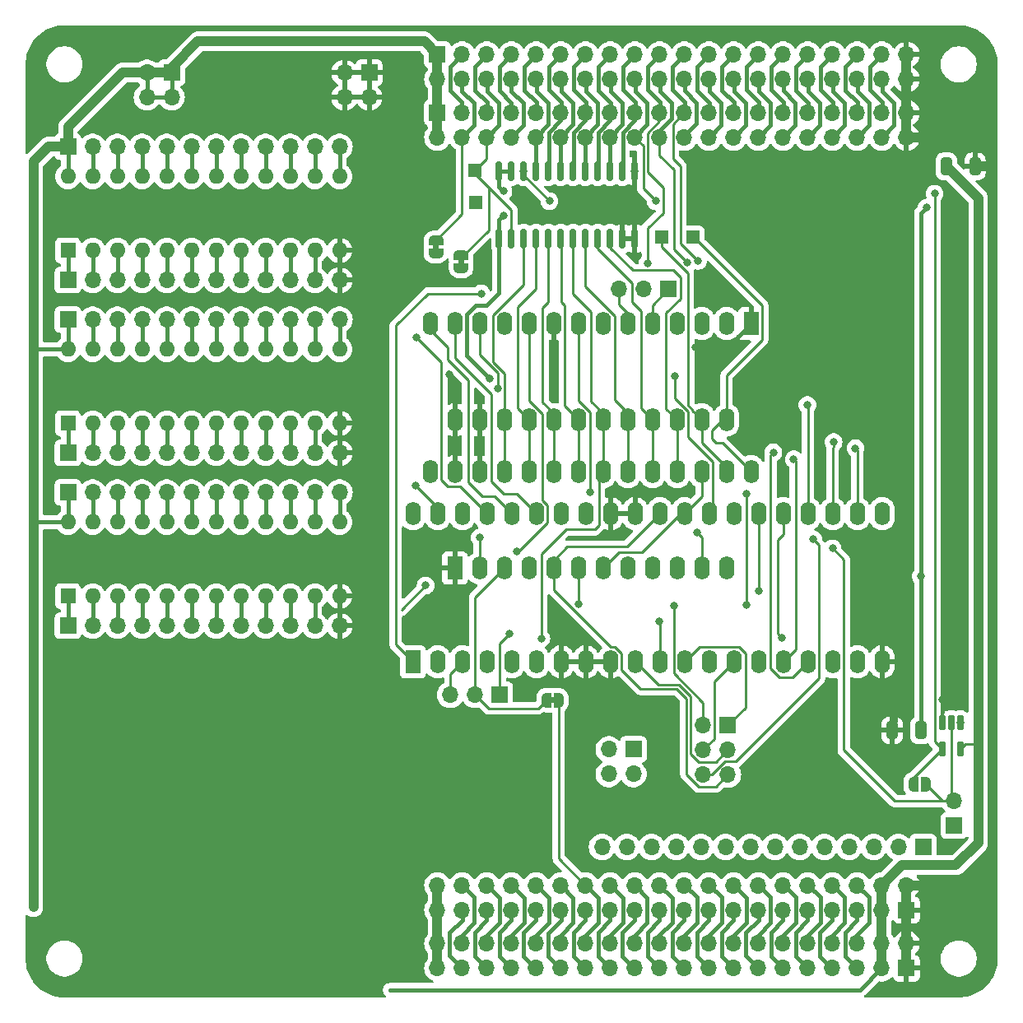
<source format=gbr>
%TF.GenerationSoftware,KiCad,Pcbnew,8.0.5-8.0.5-0~ubuntu22.04.1*%
%TF.CreationDate,2024-10-05T20:40:55+02:00*%
%TF.ProjectId,MOT_SerialBoard,4d4f545f-5365-4726-9961-6c426f617264,rev?*%
%TF.SameCoordinates,Original*%
%TF.FileFunction,Copper,L1,Top*%
%TF.FilePolarity,Positive*%
%FSLAX46Y46*%
G04 Gerber Fmt 4.6, Leading zero omitted, Abs format (unit mm)*
G04 Created by KiCad (PCBNEW 8.0.5-8.0.5-0~ubuntu22.04.1) date 2024-10-05 20:40:55*
%MOMM*%
%LPD*%
G01*
G04 APERTURE LIST*
G04 Aperture macros list*
%AMRoundRect*
0 Rectangle with rounded corners*
0 $1 Rounding radius*
0 $2 $3 $4 $5 $6 $7 $8 $9 X,Y pos of 4 corners*
0 Add a 4 corners polygon primitive as box body*
4,1,4,$2,$3,$4,$5,$6,$7,$8,$9,$2,$3,0*
0 Add four circle primitives for the rounded corners*
1,1,$1+$1,$2,$3*
1,1,$1+$1,$4,$5*
1,1,$1+$1,$6,$7*
1,1,$1+$1,$8,$9*
0 Add four rect primitives between the rounded corners*
20,1,$1+$1,$2,$3,$4,$5,0*
20,1,$1+$1,$4,$5,$6,$7,0*
20,1,$1+$1,$6,$7,$8,$9,0*
20,1,$1+$1,$8,$9,$2,$3,0*%
%AMFreePoly0*
4,1,19,0.500000,-0.750000,0.000000,-0.750000,0.000000,-0.744911,-0.071157,-0.744911,-0.207708,-0.704816,-0.327430,-0.627875,-0.420627,-0.520320,-0.479746,-0.390866,-0.500000,-0.250000,-0.500000,0.250000,-0.479746,0.390866,-0.420627,0.520320,-0.327430,0.627875,-0.207708,0.704816,-0.071157,0.744911,0.000000,0.744911,0.000000,0.750000,0.500000,0.750000,0.500000,-0.750000,0.500000,-0.750000,
$1*%
%AMFreePoly1*
4,1,19,0.000000,0.744911,0.071157,0.744911,0.207708,0.704816,0.327430,0.627875,0.420627,0.520320,0.479746,0.390866,0.500000,0.250000,0.500000,-0.250000,0.479746,-0.390866,0.420627,-0.520320,0.327430,-0.627875,0.207708,-0.704816,0.071157,-0.744911,0.000000,-0.744911,0.000000,-0.750000,-0.500000,-0.750000,-0.500000,0.750000,0.000000,0.750000,0.000000,0.744911,0.000000,0.744911,
$1*%
G04 Aperture macros list end*
%TA.AperFunction,EtchedComponent*%
%ADD10C,0.000000*%
%TD*%
%TA.AperFunction,ComponentPad*%
%ADD11R,1.700000X1.700000*%
%TD*%
%TA.AperFunction,ComponentPad*%
%ADD12O,1.700000X1.700000*%
%TD*%
%TA.AperFunction,ComponentPad*%
%ADD13R,1.600000X1.600000*%
%TD*%
%TA.AperFunction,ComponentPad*%
%ADD14O,1.600000X1.600000*%
%TD*%
%TA.AperFunction,ComponentPad*%
%ADD15R,1.600000X2.400000*%
%TD*%
%TA.AperFunction,ComponentPad*%
%ADD16O,1.600000X2.400000*%
%TD*%
%TA.AperFunction,SMDPad,CuDef*%
%ADD17RoundRect,0.250000X-0.325000X-0.650000X0.325000X-0.650000X0.325000X0.650000X-0.325000X0.650000X0*%
%TD*%
%TA.AperFunction,SMDPad,CuDef*%
%ADD18RoundRect,0.162500X-0.162500X0.617500X-0.162500X-0.617500X0.162500X-0.617500X0.162500X0.617500X0*%
%TD*%
%TA.AperFunction,SMDPad,CuDef*%
%ADD19FreePoly0,270.000000*%
%TD*%
%TA.AperFunction,SMDPad,CuDef*%
%ADD20FreePoly1,270.000000*%
%TD*%
%TA.AperFunction,ComponentPad*%
%ADD21R,1.350000X1.350000*%
%TD*%
%TA.AperFunction,SMDPad,CuDef*%
%ADD22FreePoly0,180.000000*%
%TD*%
%TA.AperFunction,SMDPad,CuDef*%
%ADD23FreePoly1,180.000000*%
%TD*%
%TA.AperFunction,SMDPad,CuDef*%
%ADD24FreePoly0,0.000000*%
%TD*%
%TA.AperFunction,SMDPad,CuDef*%
%ADD25FreePoly1,0.000000*%
%TD*%
%TA.AperFunction,SMDPad,CuDef*%
%ADD26RoundRect,0.150000X0.150000X-0.837500X0.150000X0.837500X-0.150000X0.837500X-0.150000X-0.837500X0*%
%TD*%
%TA.AperFunction,SMDPad,CuDef*%
%ADD27RoundRect,0.250000X0.325000X0.650000X-0.325000X0.650000X-0.325000X-0.650000X0.325000X-0.650000X0*%
%TD*%
%TA.AperFunction,ViaPad*%
%ADD28C,0.800000*%
%TD*%
%TA.AperFunction,Conductor*%
%ADD29C,0.250000*%
%TD*%
%TA.AperFunction,Conductor*%
%ADD30C,0.400000*%
%TD*%
%TA.AperFunction,Conductor*%
%ADD31C,1.000000*%
%TD*%
G04 APERTURE END LIST*
D10*
%TA.AperFunction,EtchedComponent*%
%TO.C,JP8*%
G36*
X95100000Y-74575000D02*
G01*
X94500000Y-74575000D01*
X94500000Y-74075000D01*
X95100000Y-74075000D01*
X95100000Y-74575000D01*
G37*
%TD.AperFunction*%
%TA.AperFunction,EtchedComponent*%
%TO.C,JP2*%
G36*
X104450000Y-119725000D02*
G01*
X103950000Y-119725000D01*
X103950000Y-119125000D01*
X104450000Y-119125000D01*
X104450000Y-119725000D01*
G37*
%TD.AperFunction*%
%TA.AperFunction,EtchedComponent*%
%TO.C,JP9*%
G36*
X92500000Y-73050000D02*
G01*
X91900000Y-73050000D01*
X91900000Y-72550000D01*
X92500000Y-72550000D01*
X92500000Y-73050000D01*
G37*
%TD.AperFunction*%
%TD*%
D11*
%TO.P,J16,1,Pin_1*%
%TO.N,+5V*%
X54356000Y-80264000D03*
D12*
%TO.P,J16,2,Pin_2*%
%TO.N,Net-(J15-Pin_23)*%
X56896000Y-80264000D03*
%TO.P,J16,3,Pin_3*%
%TO.N,Net-(J15-Pin_22)*%
X59436000Y-80264000D03*
%TO.P,J16,4,Pin_4*%
%TO.N,Net-(J15-Pin_21)*%
X61976000Y-80264000D03*
%TO.P,J16,5,Pin_5*%
%TO.N,Net-(J15-Pin_20)*%
X64516000Y-80264000D03*
%TO.P,J16,6,Pin_6*%
%TO.N,Net-(J15-Pin_19)*%
X67056000Y-80264000D03*
%TO.P,J16,7,Pin_7*%
%TO.N,Net-(J15-Pin_18)*%
X69596000Y-80264000D03*
%TO.P,J16,8,Pin_8*%
%TO.N,Net-(J15-Pin_17)*%
X72136000Y-80264000D03*
%TO.P,J16,9,Pin_9*%
%TO.N,Net-(J15-Pin_16)*%
X74676000Y-80264000D03*
%TO.P,J16,10,Pin_10*%
%TO.N,Net-(J15-Pin_15)*%
X77216000Y-80264000D03*
%TO.P,J16,11,Pin_11*%
%TO.N,Net-(J15-Pin_14)*%
X79756000Y-80264000D03*
%TO.P,J16,12,Pin_12*%
%TO.N,Net-(J15-Pin_13)*%
X82296000Y-80264000D03*
%TD*%
D13*
%TO.P,J15,1,Pin_1*%
%TO.N,Net-(J14-Pin_1)*%
X54356000Y-90932000D03*
D14*
%TO.P,J15,2,Pin_2*%
%TO.N,Net-(J14-Pin_2)*%
X56896000Y-90932000D03*
%TO.P,J15,3,Pin_3*%
%TO.N,Net-(J14-Pin_3)*%
X59436000Y-90932000D03*
%TO.P,J15,4,Pin_4*%
%TO.N,Net-(J14-Pin_4)*%
X61976000Y-90932000D03*
%TO.P,J15,5,Pin_5*%
%TO.N,Net-(J14-Pin_5)*%
X64516000Y-90932000D03*
%TO.P,J15,6,Pin_6*%
%TO.N,Net-(J14-Pin_6)*%
X67056000Y-90932000D03*
%TO.P,J15,7,Pin_7*%
%TO.N,Net-(J14-Pin_7)*%
X69596000Y-90932000D03*
%TO.P,J15,8,Pin_8*%
%TO.N,Net-(J14-Pin_8)*%
X72136000Y-90932000D03*
%TO.P,J15,9,Pin_9*%
%TO.N,Net-(J14-Pin_9)*%
X74676000Y-90932000D03*
%TO.P,J15,10,Pin_10*%
%TO.N,Net-(J14-Pin_10)*%
X77216000Y-90932000D03*
%TO.P,J15,11,Pin_11*%
%TO.N,Net-(J14-Pin_11)*%
X79756000Y-90932000D03*
%TO.P,J15,12,Pin_12*%
%TO.N,GND*%
X82296000Y-90932000D03*
%TO.P,J15,13,Pin_13*%
%TO.N,Net-(J15-Pin_13)*%
X82296000Y-83312000D03*
%TO.P,J15,14,Pin_14*%
%TO.N,Net-(J15-Pin_14)*%
X79756000Y-83312000D03*
%TO.P,J15,15,Pin_15*%
%TO.N,Net-(J15-Pin_15)*%
X77216000Y-83312000D03*
%TO.P,J15,16,Pin_16*%
%TO.N,Net-(J15-Pin_16)*%
X74676000Y-83312000D03*
%TO.P,J15,17,Pin_17*%
%TO.N,Net-(J15-Pin_17)*%
X72136000Y-83312000D03*
%TO.P,J15,18,Pin_18*%
%TO.N,Net-(J15-Pin_18)*%
X69596000Y-83312000D03*
%TO.P,J15,19,Pin_19*%
%TO.N,Net-(J15-Pin_19)*%
X67056000Y-83312000D03*
%TO.P,J15,20,Pin_20*%
%TO.N,Net-(J15-Pin_20)*%
X64516000Y-83312000D03*
%TO.P,J15,21,Pin_21*%
%TO.N,Net-(J15-Pin_21)*%
X61976000Y-83312000D03*
%TO.P,J15,22,Pin_22*%
%TO.N,Net-(J15-Pin_22)*%
X59436000Y-83312000D03*
%TO.P,J15,23,Pin_23*%
%TO.N,Net-(J15-Pin_23)*%
X56896000Y-83312000D03*
%TO.P,J15,24,Pin_24*%
%TO.N,+5V*%
X54356000Y-83312000D03*
%TD*%
D11*
%TO.P,J14,1,Pin_1*%
%TO.N,Net-(J14-Pin_1)*%
X54356000Y-93980000D03*
D12*
%TO.P,J14,2,Pin_2*%
%TO.N,Net-(J14-Pin_2)*%
X56896000Y-93980000D03*
%TO.P,J14,3,Pin_3*%
%TO.N,Net-(J14-Pin_3)*%
X59436000Y-93980000D03*
%TO.P,J14,4,Pin_4*%
%TO.N,Net-(J14-Pin_4)*%
X61976000Y-93980000D03*
%TO.P,J14,5,Pin_5*%
%TO.N,Net-(J14-Pin_5)*%
X64516000Y-93980000D03*
%TO.P,J14,6,Pin_6*%
%TO.N,Net-(J14-Pin_6)*%
X67056000Y-93980000D03*
%TO.P,J14,7,Pin_7*%
%TO.N,Net-(J14-Pin_7)*%
X69596000Y-93980000D03*
%TO.P,J14,8,Pin_8*%
%TO.N,Net-(J14-Pin_8)*%
X72136000Y-93980000D03*
%TO.P,J14,9,Pin_9*%
%TO.N,Net-(J14-Pin_9)*%
X74676000Y-93980000D03*
%TO.P,J14,10,Pin_10*%
%TO.N,Net-(J14-Pin_10)*%
X77216000Y-93980000D03*
%TO.P,J14,11,Pin_11*%
%TO.N,Net-(J14-Pin_11)*%
X79756000Y-93980000D03*
%TO.P,J14,12,Pin_12*%
%TO.N,GND*%
X82296000Y-93980000D03*
%TD*%
D11*
%TO.P,J13,1,Pin_1*%
%TO.N,+5V*%
X54356000Y-98044000D03*
D12*
%TO.P,J13,2,Pin_2*%
%TO.N,Net-(J12-Pin_23)*%
X56896000Y-98044000D03*
%TO.P,J13,3,Pin_3*%
%TO.N,Net-(J12-Pin_22)*%
X59436000Y-98044000D03*
%TO.P,J13,4,Pin_4*%
%TO.N,Net-(J12-Pin_21)*%
X61976000Y-98044000D03*
%TO.P,J13,5,Pin_5*%
%TO.N,Net-(J12-Pin_20)*%
X64516000Y-98044000D03*
%TO.P,J13,6,Pin_6*%
%TO.N,Net-(J12-Pin_19)*%
X67056000Y-98044000D03*
%TO.P,J13,7,Pin_7*%
%TO.N,Net-(J12-Pin_18)*%
X69596000Y-98044000D03*
%TO.P,J13,8,Pin_8*%
%TO.N,Net-(J12-Pin_17)*%
X72136000Y-98044000D03*
%TO.P,J13,9,Pin_9*%
%TO.N,Net-(J12-Pin_16)*%
X74676000Y-98044000D03*
%TO.P,J13,10,Pin_10*%
%TO.N,Net-(J12-Pin_15)*%
X77216000Y-98044000D03*
%TO.P,J13,11,Pin_11*%
%TO.N,Net-(J12-Pin_14)*%
X79756000Y-98044000D03*
%TO.P,J13,12,Pin_12*%
%TO.N,Net-(J12-Pin_13)*%
X82296000Y-98044000D03*
%TD*%
D13*
%TO.P,J12,1,Pin_1*%
%TO.N,Net-(J12-Pin_1)*%
X54356000Y-108712000D03*
D14*
%TO.P,J12,2,Pin_2*%
%TO.N,Net-(J12-Pin_2)*%
X56896000Y-108712000D03*
%TO.P,J12,3,Pin_3*%
%TO.N,Net-(J12-Pin_3)*%
X59436000Y-108712000D03*
%TO.P,J12,4,Pin_4*%
%TO.N,Net-(J12-Pin_4)*%
X61976000Y-108712000D03*
%TO.P,J12,5,Pin_5*%
%TO.N,Net-(J12-Pin_5)*%
X64516000Y-108712000D03*
%TO.P,J12,6,Pin_6*%
%TO.N,Net-(J12-Pin_6)*%
X67056000Y-108712000D03*
%TO.P,J12,7,Pin_7*%
%TO.N,Net-(J12-Pin_7)*%
X69596000Y-108712000D03*
%TO.P,J12,8,Pin_8*%
%TO.N,Net-(J12-Pin_8)*%
X72136000Y-108712000D03*
%TO.P,J12,9,Pin_9*%
%TO.N,Net-(J12-Pin_9)*%
X74676000Y-108712000D03*
%TO.P,J12,10,Pin_10*%
%TO.N,Net-(J12-Pin_10)*%
X77216000Y-108712000D03*
%TO.P,J12,11,Pin_11*%
%TO.N,Net-(J12-Pin_11)*%
X79756000Y-108712000D03*
%TO.P,J12,12,Pin_12*%
%TO.N,GND*%
X82296000Y-108712000D03*
%TO.P,J12,13,Pin_13*%
%TO.N,Net-(J12-Pin_13)*%
X82296000Y-101092000D03*
%TO.P,J12,14,Pin_14*%
%TO.N,Net-(J12-Pin_14)*%
X79756000Y-101092000D03*
%TO.P,J12,15,Pin_15*%
%TO.N,Net-(J12-Pin_15)*%
X77216000Y-101092000D03*
%TO.P,J12,16,Pin_16*%
%TO.N,Net-(J12-Pin_16)*%
X74676000Y-101092000D03*
%TO.P,J12,17,Pin_17*%
%TO.N,Net-(J12-Pin_17)*%
X72136000Y-101092000D03*
%TO.P,J12,18,Pin_18*%
%TO.N,Net-(J12-Pin_18)*%
X69596000Y-101092000D03*
%TO.P,J12,19,Pin_19*%
%TO.N,Net-(J12-Pin_19)*%
X67056000Y-101092000D03*
%TO.P,J12,20,Pin_20*%
%TO.N,Net-(J12-Pin_20)*%
X64516000Y-101092000D03*
%TO.P,J12,21,Pin_21*%
%TO.N,Net-(J12-Pin_21)*%
X61976000Y-101092000D03*
%TO.P,J12,22,Pin_22*%
%TO.N,Net-(J12-Pin_22)*%
X59436000Y-101092000D03*
%TO.P,J12,23,Pin_23*%
%TO.N,Net-(J12-Pin_23)*%
X56896000Y-101092000D03*
%TO.P,J12,24,Pin_24*%
%TO.N,+5V*%
X54356000Y-101092000D03*
%TD*%
D11*
%TO.P,J7,1,Pin_1*%
%TO.N,Net-(J12-Pin_1)*%
X54356000Y-111760000D03*
D12*
%TO.P,J7,2,Pin_2*%
%TO.N,Net-(J12-Pin_2)*%
X56896000Y-111760000D03*
%TO.P,J7,3,Pin_3*%
%TO.N,Net-(J12-Pin_3)*%
X59436000Y-111760000D03*
%TO.P,J7,4,Pin_4*%
%TO.N,Net-(J12-Pin_4)*%
X61976000Y-111760000D03*
%TO.P,J7,5,Pin_5*%
%TO.N,Net-(J12-Pin_5)*%
X64516000Y-111760000D03*
%TO.P,J7,6,Pin_6*%
%TO.N,Net-(J12-Pin_6)*%
X67056000Y-111760000D03*
%TO.P,J7,7,Pin_7*%
%TO.N,Net-(J12-Pin_7)*%
X69596000Y-111760000D03*
%TO.P,J7,8,Pin_8*%
%TO.N,Net-(J12-Pin_8)*%
X72136000Y-111760000D03*
%TO.P,J7,9,Pin_9*%
%TO.N,Net-(J12-Pin_9)*%
X74676000Y-111760000D03*
%TO.P,J7,10,Pin_10*%
%TO.N,Net-(J12-Pin_10)*%
X77216000Y-111760000D03*
%TO.P,J7,11,Pin_11*%
%TO.N,Net-(J12-Pin_11)*%
X79756000Y-111760000D03*
%TO.P,J7,12,Pin_12*%
%TO.N,GND*%
X82296000Y-111760000D03*
%TD*%
D11*
%TO.P,J37,1,Pin_1*%
%TO.N,+5V*%
X54356000Y-62484000D03*
D12*
%TO.P,J37,2,Pin_2*%
%TO.N,Net-(J35-Pin_23)*%
X56896000Y-62484000D03*
%TO.P,J37,3,Pin_3*%
%TO.N,Net-(J35-Pin_22)*%
X59436000Y-62484000D03*
%TO.P,J37,4,Pin_4*%
%TO.N,Net-(J35-Pin_21)*%
X61976000Y-62484000D03*
%TO.P,J37,5,Pin_5*%
%TO.N,Net-(J35-Pin_20)*%
X64516000Y-62484000D03*
%TO.P,J37,6,Pin_6*%
%TO.N,Net-(J35-Pin_19)*%
X67056000Y-62484000D03*
%TO.P,J37,7,Pin_7*%
%TO.N,Net-(J35-Pin_18)*%
X69596000Y-62484000D03*
%TO.P,J37,8,Pin_8*%
%TO.N,Net-(J35-Pin_17)*%
X72136000Y-62484000D03*
%TO.P,J37,9,Pin_9*%
%TO.N,Net-(J35-Pin_16)*%
X74676000Y-62484000D03*
%TO.P,J37,10,Pin_10*%
%TO.N,Net-(J35-Pin_15)*%
X77216000Y-62484000D03*
%TO.P,J37,11,Pin_11*%
%TO.N,Net-(J35-Pin_14)*%
X79756000Y-62484000D03*
%TO.P,J37,12,Pin_12*%
%TO.N,Net-(J35-Pin_13)*%
X82296000Y-62484000D03*
%TD*%
D11*
%TO.P,J27,1,Pin_1*%
%TO.N,/TX0*%
X112531000Y-124479000D03*
D12*
%TO.P,J27,2,Pin_2*%
%TO.N,/TX1*%
X109991000Y-124479000D03*
%TO.P,J27,3,Pin_3*%
%TO.N,/RX0*%
X112531000Y-127019000D03*
%TO.P,J27,4,Pin_4*%
%TO.N,/RX1*%
X109991000Y-127019000D03*
%TD*%
D11*
%TO.P,J30,1,Pin_1*%
%TO.N,+5V*%
X65024000Y-54864000D03*
D12*
%TO.P,J30,2,Pin_2*%
X62484000Y-54864000D03*
%TO.P,J30,3,Pin_3*%
X65024000Y-57404000D03*
%TO.P,J30,4,Pin_4*%
X62484000Y-57404000D03*
%TD*%
D11*
%TO.P,J1,1,Pin_1*%
%TO.N,+5V*%
X92367000Y-53000000D03*
D12*
%TO.P,J1,2,Pin_2*%
X92367000Y-55540000D03*
%TO.P,J1,3,Pin_3*%
%TO.N,/PHI1_e*%
X94907000Y-53000000D03*
%TO.P,J1,4,Pin_4*%
%TO.N,/PHI2_e*%
X94907000Y-55540000D03*
%TO.P,J1,5,Pin_5*%
%TO.N,/~{IORD}*%
X97447000Y-53000000D03*
%TO.P,J1,6,Pin_6*%
%TO.N,/R{slash}~{W}_e*%
X97447000Y-55540000D03*
%TO.P,J1,7,Pin_7*%
%TO.N,/~{MRD}*%
X99987000Y-53000000D03*
%TO.P,J1,8,Pin_8*%
%TO.N,/~{MWR}*%
X99987000Y-55540000D03*
%TO.P,J1,9,Pin_9*%
%TO.N,/~{IOWR}*%
X102527000Y-53000000D03*
%TO.P,J1,10,Pin_10*%
%TO.N,/Bus/DB0*%
X102527000Y-55540000D03*
%TO.P,J1,11,Pin_11*%
%TO.N,/Bus/DB1*%
X105067000Y-53000000D03*
%TO.P,J1,12,Pin_12*%
%TO.N,/Bus/DB2*%
X105067000Y-55540000D03*
%TO.P,J1,13,Pin_13*%
%TO.N,/Bus/DB3*%
X107607000Y-53000000D03*
%TO.P,J1,14,Pin_14*%
%TO.N,/Bus/DB4*%
X107607000Y-55540000D03*
%TO.P,J1,15,Pin_15*%
%TO.N,/Bus/DB5*%
X110147000Y-53000000D03*
%TO.P,J1,16,Pin_16*%
%TO.N,/Bus/DB6*%
X110147000Y-55540000D03*
%TO.P,J1,17,Pin_17*%
%TO.N,/Bus/DB7*%
X112687000Y-53000000D03*
%TO.P,J1,18,Pin_18*%
%TO.N,/~{RST}*%
X112687000Y-55540000D03*
%TO.P,J1,19,Pin_19*%
%TO.N,/A0*%
X115227000Y-53000000D03*
%TO.P,J1,20,Pin_20*%
%TO.N,/A1*%
X115227000Y-55540000D03*
%TO.P,J1,21,Pin_21*%
%TO.N,/A2*%
X117767000Y-53000000D03*
%TO.P,J1,22,Pin_22*%
%TO.N,/A3*%
X117767000Y-55540000D03*
%TO.P,J1,23,Pin_23*%
%TO.N,/A4*%
X120307000Y-53000000D03*
%TO.P,J1,24,Pin_24*%
%TO.N,/A5*%
X120307000Y-55540000D03*
%TO.P,J1,25,Pin_25*%
%TO.N,/A6*%
X122847000Y-53000000D03*
%TO.P,J1,26,Pin_26*%
%TO.N,/A7*%
X122847000Y-55540000D03*
%TO.P,J1,27,Pin_27*%
%TO.N,/A8*%
X125387000Y-53000000D03*
%TO.P,J1,28,Pin_28*%
%TO.N,/A9*%
X125387000Y-55540000D03*
%TO.P,J1,29,Pin_29*%
%TO.N,/A10*%
X127927000Y-53000000D03*
%TO.P,J1,30,Pin_30*%
%TO.N,/A11*%
X127927000Y-55540000D03*
%TO.P,J1,31,Pin_31*%
%TO.N,/A12*%
X130467000Y-53000000D03*
%TO.P,J1,32,Pin_32*%
%TO.N,/A13*%
X130467000Y-55540000D03*
%TO.P,J1,33,Pin_33*%
%TO.N,/A14*%
X133007000Y-53000000D03*
%TO.P,J1,34,Pin_34*%
%TO.N,/A15*%
X133007000Y-55540000D03*
%TO.P,J1,35,Pin_35*%
%TO.N,/A16*%
X135547000Y-53000000D03*
%TO.P,J1,36,Pin_36*%
%TO.N,/A17*%
X135547000Y-55540000D03*
%TO.P,J1,37,Pin_37*%
%TO.N,/A18*%
X138087000Y-53000000D03*
%TO.P,J1,38,Pin_38*%
%TO.N,/A19*%
X138087000Y-55540000D03*
%TO.P,J1,39,Pin_39*%
%TO.N,GND*%
X140627000Y-53000000D03*
%TO.P,J1,40,Pin_40*%
X140627000Y-55540000D03*
%TD*%
D15*
%TO.P,U1,1,VSS*%
%TO.N,GND*%
X124648000Y-80674800D03*
D16*
%TO.P,U1,2,CS1*%
%TO.N,+5V*%
X122108000Y-80674800D03*
%TO.P,U1,3,~{CS2}*%
%TO.N,/~{CE0}*%
X119568000Y-80674800D03*
%TO.P,U1,4,~{RES}*%
%TO.N,/~{RST}*%
X117028000Y-80674800D03*
%TO.P,U1,5,RxC*%
%TO.N,Net-(JP1-A)*%
X114488000Y-80674800D03*
%TO.P,U1,6,XTAL1*%
%TO.N,Net-(JP1-B)*%
X111948000Y-80674800D03*
%TO.P,U1,7,XTAL2*%
%TO.N,unconnected-(U1-XTAL2-Pad7)*%
X109408000Y-80674800D03*
%TO.P,U1,8,~{RTS}*%
%TO.N,/~{RTS0}*%
X106868000Y-80674800D03*
%TO.P,U1,9,~{CTS}*%
%TO.N,GND*%
X104328000Y-80674800D03*
%TO.P,U1,10,TxD*%
%TO.N,/TX0A*%
X101788000Y-80674800D03*
%TO.P,U1,11,~{DTR}*%
%TO.N,unconnected-(U1-~{DTR}-Pad11)*%
X99248000Y-80674800D03*
%TO.P,U1,12,RxD*%
%TO.N,/RX0A*%
X96708000Y-80674800D03*
%TO.P,U1,13,RS0*%
%TO.N,/A0*%
X94168000Y-80674800D03*
%TO.P,U1,14,RS1*%
%TO.N,/A1*%
X91628000Y-80674800D03*
%TO.P,U1,15,VCC*%
%TO.N,+5V*%
X91628000Y-95914800D03*
%TO.P,U1,16,~{DCD}*%
%TO.N,GND*%
X94168000Y-95914800D03*
%TO.P,U1,17,~{DSR}*%
X96708000Y-95914800D03*
%TO.P,U1,18,D0*%
%TO.N,/D0*%
X99248000Y-95914800D03*
%TO.P,U1,19,D1*%
%TO.N,/D1*%
X101788000Y-95914800D03*
%TO.P,U1,20,D2*%
%TO.N,/D2*%
X104328000Y-95914800D03*
%TO.P,U1,21,D3*%
%TO.N,/D3*%
X106868000Y-95914800D03*
%TO.P,U1,22,D4*%
%TO.N,/D4*%
X109408000Y-95914800D03*
%TO.P,U1,23,D5*%
%TO.N,/D5*%
X111948000Y-95914800D03*
%TO.P,U1,24,D6*%
%TO.N,/D6*%
X114488000Y-95914800D03*
%TO.P,U1,25,D7*%
%TO.N,/D7*%
X117028000Y-95914800D03*
%TO.P,U1,26,~{IRQ}*%
%TO.N,/~{IRQ}*%
X119568000Y-95914800D03*
%TO.P,U1,27,\u03D52*%
%TO.N,/E*%
X122108000Y-95914800D03*
%TO.P,U1,28,R/~{W}*%
%TO.N,/RW*%
X124648000Y-95914800D03*
%TD*%
D17*
%TO.P,C3,1*%
%TO.N,+3V3*%
X144725000Y-64500000D03*
%TO.P,C3,2*%
%TO.N,GND*%
X147675000Y-64500000D03*
%TD*%
D18*
%TO.P,U5,1*%
%TO.N,/~{CE1}*%
X146172000Y-121760000D03*
%TO.P,U5,2*%
%TO.N,/~{CE0}*%
X145222000Y-121760000D03*
%TO.P,U5,3,GND*%
%TO.N,GND*%
X144272000Y-121760000D03*
%TO.P,U5,4*%
%TO.N,/Bus/~{DOE}*%
X144272000Y-124460000D03*
%TO.P,U5,5,VCC*%
%TO.N,+3V3*%
X146172000Y-124460000D03*
%TD*%
D19*
%TO.P,JP8,1,A*%
%TO.N,/R{slash}~{W}_e*%
X94800000Y-73675000D03*
D20*
%TO.P,JP8,2,B*%
%TO.N,/RW*%
X94800000Y-74975000D03*
%TD*%
D11*
%TO.P,J4,1,Pin_1*%
%TO.N,GND*%
X140627000Y-141000000D03*
D12*
%TO.P,J4,2,Pin_2*%
X140627000Y-138460000D03*
%TO.P,J4,3,Pin_3*%
%TO.N,+3V3*%
X138087000Y-141000000D03*
%TO.P,J4,4,Pin_4*%
X138087000Y-138460000D03*
%TO.P,J4,5,Pin_5*%
%TO.N,/Bus/~{CE_EXT1}*%
X135547000Y-141000000D03*
%TO.P,J4,6,Pin_6*%
%TO.N,/Bus/~{CE_EXT0}*%
X135547000Y-138460000D03*
%TO.P,J4,7,Pin_7*%
%TO.N,/Bus/~{CE_EXT3}*%
X133007000Y-141000000D03*
%TO.P,J4,8,Pin_8*%
%TO.N,/Bus/~{CE_EXT2}*%
X133007000Y-138460000D03*
%TO.P,J4,9,Pin_9*%
%TO.N,/Bus/~{CE_EXT5}*%
X130467000Y-141000000D03*
%TO.P,J4,10,Pin_10*%
%TO.N,/Bus/~{CE_EXT4}*%
X130467000Y-138460000D03*
%TO.P,J4,11,Pin_11*%
%TO.N,/Bus/~{CE_EXT7}*%
X127927000Y-141000000D03*
%TO.P,J4,12,Pin_12*%
%TO.N,/Bus/~{CE_EXT6}*%
X127927000Y-138460000D03*
%TO.P,J4,13,Pin_13*%
%TO.N,/Bus/~{CE_EXT9}*%
X125387000Y-141000000D03*
%TO.P,J4,14,Pin_14*%
%TO.N,/Bus/~{CE_EXT8}*%
X125387000Y-138460000D03*
%TO.P,J4,15,Pin_15*%
%TO.N,/Bus/~{CE_EXT11}*%
X122847000Y-141000000D03*
%TO.P,J4,16,Pin_16*%
%TO.N,/Bus/~{CE_EXT10}*%
X122847000Y-138460000D03*
%TO.P,J4,17,Pin_17*%
%TO.N,/Bus/~{CE_EXT13}*%
X120307000Y-141000000D03*
%TO.P,J4,18,Pin_18*%
%TO.N,/Bus/~{CE_EXT12}*%
X120307000Y-138460000D03*
%TO.P,J4,19,Pin_19*%
%TO.N,/RES4*%
X117767000Y-141000000D03*
%TO.P,J4,20,Pin_20*%
%TO.N,/RES5*%
X117767000Y-138460000D03*
%TO.P,J4,21,Pin_21*%
%TO.N,/RES2*%
X115227000Y-141000000D03*
%TO.P,J4,22,Pin_22*%
%TO.N,/RES3*%
X115227000Y-138460000D03*
%TO.P,J4,23,Pin_23*%
%TO.N,/RES0*%
X112687000Y-141000000D03*
%TO.P,J4,24,Pin_24*%
%TO.N,/RES1*%
X112687000Y-138460000D03*
%TO.P,J4,25,Pin_25*%
%TO.N,/CLK1*%
X110147000Y-141000000D03*
%TO.P,J4,26,Pin_26*%
%TO.N,/~{BUSFREE}*%
X110147000Y-138460000D03*
%TO.P,J4,27,Pin_27*%
%TO.N,/CLKF*%
X107607000Y-141000000D03*
%TO.P,J4,28,Pin_28*%
%TO.N,/CLKS*%
X107607000Y-138460000D03*
%TO.P,J4,29,Pin_29*%
%TO.N,/~{PH0}*%
X105067000Y-141000000D03*
%TO.P,J4,30,Pin_30*%
%TO.N,/PH0*%
X105067000Y-138460000D03*
%TO.P,J4,31,Pin_31*%
%TO.N,/SDA*%
X102527000Y-141000000D03*
%TO.P,J4,32,Pin_32*%
%TO.N,/SCL*%
X102527000Y-138460000D03*
%TO.P,J4,33,Pin_33*%
%TO.N,/TX1*%
X99987000Y-141000000D03*
%TO.P,J4,34,Pin_34*%
%TO.N,/RX1*%
X99987000Y-138460000D03*
%TO.P,J4,35,Pin_35*%
%TO.N,/TX0*%
X97447000Y-141000000D03*
%TO.P,J4,36,Pin_36*%
%TO.N,/RX0*%
X97447000Y-138460000D03*
%TO.P,J4,37,Pin_37*%
%TO.N,/TXSTM*%
X94907000Y-141000000D03*
%TO.P,J4,38,Pin_38*%
%TO.N,/RXSTM*%
X94907000Y-138460000D03*
%TO.P,J4,39,Pin_39*%
%TO.N,+5VA*%
X92367000Y-141000000D03*
%TO.P,J4,40,Pin_40*%
X92367000Y-138460000D03*
%TD*%
D11*
%TO.P,J31,1,Pin_1*%
%TO.N,GND*%
X85344000Y-54864000D03*
D12*
%TO.P,J31,2,Pin_2*%
X82804000Y-54864000D03*
%TO.P,J31,3,Pin_3*%
X85344000Y-57404000D03*
%TO.P,J31,4,Pin_4*%
X82804000Y-57404000D03*
%TD*%
D11*
%TO.P,JP3,1,A*%
%TO.N,Net-(JP3-A)*%
X98775000Y-118875000D03*
D12*
%TO.P,JP3,2,C*%
%TO.N,/SERCLK*%
X96235000Y-118875000D03*
%TO.P,JP3,3,B*%
%TO.N,Net-(JP3-B)*%
X93695000Y-118875000D03*
%TD*%
D11*
%TO.P,J29,1,Pin_1*%
%TO.N,Net-(J29-Pin_1)*%
X54356000Y-76200000D03*
D12*
%TO.P,J29,2,Pin_2*%
%TO.N,Net-(J29-Pin_2)*%
X56896000Y-76200000D03*
%TO.P,J29,3,Pin_3*%
%TO.N,Net-(J29-Pin_3)*%
X59436000Y-76200000D03*
%TO.P,J29,4,Pin_4*%
%TO.N,Net-(J29-Pin_4)*%
X61976000Y-76200000D03*
%TO.P,J29,5,Pin_5*%
%TO.N,Net-(J29-Pin_5)*%
X64516000Y-76200000D03*
%TO.P,J29,6,Pin_6*%
%TO.N,Net-(J29-Pin_6)*%
X67056000Y-76200000D03*
%TO.P,J29,7,Pin_7*%
%TO.N,Net-(J29-Pin_7)*%
X69596000Y-76200000D03*
%TO.P,J29,8,Pin_8*%
%TO.N,Net-(J29-Pin_8)*%
X72136000Y-76200000D03*
%TO.P,J29,9,Pin_9*%
%TO.N,Net-(J29-Pin_9)*%
X74676000Y-76200000D03*
%TO.P,J29,10,Pin_10*%
%TO.N,Net-(J29-Pin_10)*%
X77216000Y-76200000D03*
%TO.P,J29,11,Pin_11*%
%TO.N,Net-(J29-Pin_11)*%
X79756000Y-76200000D03*
%TO.P,J29,12,Pin_12*%
%TO.N,GND*%
X82296000Y-76200000D03*
%TD*%
D21*
%TO.P,J10,1,Pin_1*%
%TO.N,/Bus/~{DOE}*%
X96300000Y-68200000D03*
%TD*%
D11*
%TO.P,J6,1,Pin_1*%
%TO.N,/RX1A*%
X122250000Y-122020000D03*
D12*
%TO.P,J6,2,Pin_2*%
%TO.N,/TX0A*%
X119710000Y-122020000D03*
%TO.P,J6,3,Pin_3*%
%TO.N,/~{RTS1}*%
X122250000Y-124560000D03*
%TO.P,J6,4,Pin_4*%
%TO.N,/TX1A*%
X119710000Y-124560000D03*
%TO.P,J6,5,Pin_5*%
%TO.N,/~{RTS0}*%
X122250000Y-127100000D03*
%TO.P,J6,6,Pin_6*%
%TO.N,/RX0A*%
X119710000Y-127100000D03*
%TD*%
D22*
%TO.P,JP4,1,A*%
%TO.N,/~{CE0}*%
X142625000Y-128050000D03*
D23*
%TO.P,JP4,2,B*%
%TO.N,/Bus/~{DOE}*%
X141325000Y-128050000D03*
%TD*%
D21*
%TO.P,J5,1,Pin_1*%
%TO.N,/R{slash}~{W}_e*%
X96225000Y-64925000D03*
%TD*%
D11*
%TO.P,J26,1,Pin_1*%
%TO.N,/~{CE1}*%
X145517000Y-132314000D03*
D12*
%TO.P,J26,2,Pin_2*%
%TO.N,/~{CE0}*%
X145517000Y-129774000D03*
%TD*%
D11*
%TO.P,J2,1,Pin_1*%
%TO.N,GND*%
X140627000Y-147000000D03*
D12*
%TO.P,J2,2,Pin_2*%
X140627000Y-144460000D03*
%TO.P,J2,3,Pin_3*%
%TO.N,+3V3*%
X138087000Y-147000000D03*
%TO.P,J2,4,Pin_4*%
X138087000Y-144460000D03*
%TO.P,J2,5,Pin_5*%
%TO.N,/Bus/~{CE_EXT1}*%
X135547000Y-147000000D03*
%TO.P,J2,6,Pin_6*%
%TO.N,/Bus/~{CE_EXT0}*%
X135547000Y-144460000D03*
%TO.P,J2,7,Pin_7*%
%TO.N,/Bus/~{CE_EXT3}*%
X133007000Y-147000000D03*
%TO.P,J2,8,Pin_8*%
%TO.N,/Bus/~{CE_EXT2}*%
X133007000Y-144460000D03*
%TO.P,J2,9,Pin_9*%
%TO.N,/Bus/~{CE_EXT5}*%
X130467000Y-147000000D03*
%TO.P,J2,10,Pin_10*%
%TO.N,/Bus/~{CE_EXT4}*%
X130467000Y-144460000D03*
%TO.P,J2,11,Pin_11*%
%TO.N,/Bus/~{CE_EXT7}*%
X127927000Y-147000000D03*
%TO.P,J2,12,Pin_12*%
%TO.N,/Bus/~{CE_EXT6}*%
X127927000Y-144460000D03*
%TO.P,J2,13,Pin_13*%
%TO.N,/Bus/~{CE_EXT9}*%
X125387000Y-147000000D03*
%TO.P,J2,14,Pin_14*%
%TO.N,/Bus/~{CE_EXT8}*%
X125387000Y-144460000D03*
%TO.P,J2,15,Pin_15*%
%TO.N,/Bus/~{CE_EXT11}*%
X122847000Y-147000000D03*
%TO.P,J2,16,Pin_16*%
%TO.N,/Bus/~{CE_EXT10}*%
X122847000Y-144460000D03*
%TO.P,J2,17,Pin_17*%
%TO.N,/Bus/~{CE_EXT13}*%
X120307000Y-147000000D03*
%TO.P,J2,18,Pin_18*%
%TO.N,/Bus/~{CE_EXT12}*%
X120307000Y-144460000D03*
%TO.P,J2,19,Pin_19*%
%TO.N,/RES4*%
X117767000Y-147000000D03*
%TO.P,J2,20,Pin_20*%
%TO.N,/RES5*%
X117767000Y-144460000D03*
%TO.P,J2,21,Pin_21*%
%TO.N,/RES2*%
X115227000Y-147000000D03*
%TO.P,J2,22,Pin_22*%
%TO.N,/RES3*%
X115227000Y-144460000D03*
%TO.P,J2,23,Pin_23*%
%TO.N,/RES0*%
X112687000Y-147000000D03*
%TO.P,J2,24,Pin_24*%
%TO.N,/RES1*%
X112687000Y-144460000D03*
%TO.P,J2,25,Pin_25*%
%TO.N,/CLK1*%
X110147000Y-147000000D03*
%TO.P,J2,26,Pin_26*%
%TO.N,/~{BUSFREE}*%
X110147000Y-144460000D03*
%TO.P,J2,27,Pin_27*%
%TO.N,/CLKF*%
X107607000Y-147000000D03*
%TO.P,J2,28,Pin_28*%
%TO.N,/CLKS*%
X107607000Y-144460000D03*
%TO.P,J2,29,Pin_29*%
%TO.N,/~{PH0}*%
X105067000Y-147000000D03*
%TO.P,J2,30,Pin_30*%
%TO.N,/PH0*%
X105067000Y-144460000D03*
%TO.P,J2,31,Pin_31*%
%TO.N,/SDA*%
X102527000Y-147000000D03*
%TO.P,J2,32,Pin_32*%
%TO.N,/SCL*%
X102527000Y-144460000D03*
%TO.P,J2,33,Pin_33*%
%TO.N,/TX1*%
X99987000Y-147000000D03*
%TO.P,J2,34,Pin_34*%
%TO.N,/RX1*%
X99987000Y-144460000D03*
%TO.P,J2,35,Pin_35*%
%TO.N,/TX0*%
X97447000Y-147000000D03*
%TO.P,J2,36,Pin_36*%
%TO.N,/RX0*%
X97447000Y-144460000D03*
%TO.P,J2,37,Pin_37*%
%TO.N,/TXSTM*%
X94907000Y-147000000D03*
%TO.P,J2,38,Pin_38*%
%TO.N,/RXSTM*%
X94907000Y-144460000D03*
%TO.P,J2,39,Pin_39*%
%TO.N,+5VA*%
X92367000Y-147000000D03*
%TO.P,J2,40,Pin_40*%
X92367000Y-144460000D03*
%TD*%
D24*
%TO.P,JP2,1,A*%
%TO.N,/SERCLK*%
X103550000Y-119425000D03*
D25*
%TO.P,JP2,2,B*%
%TO.N,/CLKS*%
X104850000Y-119425000D03*
%TD*%
D15*
%TO.P,U3,1,~{RES}*%
%TO.N,/~{RST}*%
X89855000Y-115477800D03*
D16*
%TO.P,U3,2,nc*%
%TO.N,unconnected-(U3-nc-Pad2)*%
X92395000Y-115477800D03*
%TO.P,U3,3,XTAL1*%
%TO.N,Net-(JP3-B)*%
X94935000Y-115477800D03*
%TO.P,U3,4,XTAL2*%
%TO.N,unconnected-(U3-XTAL2-Pad4)*%
X97475000Y-115477800D03*
%TO.P,U3,5,CLKOUT*%
%TO.N,unconnected-(U3-CLKOUT-Pad5)*%
X100015000Y-115477800D03*
%TO.P,U3,6,nc*%
%TO.N,unconnected-(U3-nc-Pad6)*%
X102555000Y-115477800D03*
%TO.P,U3,7,~{DSR2}*%
%TO.N,GND*%
X105095000Y-115477800D03*
%TO.P,U3,8,~{DCD2}*%
X107635000Y-115477800D03*
%TO.P,U3,9,~{CTS2}*%
X110175000Y-115477800D03*
%TO.P,U3,10,~{RTS2}*%
%TO.N,/~{RTS1}*%
X112715000Y-115477800D03*
%TO.P,U3,11,~{IRQ2}*%
%TO.N,/~{IRQ1}*%
X115255000Y-115477800D03*
%TO.P,U3,12,RxD2*%
%TO.N,/RX1A*%
X117795000Y-115477800D03*
%TO.P,U3,13,~{DTR2}*%
%TO.N,unconnected-(U3-~{DTR2}-Pad13)*%
X120335000Y-115477800D03*
%TO.P,U3,14,TxD2*%
%TO.N,/TX1A*%
X122875000Y-115477800D03*
%TO.P,U3,15,TxC*%
%TO.N,Net-(JP3-A)*%
X125415000Y-115477800D03*
%TO.P,U3,16,D7*%
%TO.N,/D7*%
X127955000Y-115477800D03*
%TO.P,U3,17,D6*%
%TO.N,/D6*%
X130495000Y-115477800D03*
%TO.P,U3,18,D5*%
%TO.N,/D5*%
X133035000Y-115477800D03*
%TO.P,U3,19,D4*%
%TO.N,/D4*%
X135575000Y-115477800D03*
%TO.P,U3,20,VSS*%
%TO.N,GND*%
X138115000Y-115477800D03*
%TO.P,U3,21,D3*%
%TO.N,/D3*%
X138115000Y-100237800D03*
%TO.P,U3,22,D2*%
%TO.N,/D2*%
X135575000Y-100237800D03*
%TO.P,U3,23,D1*%
%TO.N,/D1*%
X133035000Y-100237800D03*
%TO.P,U3,24,D0*%
%TO.N,/D0*%
X130495000Y-100237800D03*
%TO.P,U3,25,RxC*%
%TO.N,Net-(JP3-A)*%
X127955000Y-100237800D03*
%TO.P,U3,26,TxD1*%
%TO.N,/TX0A*%
X125415000Y-100237800D03*
%TO.P,U3,27,~{DTR1}*%
%TO.N,unconnected-(U3-~{DTR1}-Pad27)*%
X122875000Y-100237800D03*
%TO.P,U3,28,RxD1*%
%TO.N,/RX0A*%
X120335000Y-100237800D03*
%TO.P,U3,29,~{IRQ1}*%
%TO.N,/~{IRQ}*%
X117795000Y-100237800D03*
%TO.P,U3,30,~{RTS1}*%
%TO.N,/~{RTS0}*%
X115255000Y-100237800D03*
%TO.P,U3,31,~{CTS1}*%
%TO.N,GND*%
X112715000Y-100237800D03*
%TO.P,U3,32,~{DCD1}*%
X110175000Y-100237800D03*
%TO.P,U3,33,~{DSR1}*%
X107635000Y-100237800D03*
%TO.P,U3,34,nc*%
%TO.N,unconnected-(U3-nc-Pad34)*%
X105095000Y-100237800D03*
%TO.P,U3,35,RS0*%
%TO.N,/A0*%
X102555000Y-100237800D03*
%TO.P,U3,36,RS1*%
%TO.N,/A1*%
X100015000Y-100237800D03*
%TO.P,U3,37,RS2*%
%TO.N,/A2*%
X97475000Y-100237800D03*
%TO.P,U3,38,R/~{W}*%
%TO.N,/RW*%
X94935000Y-100237800D03*
%TO.P,U3,39,~{CS}*%
%TO.N,/~{CE0}*%
X92395000Y-100237800D03*
%TO.P,U3,40,VCC*%
%TO.N,+5V*%
X89855000Y-100237800D03*
%TD*%
D11*
%TO.P,J11,1,Pin_1*%
%TO.N,/Bus/~{CE_EXT0}*%
X142325000Y-134525000D03*
D12*
%TO.P,J11,2,Pin_2*%
%TO.N,/Bus/~{CE_EXT1}*%
X139785000Y-134525000D03*
%TO.P,J11,3,Pin_3*%
%TO.N,/Bus/~{CE_EXT2}*%
X137245000Y-134525000D03*
%TO.P,J11,4,Pin_4*%
%TO.N,/Bus/~{CE_EXT3}*%
X134705000Y-134525000D03*
%TO.P,J11,5,Pin_5*%
%TO.N,/Bus/~{CE_EXT4}*%
X132165000Y-134525000D03*
%TO.P,J11,6,Pin_6*%
%TO.N,/Bus/~{CE_EXT5}*%
X129625000Y-134525000D03*
%TO.P,J11,7,Pin_7*%
%TO.N,/Bus/~{CE_EXT6}*%
X127085000Y-134525000D03*
%TO.P,J11,8,Pin_8*%
%TO.N,/Bus/~{CE_EXT7}*%
X124545000Y-134525000D03*
%TO.P,J11,9,Pin_9*%
%TO.N,/Bus/~{CE_EXT8}*%
X122005000Y-134525000D03*
%TO.P,J11,10,Pin_10*%
%TO.N,/Bus/~{CE_EXT9}*%
X119465000Y-134525000D03*
%TO.P,J11,11,Pin_11*%
%TO.N,/Bus/~{CE_EXT10}*%
X116925000Y-134525000D03*
%TO.P,J11,12,Pin_12*%
%TO.N,/Bus/~{CE_EXT11}*%
X114385000Y-134525000D03*
%TO.P,J11,13,Pin_13*%
%TO.N,/Bus/~{CE_EXT12}*%
X111845000Y-134525000D03*
%TO.P,J11,14,Pin_14*%
%TO.N,/Bus/~{CE_EXT13}*%
X109305000Y-134525000D03*
%TD*%
D13*
%TO.P,J35,1,Pin_1*%
%TO.N,Net-(J29-Pin_1)*%
X54356000Y-73152000D03*
D14*
%TO.P,J35,2,Pin_2*%
%TO.N,Net-(J29-Pin_2)*%
X56896000Y-73152000D03*
%TO.P,J35,3,Pin_3*%
%TO.N,Net-(J29-Pin_3)*%
X59436000Y-73152000D03*
%TO.P,J35,4,Pin_4*%
%TO.N,Net-(J29-Pin_4)*%
X61976000Y-73152000D03*
%TO.P,J35,5,Pin_5*%
%TO.N,Net-(J29-Pin_5)*%
X64516000Y-73152000D03*
%TO.P,J35,6,Pin_6*%
%TO.N,Net-(J29-Pin_6)*%
X67056000Y-73152000D03*
%TO.P,J35,7,Pin_7*%
%TO.N,Net-(J29-Pin_7)*%
X69596000Y-73152000D03*
%TO.P,J35,8,Pin_8*%
%TO.N,Net-(J29-Pin_8)*%
X72136000Y-73152000D03*
%TO.P,J35,9,Pin_9*%
%TO.N,Net-(J29-Pin_9)*%
X74676000Y-73152000D03*
%TO.P,J35,10,Pin_10*%
%TO.N,Net-(J29-Pin_10)*%
X77216000Y-73152000D03*
%TO.P,J35,11,Pin_11*%
%TO.N,Net-(J29-Pin_11)*%
X79756000Y-73152000D03*
%TO.P,J35,12,Pin_12*%
%TO.N,GND*%
X82296000Y-73152000D03*
%TO.P,J35,13,Pin_13*%
%TO.N,Net-(J35-Pin_13)*%
X82296000Y-65532000D03*
%TO.P,J35,14,Pin_14*%
%TO.N,Net-(J35-Pin_14)*%
X79756000Y-65532000D03*
%TO.P,J35,15,Pin_15*%
%TO.N,Net-(J35-Pin_15)*%
X77216000Y-65532000D03*
%TO.P,J35,16,Pin_16*%
%TO.N,Net-(J35-Pin_16)*%
X74676000Y-65532000D03*
%TO.P,J35,17,Pin_17*%
%TO.N,Net-(J35-Pin_17)*%
X72136000Y-65532000D03*
%TO.P,J35,18,Pin_18*%
%TO.N,Net-(J35-Pin_18)*%
X69596000Y-65532000D03*
%TO.P,J35,19,Pin_19*%
%TO.N,Net-(J35-Pin_19)*%
X67056000Y-65532000D03*
%TO.P,J35,20,Pin_20*%
%TO.N,Net-(J35-Pin_20)*%
X64516000Y-65532000D03*
%TO.P,J35,21,Pin_21*%
%TO.N,Net-(J35-Pin_21)*%
X61976000Y-65532000D03*
%TO.P,J35,22,Pin_22*%
%TO.N,Net-(J35-Pin_22)*%
X59436000Y-65532000D03*
%TO.P,J35,23,Pin_23*%
%TO.N,Net-(J35-Pin_23)*%
X56896000Y-65532000D03*
%TO.P,J35,24,Pin_24*%
%TO.N,+5V*%
X54356000Y-65532000D03*
%TD*%
D11*
%TO.P,J3,1,Pin_1*%
%TO.N,+5V*%
X92367000Y-59000000D03*
D12*
%TO.P,J3,2,Pin_2*%
X92367000Y-61540000D03*
%TO.P,J3,3,Pin_3*%
%TO.N,/PHI1_e*%
X94907000Y-59000000D03*
%TO.P,J3,4,Pin_4*%
%TO.N,/PHI2_e*%
X94907000Y-61540000D03*
%TO.P,J3,5,Pin_5*%
%TO.N,/~{IORD}*%
X97447000Y-59000000D03*
%TO.P,J3,6,Pin_6*%
%TO.N,/R{slash}~{W}_e*%
X97447000Y-61540000D03*
%TO.P,J3,7,Pin_7*%
%TO.N,/~{MRD}*%
X99987000Y-59000000D03*
%TO.P,J3,8,Pin_8*%
%TO.N,/~{MWR}*%
X99987000Y-61540000D03*
%TO.P,J3,9,Pin_9*%
%TO.N,/~{IOWR}*%
X102527000Y-59000000D03*
%TO.P,J3,10,Pin_10*%
%TO.N,/Bus/DB0*%
X102527000Y-61540000D03*
%TO.P,J3,11,Pin_11*%
%TO.N,/Bus/DB1*%
X105067000Y-59000000D03*
%TO.P,J3,12,Pin_12*%
%TO.N,/Bus/DB2*%
X105067000Y-61540000D03*
%TO.P,J3,13,Pin_13*%
%TO.N,/Bus/DB3*%
X107607000Y-59000000D03*
%TO.P,J3,14,Pin_14*%
%TO.N,/Bus/DB4*%
X107607000Y-61540000D03*
%TO.P,J3,15,Pin_15*%
%TO.N,/Bus/DB5*%
X110147000Y-59000000D03*
%TO.P,J3,16,Pin_16*%
%TO.N,/Bus/DB6*%
X110147000Y-61540000D03*
%TO.P,J3,17,Pin_17*%
%TO.N,/Bus/DB7*%
X112687000Y-59000000D03*
%TO.P,J3,18,Pin_18*%
%TO.N,/~{RST}*%
X112687000Y-61540000D03*
%TO.P,J3,19,Pin_19*%
%TO.N,/A0*%
X115227000Y-59000000D03*
%TO.P,J3,20,Pin_20*%
%TO.N,/A1*%
X115227000Y-61540000D03*
%TO.P,J3,21,Pin_21*%
%TO.N,/A2*%
X117767000Y-59000000D03*
%TO.P,J3,22,Pin_22*%
%TO.N,/A3*%
X117767000Y-61540000D03*
%TO.P,J3,23,Pin_23*%
%TO.N,/A4*%
X120307000Y-59000000D03*
%TO.P,J3,24,Pin_24*%
%TO.N,/A5*%
X120307000Y-61540000D03*
%TO.P,J3,25,Pin_25*%
%TO.N,/A6*%
X122847000Y-59000000D03*
%TO.P,J3,26,Pin_26*%
%TO.N,/A7*%
X122847000Y-61540000D03*
%TO.P,J3,27,Pin_27*%
%TO.N,/A8*%
X125387000Y-59000000D03*
%TO.P,J3,28,Pin_28*%
%TO.N,/A9*%
X125387000Y-61540000D03*
%TO.P,J3,29,Pin_29*%
%TO.N,/A10*%
X127927000Y-59000000D03*
%TO.P,J3,30,Pin_30*%
%TO.N,/A11*%
X127927000Y-61540000D03*
%TO.P,J3,31,Pin_31*%
%TO.N,/A12*%
X130467000Y-59000000D03*
%TO.P,J3,32,Pin_32*%
%TO.N,/A13*%
X130467000Y-61540000D03*
%TO.P,J3,33,Pin_33*%
%TO.N,/A14*%
X133007000Y-59000000D03*
%TO.P,J3,34,Pin_34*%
%TO.N,/A15*%
X133007000Y-61540000D03*
%TO.P,J3,35,Pin_35*%
%TO.N,/A16*%
X135547000Y-59000000D03*
%TO.P,J3,36,Pin_36*%
%TO.N,/A17*%
X135547000Y-61540000D03*
%TO.P,J3,37,Pin_37*%
%TO.N,/A18*%
X138087000Y-59000000D03*
%TO.P,J3,38,Pin_38*%
%TO.N,/A19*%
X138087000Y-61540000D03*
%TO.P,J3,39,Pin_39*%
%TO.N,GND*%
X140627000Y-59000000D03*
%TO.P,J3,40,Pin_40*%
X140627000Y-61540000D03*
%TD*%
D11*
%TO.P,JP1,1,A*%
%TO.N,Net-(JP1-A)*%
X116125000Y-77125000D03*
D12*
%TO.P,JP1,2,C*%
%TO.N,/SERCLK*%
X113585000Y-77125000D03*
%TO.P,JP1,3,B*%
%TO.N,Net-(JP1-B)*%
X111045000Y-77125000D03*
%TD*%
D19*
%TO.P,JP9,1,A*%
%TO.N,/PHI2_e*%
X92200000Y-72150000D03*
D20*
%TO.P,JP9,2,B*%
%TO.N,/E*%
X92200000Y-73450000D03*
%TD*%
D26*
%TO.P,U9,1,VCCA*%
%TO.N,+5V*%
X98714717Y-71919580D03*
%TO.P,U9,2,A->B*%
%TO.N,/R{slash}~{W}_e*%
X99984717Y-71919580D03*
%TO.P,U9,3,A0*%
%TO.N,/D0*%
X101254717Y-71919580D03*
%TO.P,U9,4,A1*%
%TO.N,/D1*%
X102524717Y-71919580D03*
%TO.P,U9,5,A2*%
%TO.N,/D2*%
X103794717Y-71919580D03*
%TO.P,U9,6,A3*%
%TO.N,/D3*%
X105064717Y-71919580D03*
%TO.P,U9,7,A4*%
%TO.N,/D4*%
X106334717Y-71919580D03*
%TO.P,U9,8,A5*%
%TO.N,/D5*%
X107604717Y-71919580D03*
%TO.P,U9,9,A6*%
%TO.N,/D6*%
X108874717Y-71919580D03*
%TO.P,U9,10,A7*%
%TO.N,/D7*%
X110144717Y-71919580D03*
%TO.P,U9,11,GND*%
%TO.N,GND*%
X111414717Y-71919580D03*
%TO.P,U9,12,GND*%
X112684717Y-71919580D03*
%TO.P,U9,13,GND*%
X112684717Y-64994580D03*
%TO.P,U9,14,B7*%
%TO.N,/Bus/DB7*%
X111414717Y-64994580D03*
%TO.P,U9,15,B6*%
%TO.N,/Bus/DB6*%
X110144717Y-64994580D03*
%TO.P,U9,16,B5*%
%TO.N,/Bus/DB5*%
X108874717Y-64994580D03*
%TO.P,U9,17,B4*%
%TO.N,/Bus/DB4*%
X107604717Y-64994580D03*
%TO.P,U9,18,B3*%
%TO.N,/Bus/DB3*%
X106334717Y-64994580D03*
%TO.P,U9,19,B2*%
%TO.N,/Bus/DB2*%
X105064717Y-64994580D03*
%TO.P,U9,20,B1*%
%TO.N,/Bus/DB1*%
X103794717Y-64994580D03*
%TO.P,U9,21,B0*%
%TO.N,/Bus/DB0*%
X102524717Y-64994580D03*
%TO.P,U9,22,CE*%
%TO.N,/Bus/~{DOE}*%
X101254717Y-64994580D03*
%TO.P,U9,23,VCCB*%
%TO.N,+3V3*%
X99984717Y-64994580D03*
%TO.P,U9,24,VCCB*%
X98714717Y-64994580D03*
%TD*%
D27*
%TO.P,C7,1*%
%TO.N,+5V*%
X142100000Y-122525000D03*
%TO.P,C7,2*%
%TO.N,GND*%
X139150000Y-122525000D03*
%TD*%
D15*
%TO.P,U4,1,VSS*%
%TO.N,GND*%
X94168000Y-105820800D03*
D16*
%TO.P,U4,2,Rx_Data*%
%TO.N,/RX0A*%
X96708000Y-105820800D03*
%TO.P,U4,3,Rx_CLK*%
%TO.N,/SERCLK*%
X99248000Y-105820800D03*
%TO.P,U4,4,Tx_CLK*%
X101788000Y-105820800D03*
%TO.P,U4,5,~{RTS}*%
%TO.N,/~{RTS0}*%
X104328000Y-105820800D03*
%TO.P,U4,6,Tx_Data*%
%TO.N,/TX0A*%
X106868000Y-105820800D03*
%TO.P,U4,7,~{IRQ}*%
%TO.N,/~{IRQ}*%
X109408000Y-105820800D03*
%TO.P,U4,8,CS0*%
%TO.N,+5V*%
X111948000Y-105820800D03*
%TO.P,U4,9,CS2*%
%TO.N,/~{CE0}*%
X114488000Y-105820800D03*
%TO.P,U4,10,CS1*%
%TO.N,+5V*%
X117028000Y-105820800D03*
%TO.P,U4,11,RS*%
%TO.N,/A0*%
X119568000Y-105820800D03*
%TO.P,U4,12,VCC*%
%TO.N,+5V*%
X122108000Y-105820800D03*
%TO.P,U4,13,R/~{W}*%
%TO.N,/RW*%
X122108000Y-90580800D03*
%TO.P,U4,14,E*%
%TO.N,/E*%
X119568000Y-90580800D03*
%TO.P,U4,15,D7*%
%TO.N,/D7*%
X117028000Y-90580800D03*
%TO.P,U4,16,D6*%
%TO.N,/D6*%
X114488000Y-90580800D03*
%TO.P,U4,17,D5*%
%TO.N,/D5*%
X111948000Y-90580800D03*
%TO.P,U4,18,D4*%
%TO.N,/D4*%
X109408000Y-90580800D03*
%TO.P,U4,19,D3*%
%TO.N,/D3*%
X106868000Y-90580800D03*
%TO.P,U4,20,D2*%
%TO.N,/D2*%
X104328000Y-90580800D03*
%TO.P,U4,21,D1*%
%TO.N,/D1*%
X101788000Y-90580800D03*
%TO.P,U4,22,D0*%
%TO.N,/D0*%
X99248000Y-90580800D03*
%TO.P,U4,23,~{DCD}*%
%TO.N,GND*%
X96708000Y-90580800D03*
%TO.P,U4,24,~{CTS}*%
X94168000Y-90580800D03*
%TD*%
D21*
%TO.P,J8,1,Pin_1*%
%TO.N,/E*%
X115425000Y-71800000D03*
%TD*%
%TO.P,J9,1,Pin_1*%
%TO.N,/RW*%
X118625000Y-71800000D03*
%TD*%
D28*
%TO.N,/~{RST}*%
X114808000Y-68072000D03*
%TO.N,+5V*%
X142100000Y-106680000D03*
%TO.N,/~{RST}*%
X96875000Y-77575000D03*
%TO.N,GND*%
X118910415Y-83079653D03*
X139500000Y-120025000D03*
X147675000Y-64500000D03*
X149500000Y-121666000D03*
X112684720Y-64994583D03*
X144272000Y-119380000D03*
X93614000Y-85927800D03*
X149500000Y-77350000D03*
%TO.N,/D7*%
X129025000Y-94650000D03*
%TO.N,/D6*%
X126924996Y-93925000D03*
%TO.N,/D5*%
X124125000Y-98150000D03*
X124140000Y-109630800D03*
%TO.N,/D4*%
X103062800Y-113080400D03*
%TO.N,/D2*%
X135375000Y-93500000D03*
%TO.N,/D1*%
X133125000Y-92875000D03*
%TO.N,/D0*%
X130425000Y-89050000D03*
%TO.N,+5V*%
X97754200Y-86359600D03*
X142694992Y-68750002D03*
X99158000Y-69596000D03*
%TO.N,/A2*%
X119175000Y-74250000D03*
X90200000Y-82100000D03*
%TO.N,/A1*%
X118100000Y-74400000D03*
%TO.N,/A0*%
X119075000Y-102175000D03*
X114000000Y-74475000D03*
%TO.N,+3V3*%
X144725000Y-64500008D03*
X99158000Y-67056000D03*
X148000000Y-125425000D03*
%TO.N,/E*%
X92200000Y-73449992D03*
%TO.N,/RW*%
X94800000Y-74975002D03*
%TO.N,/TX0A*%
X106868000Y-109575200D03*
X100525000Y-104100000D03*
X116725000Y-109727600D03*
X125415000Y-108204000D03*
%TO.N,/~{RTS0}*%
X108075000Y-98025000D03*
%TO.N,/RX0A*%
X98567000Y-87324800D03*
X116825000Y-86125000D03*
X131028200Y-102869600D03*
X96708003Y-102675000D03*
%TO.N,Net-(JP3-A)*%
X99786200Y-112597800D03*
X127777000Y-113029600D03*
%TO.N,/~{IRQ}*%
X91150200Y-107619400D03*
%TO.N,/~{IRQ1}*%
X115178600Y-111327800D03*
%TO.N,/~{CE0}*%
X133025000Y-103800000D03*
X90134200Y-97357800D03*
%TO.N,/~{CE1}*%
X146172000Y-121760000D03*
%TO.N,/Bus/~{DOE}*%
X101254717Y-64994580D03*
X143510000Y-67310006D03*
X103886000Y-68072000D03*
%TD*%
D29*
%TO.N,/A2*%
X117767000Y-59000000D02*
X116592000Y-60175000D01*
X116592000Y-60175000D02*
X116592000Y-63738949D01*
X116592000Y-63738949D02*
X117348000Y-64494949D01*
X117348000Y-64494949D02*
X117348000Y-72423000D01*
X117348000Y-72423000D02*
X119175000Y-74250000D01*
%TO.N,/A1*%
X115227000Y-61540000D02*
X115227000Y-63370294D01*
X115227000Y-63370294D02*
X116713000Y-64856294D01*
X116713000Y-64856294D02*
X116713000Y-73013000D01*
X116713000Y-73013000D02*
X118100000Y-74400000D01*
%TO.N,/A0*%
X115227000Y-59000000D02*
X115227000Y-59878299D01*
X115227000Y-59878299D02*
X114000000Y-61105299D01*
X114000000Y-61105299D02*
X114000000Y-65105000D01*
X114000000Y-65105000D02*
X115583000Y-66688000D01*
X115583000Y-66688000D02*
X115583000Y-69282016D01*
X115583000Y-69282016D02*
X114000000Y-70865016D01*
X114000000Y-70865016D02*
X114000000Y-74475000D01*
%TO.N,/~{RST}*%
X113537000Y-66801000D02*
X114808000Y-68072000D01*
X113537000Y-62390000D02*
X113537000Y-66801000D01*
X112687000Y-61540000D02*
X113537000Y-62390000D01*
D30*
%TO.N,+5V*%
X142100000Y-122525000D02*
X142100000Y-106680000D01*
X142100000Y-106680000D02*
X142100000Y-69344994D01*
D29*
%TO.N,/TX0A*%
X125415000Y-100237800D02*
X125415000Y-108204000D01*
D31*
%TO.N,+5V*%
X50800000Y-83312000D02*
X50800000Y-101092000D01*
D30*
X54356000Y-101092000D02*
X50800000Y-101092000D01*
D31*
X50800000Y-101092000D02*
X50800000Y-140716000D01*
D30*
%TO.N,GND*%
X82296000Y-108712000D02*
X82296000Y-111760000D01*
%TO.N,Net-(J12-Pin_5)*%
X64516000Y-111760000D02*
X64516000Y-108712000D01*
%TO.N,Net-(J12-Pin_4)*%
X61976000Y-108712000D02*
X61976000Y-111760000D01*
%TO.N,Net-(J12-Pin_11)*%
X79756000Y-111760000D02*
X79756000Y-108712000D01*
%TO.N,Net-(J12-Pin_9)*%
X74676000Y-111760000D02*
X74676000Y-108712000D01*
%TO.N,Net-(J12-Pin_8)*%
X72136000Y-108712000D02*
X72136000Y-111760000D01*
%TO.N,Net-(J12-Pin_3)*%
X59436000Y-111760000D02*
X59436000Y-108712000D01*
%TO.N,Net-(J12-Pin_2)*%
X56896000Y-108712000D02*
X56896000Y-111760000D01*
%TO.N,Net-(J12-Pin_7)*%
X69596000Y-111760000D02*
X69596000Y-108712000D01*
%TO.N,Net-(J12-Pin_1)*%
X54356000Y-111760000D02*
X54356000Y-108712000D01*
%TO.N,Net-(J12-Pin_6)*%
X67056000Y-108712000D02*
X67056000Y-111760000D01*
%TO.N,Net-(J12-Pin_10)*%
X77216000Y-108712000D02*
X77216000Y-111760000D01*
%TO.N,Net-(J12-Pin_17)*%
X72136000Y-98044000D02*
X72136000Y-101092000D01*
%TO.N,Net-(J12-Pin_22)*%
X59436000Y-101092000D02*
X59436000Y-98044000D01*
%TO.N,Net-(J12-Pin_15)*%
X77216000Y-98044000D02*
X77216000Y-101092000D01*
%TO.N,Net-(J12-Pin_18)*%
X69596000Y-101092000D02*
X69596000Y-98044000D01*
%TO.N,Net-(J12-Pin_13)*%
X82296000Y-98044000D02*
X82296000Y-101092000D01*
%TO.N,Net-(J12-Pin_20)*%
X64516000Y-101092000D02*
X64516000Y-98044000D01*
%TO.N,Net-(J12-Pin_16)*%
X74676000Y-101092000D02*
X74676000Y-98044000D01*
%TO.N,Net-(J12-Pin_19)*%
X67056000Y-98044000D02*
X67056000Y-101092000D01*
%TO.N,Net-(J12-Pin_21)*%
X61976000Y-98044000D02*
X61976000Y-101092000D01*
%TO.N,Net-(J12-Pin_14)*%
X79756000Y-101092000D02*
X79756000Y-98044000D01*
%TO.N,+5V*%
X54356000Y-101092000D02*
X54356000Y-98044000D01*
%TO.N,Net-(J12-Pin_23)*%
X56896000Y-98044000D02*
X56896000Y-101092000D01*
%TO.N,Net-(J15-Pin_15)*%
X77216000Y-80264000D02*
X77216000Y-83312000D01*
%TO.N,Net-(J15-Pin_19)*%
X67056000Y-80264000D02*
X67056000Y-83312000D01*
%TO.N,Net-(J15-Pin_13)*%
X82296000Y-80264000D02*
X82296000Y-83312000D01*
%TO.N,Net-(J15-Pin_18)*%
X69596000Y-83312000D02*
X69596000Y-80264000D01*
%TO.N,Net-(J15-Pin_17)*%
X72136000Y-80264000D02*
X72136000Y-83312000D01*
%TO.N,Net-(J15-Pin_14)*%
X79756000Y-83312000D02*
X79756000Y-80264000D01*
%TO.N,Net-(J15-Pin_22)*%
X59436000Y-83312000D02*
X59436000Y-80264000D01*
%TO.N,Net-(J15-Pin_20)*%
X64516000Y-83312000D02*
X64516000Y-80264000D01*
%TO.N,Net-(J15-Pin_21)*%
X61976000Y-80264000D02*
X61976000Y-83312000D01*
%TO.N,Net-(J15-Pin_16)*%
X74676000Y-83312000D02*
X74676000Y-80264000D01*
%TO.N,+5V*%
X54356000Y-83312000D02*
X54356000Y-80264000D01*
%TO.N,Net-(J15-Pin_23)*%
X56896000Y-80264000D02*
X56896000Y-83312000D01*
%TO.N,Net-(J14-Pin_10)*%
X77216000Y-90932000D02*
X77216000Y-93980000D01*
%TO.N,Net-(J14-Pin_6)*%
X67056000Y-90932000D02*
X67056000Y-93980000D01*
%TO.N,GND*%
X82296000Y-90932000D02*
X82296000Y-93980000D01*
%TO.N,Net-(J14-Pin_7)*%
X69596000Y-93980000D02*
X69596000Y-90932000D01*
%TO.N,Net-(J14-Pin_8)*%
X72136000Y-90932000D02*
X72136000Y-93980000D01*
%TO.N,Net-(J14-Pin_11)*%
X79756000Y-93980000D02*
X79756000Y-90932000D01*
%TO.N,Net-(J14-Pin_3)*%
X59436000Y-93980000D02*
X59436000Y-90932000D01*
%TO.N,Net-(J14-Pin_5)*%
X64516000Y-93980000D02*
X64516000Y-90932000D01*
%TO.N,Net-(J14-Pin_4)*%
X61976000Y-90932000D02*
X61976000Y-93980000D01*
%TO.N,Net-(J14-Pin_9)*%
X74676000Y-93980000D02*
X74676000Y-90932000D01*
%TO.N,Net-(J14-Pin_1)*%
X54356000Y-93980000D02*
X54356000Y-90932000D01*
%TO.N,Net-(J14-Pin_2)*%
X56896000Y-90932000D02*
X56896000Y-93980000D01*
D31*
%TO.N,+5V*%
X50800000Y-64008000D02*
X50800000Y-83312000D01*
D30*
X54356000Y-83312000D02*
X50800000Y-83312000D01*
D31*
X52324000Y-62484000D02*
X50800000Y-64008000D01*
X54356000Y-62484000D02*
X52324000Y-62484000D01*
X65024000Y-54864000D02*
X59944000Y-54864000D01*
X59944000Y-54864000D02*
X54356000Y-60452000D01*
X54356000Y-60452000D02*
X54356000Y-62484000D01*
X92367000Y-53000000D02*
X91017000Y-51650000D01*
X91017000Y-51650000D02*
X67730000Y-51650000D01*
X67730000Y-51650000D02*
X65024000Y-54356000D01*
X65024000Y-54356000D02*
X65024000Y-54864000D01*
D30*
X62484000Y-54864000D02*
X65024000Y-54864000D01*
X62484000Y-57404000D02*
X65024000Y-57404000D01*
X62484000Y-54864000D02*
X62484000Y-57404000D01*
X65024000Y-54864000D02*
X65024000Y-57404000D01*
%TO.N,Net-(J35-Pin_15)*%
X77216000Y-62484000D02*
X77216000Y-65532000D01*
%TO.N,Net-(J35-Pin_19)*%
X67056000Y-62484000D02*
X67056000Y-65532000D01*
%TO.N,Net-(J35-Pin_13)*%
X82296000Y-62484000D02*
X82296000Y-65532000D01*
%TO.N,Net-(J35-Pin_18)*%
X69596000Y-65532000D02*
X69596000Y-62484000D01*
%TO.N,Net-(J35-Pin_17)*%
X72136000Y-62484000D02*
X72136000Y-65532000D01*
%TO.N,Net-(J35-Pin_14)*%
X79756000Y-65532000D02*
X79756000Y-62484000D01*
%TO.N,Net-(J35-Pin_22)*%
X59436000Y-65532000D02*
X59436000Y-62484000D01*
%TO.N,Net-(J35-Pin_20)*%
X64516000Y-65532000D02*
X64516000Y-62484000D01*
%TO.N,Net-(J35-Pin_21)*%
X61976000Y-62484000D02*
X61976000Y-65532000D01*
%TO.N,Net-(J35-Pin_16)*%
X74676000Y-65532000D02*
X74676000Y-62484000D01*
%TO.N,+5V*%
X54356000Y-65532000D02*
X54356000Y-62484000D01*
%TO.N,Net-(J35-Pin_23)*%
X56896000Y-62484000D02*
X56896000Y-65532000D01*
%TO.N,GND*%
X82296000Y-73152000D02*
X82296000Y-76200000D01*
%TO.N,Net-(J29-Pin_11)*%
X79756000Y-76200000D02*
X79756000Y-73152000D01*
%TO.N,Net-(J29-Pin_10)*%
X77216000Y-73152000D02*
X77216000Y-76200000D01*
%TO.N,Net-(J29-Pin_9)*%
X74676000Y-76200000D02*
X74676000Y-73152000D01*
%TO.N,Net-(J29-Pin_8)*%
X72136000Y-73152000D02*
X72136000Y-76200000D01*
%TO.N,Net-(J29-Pin_7)*%
X69596000Y-76200000D02*
X69596000Y-73152000D01*
%TO.N,Net-(J29-Pin_6)*%
X67056000Y-73152000D02*
X67056000Y-76200000D01*
%TO.N,Net-(J29-Pin_5)*%
X64516000Y-76200000D02*
X64516000Y-73152000D01*
%TO.N,Net-(J29-Pin_4)*%
X61976000Y-73152000D02*
X61976000Y-76200000D01*
%TO.N,Net-(J29-Pin_3)*%
X59436000Y-76200000D02*
X59436000Y-73152000D01*
%TO.N,Net-(J29-Pin_2)*%
X56896000Y-73152000D02*
X56896000Y-76200000D01*
%TO.N,Net-(J29-Pin_1)*%
X54356000Y-76200000D02*
X54356000Y-73152000D01*
%TO.N,/~{RST}*%
X113950000Y-60200705D02*
X112700000Y-61450705D01*
X113950000Y-58007000D02*
X113950000Y-60200705D01*
X112700000Y-56757000D02*
X113950000Y-58007000D01*
X112700000Y-55540000D02*
X112700000Y-56757000D01*
D29*
X91375000Y-77575000D02*
X96875000Y-77575000D01*
X88075000Y-80875000D02*
X91375000Y-77575000D01*
X89855000Y-115477800D02*
X88075000Y-113697800D01*
X88075000Y-113697800D02*
X88075000Y-80875000D01*
D31*
%TO.N,GND*%
X149500000Y-64500000D02*
X149500000Y-77350000D01*
X147650000Y-64500000D02*
X149500000Y-64500000D01*
X147140000Y-138460000D02*
X140627000Y-138460000D01*
X140627000Y-53000000D02*
X140627000Y-61540000D01*
D30*
X139150000Y-121896944D02*
X139500000Y-121546944D01*
X94168000Y-90580800D02*
X94168000Y-86481800D01*
X111414717Y-71919580D02*
X112684717Y-71919580D01*
D31*
X140627000Y-138460000D02*
X140627000Y-147000000D01*
D30*
X122243147Y-83079653D02*
X118910415Y-83079653D01*
D31*
X147940000Y-61540000D02*
X149500000Y-63100000D01*
D29*
X96708000Y-90580800D02*
X96708000Y-95914800D01*
D30*
X94168000Y-86481800D02*
X93614000Y-85927800D01*
D31*
X149500000Y-121666000D02*
X149500000Y-136100000D01*
D30*
X139150000Y-122525000D02*
X139150000Y-121896944D01*
D31*
X140627000Y-61540000D02*
X147940000Y-61540000D01*
D30*
X139500000Y-121546944D02*
X139500000Y-120025000D01*
D31*
X149500000Y-63100000D02*
X149500000Y-64500000D01*
D29*
X144272000Y-121760000D02*
X144272000Y-119380000D01*
D31*
X149500000Y-77350000D02*
X149500000Y-121666000D01*
D30*
X124648000Y-80674800D02*
X122243147Y-83079653D01*
D31*
X149500000Y-136100000D02*
X147140000Y-138460000D01*
D29*
X94168000Y-90580800D02*
X94168000Y-95914800D01*
D30*
X112684717Y-71919580D02*
X112684717Y-64994580D01*
D29*
%TO.N,/D7*%
X129220000Y-114212800D02*
X129220000Y-94845000D01*
X112500000Y-75200000D02*
X110144717Y-72844717D01*
X127955000Y-115477800D02*
X129220000Y-114212800D01*
X115903000Y-79597000D02*
X117375000Y-78125000D01*
X117375000Y-78125000D02*
X117375000Y-75925000D01*
X117028000Y-90580800D02*
X115903000Y-89455800D01*
X117028000Y-95914800D02*
X117028000Y-90580800D01*
X110144717Y-72844717D02*
X110144717Y-71919580D01*
X129220000Y-94845000D02*
X129025000Y-94650000D01*
X117375000Y-75925000D02*
X116650000Y-75200000D01*
X116650000Y-75200000D02*
X112500000Y-75200000D01*
X115903000Y-89455800D02*
X115903000Y-79597000D01*
%TO.N,/D6*%
X127579810Y-117093600D02*
X126642000Y-116155790D01*
X114488000Y-90580800D02*
X113313000Y-89405800D01*
X114488000Y-90580800D02*
X114488000Y-95914800D01*
X126642000Y-94207996D02*
X126924996Y-93925000D01*
X113313000Y-79363000D02*
X112410000Y-78460000D01*
X130495000Y-115477800D02*
X128879200Y-117093600D01*
X112410000Y-78460000D02*
X112410000Y-76510283D01*
X128879200Y-117093600D02*
X127579810Y-117093600D01*
X108874717Y-72975000D02*
X108874717Y-71919580D01*
X113313000Y-89405800D02*
X113313000Y-79363000D01*
X112410000Y-76510283D02*
X108874717Y-72975000D01*
X126642000Y-116155790D02*
X126642000Y-94207996D01*
%TO.N,/D5*%
X124140000Y-105425000D02*
X124140000Y-109630800D01*
X107604717Y-76880527D02*
X110595000Y-79870810D01*
X107604717Y-71919580D02*
X107604717Y-76880527D01*
X111948000Y-89930800D02*
X111948000Y-90580800D01*
X111948000Y-95914800D02*
X111948000Y-90580800D01*
X124125000Y-105410000D02*
X124140000Y-105425000D01*
X110595000Y-79870810D02*
X110595000Y-88577800D01*
X124125000Y-98150000D02*
X124125000Y-105410000D01*
X110595000Y-88577800D02*
X111948000Y-89930800D01*
%TO.N,/D4*%
X109408000Y-90580800D02*
X109408000Y-95914800D01*
X109408000Y-89930800D02*
X108186400Y-88709200D01*
X109408000Y-90580800D02*
X109408000Y-89930800D01*
X108975000Y-96347800D02*
X108975000Y-101427800D01*
X103062800Y-104367056D02*
X103062800Y-113080400D01*
X108565000Y-101837800D02*
X105592056Y-101837800D01*
X105592056Y-101837800D02*
X103062800Y-104367056D01*
X108186400Y-88709200D02*
X108186400Y-79461400D01*
X135575000Y-115477800D02*
X135575000Y-115966629D01*
X108186400Y-79461400D02*
X106334717Y-77609717D01*
X106334717Y-77609717D02*
X106334717Y-71919580D01*
X108975000Y-101427800D02*
X108565000Y-101837800D01*
%TO.N,/D3*%
X106868000Y-90580800D02*
X105453000Y-89165800D01*
X105125000Y-71979863D02*
X105064717Y-71919580D01*
X105453000Y-78828000D02*
X105125000Y-78500000D01*
X105125000Y-78500000D02*
X105125000Y-71979863D01*
X106868000Y-95914800D02*
X106868000Y-90580800D01*
X105453000Y-89165800D02*
X105453000Y-78828000D01*
%TO.N,/D2*%
X103794717Y-78430283D02*
X103203000Y-79022000D01*
X104328000Y-89930800D02*
X104328000Y-90580800D01*
X103794717Y-71919580D02*
X103794717Y-78430283D01*
X104328000Y-90580800D02*
X104328000Y-95914800D01*
X135575000Y-93700000D02*
X135575000Y-100237800D01*
X103203000Y-79022000D02*
X103203000Y-88805800D01*
X103203000Y-88805800D02*
X104328000Y-89930800D01*
X135375000Y-93500000D02*
X135575000Y-93700000D01*
%TO.N,/D1*%
X100599000Y-79001000D02*
X100599000Y-89391800D01*
X133125000Y-93375000D02*
X133035000Y-93465000D01*
X133125000Y-92875000D02*
X133125000Y-93375000D01*
X133035000Y-93465000D02*
X133035000Y-100237800D01*
X102524717Y-77075283D02*
X100599000Y-79001000D01*
X100599000Y-89391800D02*
X101788000Y-90580800D01*
X101788000Y-95914800D02*
X101788000Y-90580800D01*
X102524717Y-71919580D02*
X102524717Y-77075283D01*
%TO.N,/D0*%
X101254717Y-76661483D02*
X98123000Y-79793200D01*
X99292000Y-90536800D02*
X99292000Y-85803899D01*
X130495000Y-89120000D02*
X130425000Y-89050000D01*
X99248000Y-90580800D02*
X99292000Y-90536800D01*
X98123000Y-84634899D02*
X98123000Y-79793200D01*
X99292000Y-85803899D02*
X98123000Y-84634899D01*
X99248000Y-90580800D02*
X99248000Y-95914800D01*
X130495000Y-100237800D02*
X130495000Y-89120000D01*
X101254717Y-71919580D02*
X101254717Y-76661483D01*
D30*
%TO.N,+5V*%
X98714717Y-71919580D02*
X98714717Y-70039283D01*
X98714717Y-77535283D02*
X97415355Y-78834645D01*
X98714717Y-71919580D02*
X98714717Y-77535283D01*
D31*
X92367000Y-53000000D02*
X92367000Y-61540000D01*
D30*
X95392000Y-83997400D02*
X97754200Y-86359600D01*
X98714717Y-70039283D02*
X99158000Y-69596000D01*
X96304738Y-78834645D02*
X95392000Y-79747383D01*
X142100000Y-69344994D02*
X142694992Y-68750002D01*
X97415355Y-78834645D02*
X96304738Y-78834645D01*
X95392000Y-79747383D02*
X95392000Y-83997400D01*
%TO.N,/A15*%
X134275000Y-60285000D02*
X133025000Y-61535000D01*
X133025000Y-56752000D02*
X134275000Y-58002000D01*
X134275000Y-58002000D02*
X134275000Y-60285000D01*
X133025000Y-55535000D02*
X133025000Y-56752000D01*
%TO.N,/A14*%
X131755000Y-56657000D02*
X133025000Y-57927000D01*
X133025000Y-57927000D02*
X133025000Y-58995000D01*
X131755000Y-54265000D02*
X131755000Y-56657000D01*
X133025000Y-52995000D02*
X131755000Y-54265000D01*
%TO.N,/A13*%
X131732000Y-60292000D02*
X130482000Y-61542000D01*
X130482000Y-55542000D02*
X130482000Y-56759000D01*
X131732000Y-58009000D02*
X131732000Y-60292000D01*
X130482000Y-56759000D02*
X131732000Y-58009000D01*
%TO.N,/A12*%
X130482000Y-53002000D02*
X129215000Y-54269000D01*
X129215000Y-54269000D02*
X129215000Y-56667000D01*
X129215000Y-56667000D02*
X130482000Y-57934000D01*
X130482000Y-57934000D02*
X130482000Y-59002000D01*
%TO.N,/A11*%
X127945000Y-56745000D02*
X129195000Y-57995000D01*
X127945000Y-55528000D02*
X127945000Y-56745000D01*
X129195000Y-57995000D02*
X129195000Y-60278000D01*
X129195000Y-60278000D02*
X127945000Y-61528000D01*
%TO.N,/A10*%
X127945000Y-57920000D02*
X127945000Y-58988000D01*
X127945000Y-52988000D02*
X126665000Y-54268000D01*
X126665000Y-56640000D02*
X127945000Y-57920000D01*
X126665000Y-54268000D02*
X126665000Y-56640000D01*
%TO.N,/A9*%
X126652000Y-60285000D02*
X125402000Y-61535000D01*
X126652000Y-58002000D02*
X126652000Y-60285000D01*
X125402000Y-55535000D02*
X125402000Y-56752000D01*
X125402000Y-56752000D02*
X126652000Y-58002000D01*
%TO.N,/A8*%
X124125000Y-56650000D02*
X125402000Y-57927000D01*
X125402000Y-52995000D02*
X124125000Y-54272000D01*
X125402000Y-57927000D02*
X125402000Y-58995000D01*
X124125000Y-54272000D02*
X124125000Y-56650000D01*
%TO.N,/A7*%
X124105000Y-58002000D02*
X124105000Y-60285000D01*
X122855000Y-56752000D02*
X124105000Y-58002000D01*
X124105000Y-60285000D02*
X122855000Y-61535000D01*
X122855000Y-55535000D02*
X122855000Y-56752000D01*
%TO.N,/A6*%
X122855000Y-57927000D02*
X122855000Y-58995000D01*
X121595000Y-56667000D02*
X122855000Y-57927000D01*
X122855000Y-52995000D02*
X121595000Y-54255000D01*
X121595000Y-54255000D02*
X121595000Y-56667000D01*
%TO.N,/A5*%
X121562000Y-60292000D02*
X120312000Y-61542000D01*
X121562000Y-58009000D02*
X121562000Y-60292000D01*
X120312000Y-55542000D02*
X120312000Y-56759000D01*
X120312000Y-56759000D02*
X121562000Y-58009000D01*
%TO.N,/A4*%
X119050000Y-56672000D02*
X120312000Y-57934000D01*
X120312000Y-53002000D02*
X119050000Y-54264000D01*
X120312000Y-57934000D02*
X120312000Y-59002000D01*
X119050000Y-54264000D02*
X119050000Y-56672000D01*
%TO.N,/A3*%
X117775000Y-56745000D02*
X119025000Y-57995000D01*
X117775000Y-55528000D02*
X117775000Y-56745000D01*
X119025000Y-60064538D02*
X117775000Y-61314538D01*
X119025000Y-57995000D02*
X119025000Y-60064538D01*
D29*
%TO.N,/A2*%
X97475000Y-100237800D02*
X94677000Y-97439800D01*
D30*
X116515000Y-54248000D02*
X116515000Y-56660000D01*
D29*
X93412010Y-97439800D02*
X92753000Y-96780790D01*
D30*
X116515000Y-56660000D02*
X117775000Y-57920000D01*
D29*
X92753000Y-96780790D02*
X92753000Y-84653000D01*
D30*
X117775000Y-52988000D02*
X116515000Y-54248000D01*
D29*
X94677000Y-97439800D02*
X93412010Y-97439800D01*
D30*
X117775000Y-57920000D02*
X117775000Y-58988000D01*
D29*
X92753000Y-84653000D02*
X90200000Y-82100000D01*
%TO.N,/A1*%
X96962000Y-98454800D02*
X98232000Y-98454800D01*
X93436200Y-84429200D02*
X95508000Y-86501000D01*
X91628000Y-81309800D02*
X93436200Y-83118000D01*
D30*
X115232000Y-56752000D02*
X116482000Y-58002000D01*
D29*
X95508000Y-97000800D02*
X96962000Y-98454800D01*
X98232000Y-98454800D02*
X100015000Y-100237800D01*
X93436200Y-83118000D02*
X93436200Y-84429200D01*
D30*
X116482000Y-58002000D02*
X116482000Y-59542538D01*
X115232000Y-60792538D02*
X115232000Y-61535000D01*
X115232000Y-55535000D02*
X115232000Y-56752000D01*
X116482000Y-59542538D02*
X115232000Y-60792538D01*
D29*
X95508000Y-86501000D02*
X95508000Y-97000800D01*
%TO.N,/A0*%
X97908000Y-87959804D02*
X94168000Y-84219804D01*
D30*
X113960000Y-56655000D02*
X115232000Y-57927000D01*
D29*
X94168000Y-84219804D02*
X94168000Y-80674800D01*
X97908000Y-96927400D02*
X97908000Y-87959804D01*
X99176600Y-98196000D02*
X97908000Y-96927400D01*
D30*
X113960000Y-54267000D02*
X113960000Y-56655000D01*
D29*
X100513200Y-98196000D02*
X99176600Y-98196000D01*
X119568000Y-102668000D02*
X119075000Y-102175000D01*
X119568000Y-105820800D02*
X119568000Y-102668000D01*
D30*
X115232000Y-52995000D02*
X113960000Y-54267000D01*
X115232000Y-57927000D02*
X115232000Y-58995000D01*
D29*
X102555000Y-100237800D02*
X100513200Y-98196000D01*
D30*
%TO.N,+3V3*%
X138087000Y-147000000D02*
X135862000Y-149225000D01*
D31*
X138087000Y-138460000D02*
X138087000Y-147000000D01*
X145700000Y-136400000D02*
X148000000Y-134100000D01*
D29*
X146172000Y-124460000D02*
X146680000Y-123952000D01*
D31*
X138087000Y-138460000D02*
X140147000Y-136400000D01*
D29*
X146680000Y-123952000D02*
X148000000Y-123952000D01*
D31*
X148000000Y-134100000D02*
X148000000Y-125425000D01*
D30*
X98714717Y-66612717D02*
X99158000Y-67056000D01*
D31*
X148000000Y-123952000D02*
X148000000Y-67800000D01*
X148000000Y-67800000D02*
X144700000Y-64500000D01*
D30*
X135862000Y-149225000D02*
X87475000Y-149225000D01*
D31*
X148000000Y-125425000D02*
X148000000Y-123952000D01*
D30*
X99984717Y-64994580D02*
X98714717Y-64994580D01*
X98714717Y-64994580D02*
X98714717Y-66612717D01*
D31*
X140147000Y-136400000D02*
X145700000Y-136400000D01*
D30*
%TO.N,/CLKF*%
X106342400Y-145762800D02*
X107592400Y-147012800D01*
X106342400Y-143315800D02*
X106342400Y-145762800D01*
X107592400Y-141012800D02*
X107592400Y-142065800D01*
X107592400Y-142065800D02*
X106342400Y-143315800D01*
%TO.N,/CLKS*%
X107633200Y-138472800D02*
X108883200Y-139722800D01*
D29*
X104850000Y-119425000D02*
X104850000Y-135703000D01*
D30*
X107633200Y-143565800D02*
X107633200Y-144472800D01*
D29*
X104850000Y-135703000D02*
X107607000Y-138460000D01*
D30*
X108883200Y-142315800D02*
X107633200Y-143565800D01*
X108883200Y-139722800D02*
X108883200Y-142315800D01*
%TO.N,/~{IOWR}*%
X102530000Y-57932000D02*
X102530000Y-59000000D01*
X102530000Y-53000000D02*
X101270000Y-54260000D01*
X101270000Y-56672000D02*
X102530000Y-57932000D01*
X101270000Y-54260000D02*
X101270000Y-56672000D01*
%TO.N,/~{MWR}*%
X99987000Y-55547000D02*
X99987000Y-56764000D01*
X101237000Y-58014000D02*
X101237000Y-60297000D01*
X101237000Y-60297000D02*
X99987000Y-61547000D01*
X99987000Y-56764000D02*
X101237000Y-58014000D01*
%TO.N,/~{MRD}*%
X99987000Y-57939000D02*
X99987000Y-59007000D01*
X99987000Y-53007000D02*
X98737000Y-54257000D01*
X98737000Y-54257000D02*
X98737000Y-56689000D01*
X98737000Y-56689000D02*
X99987000Y-57939000D01*
D29*
%TO.N,/R{slash}~{W}_e*%
X95050000Y-73675000D02*
X97656500Y-71068500D01*
D30*
X97450000Y-55533000D02*
X97450000Y-56750000D01*
X98700000Y-60283000D02*
X97450000Y-61533000D01*
X97450000Y-56750000D02*
X98700000Y-58000000D01*
D29*
X94800000Y-73675000D02*
X95050000Y-73675000D01*
X97447000Y-61540000D02*
X97447000Y-63703000D01*
X97656500Y-71068500D02*
X97656500Y-66668500D01*
X99984717Y-68996717D02*
X97656500Y-66668500D01*
X97447000Y-63703000D02*
X96225000Y-64925000D01*
X96225000Y-64925000D02*
X96225000Y-65237000D01*
X96225000Y-65237000D02*
X97656500Y-66668500D01*
X99984717Y-71919580D02*
X99984717Y-68996717D01*
D30*
X98700000Y-58000000D02*
X98700000Y-60283000D01*
%TO.N,/~{IORD}*%
X96190000Y-56665000D02*
X97450000Y-57925000D01*
X96190000Y-54253000D02*
X96190000Y-56665000D01*
X97450000Y-57925000D02*
X97450000Y-58993000D01*
X97450000Y-52993000D02*
X96190000Y-54253000D01*
%TO.N,/PHI2_e*%
X96157000Y-58007000D02*
X96157000Y-60290000D01*
X96157000Y-60290000D02*
X94907000Y-61540000D01*
X94907000Y-56757000D02*
X96157000Y-58007000D01*
D29*
X94907000Y-69443000D02*
X94907000Y-61540000D01*
D30*
X94907000Y-55540000D02*
X94907000Y-56757000D01*
D29*
X92200000Y-72150000D02*
X94907000Y-69443000D01*
D30*
%TO.N,/PHI1_e*%
X94907000Y-57932000D02*
X94907000Y-59000000D01*
X94907000Y-53000000D02*
X93657000Y-54250000D01*
X93657000Y-56682000D02*
X94907000Y-57932000D01*
X93657000Y-54250000D02*
X93657000Y-56682000D01*
%TO.N,/~{PH0}*%
X103782400Y-143373400D02*
X103782400Y-145744400D01*
X103782400Y-145744400D02*
X105070400Y-147032400D01*
X105070400Y-141032400D02*
X105070400Y-142085400D01*
X105070400Y-142085400D02*
X103782400Y-143373400D01*
%TO.N,/PH0*%
X105070400Y-143585400D02*
X105070400Y-144492400D01*
X106320400Y-142335400D02*
X105070400Y-143585400D01*
X106320400Y-139742400D02*
X106320400Y-142335400D01*
X105070400Y-138492400D02*
X106320400Y-139742400D01*
%TO.N,/Bus/~{CE_EXT12}*%
X120340600Y-143558200D02*
X120340600Y-144465200D01*
X120340600Y-138465200D02*
X121590600Y-139715200D01*
X121590600Y-142308200D02*
X120340600Y-143558200D01*
X121590600Y-139715200D02*
X121590600Y-142308200D01*
%TO.N,/Bus/~{CE_EXT7}*%
X127914400Y-142040800D02*
X126664400Y-143290800D01*
X126664400Y-143290800D02*
X126664400Y-145737800D01*
X126664400Y-145737800D02*
X127914400Y-146987800D01*
X127914400Y-140987800D02*
X127914400Y-142040800D01*
%TO.N,/TX1*%
X99977800Y-141030200D02*
X99977800Y-142083200D01*
X98727800Y-143333200D02*
X98727800Y-145780200D01*
X99977800Y-142083200D02*
X98727800Y-143333200D01*
X98727800Y-145780200D02*
X99977800Y-147030200D01*
%TO.N,/RXSTM*%
X96175000Y-142321500D02*
X94950000Y-143546500D01*
X94950000Y-138453500D02*
X96175000Y-139678500D01*
X94950000Y-143546500D02*
X94950000Y-144453500D01*
X96175000Y-139678500D02*
X96175000Y-142321500D01*
%TO.N,/RES3*%
X116500000Y-139760000D02*
X116500000Y-142303000D01*
X115225000Y-138485000D02*
X116500000Y-139760000D01*
X115225000Y-143578000D02*
X115225000Y-144485000D01*
X116500000Y-142303000D02*
X115225000Y-143578000D01*
%TO.N,/Bus/~{CE_EXT11}*%
X121579800Y-143314200D02*
X121579800Y-145761200D01*
X122829800Y-142064200D02*
X121579800Y-143314200D01*
X121579800Y-145761200D02*
X122829800Y-147011200D01*
X122829800Y-141011200D02*
X122829800Y-142064200D01*
%TO.N,/A16*%
X134293000Y-56665000D02*
X135560000Y-57932000D01*
X135560000Y-53000000D02*
X134293000Y-54267000D01*
X134293000Y-54267000D02*
X134293000Y-56665000D01*
X135560000Y-57932000D02*
X135560000Y-59000000D01*
%TO.N,/A17*%
X136810000Y-60290000D02*
X135560000Y-61540000D01*
X136810000Y-58007000D02*
X136810000Y-60290000D01*
X135560000Y-55540000D02*
X135560000Y-56757000D01*
X135560000Y-56757000D02*
X136810000Y-58007000D01*
%TO.N,/A18*%
X136833000Y-54263000D02*
X136833000Y-56655000D01*
X136833000Y-56655000D02*
X138103000Y-57925000D01*
X138103000Y-52993000D02*
X136833000Y-54263000D01*
X138103000Y-57925000D02*
X138103000Y-58993000D01*
%TO.N,/A19*%
X138103000Y-56750000D02*
X139353000Y-58000000D01*
X139353000Y-60283000D02*
X138103000Y-61533000D01*
X138103000Y-55533000D02*
X138103000Y-56750000D01*
X139353000Y-58000000D02*
X139353000Y-60283000D01*
%TO.N,/Bus/~{CE_EXT9}*%
X124104400Y-145719400D02*
X125392400Y-147007400D01*
X125392400Y-141007400D02*
X125392400Y-142060400D01*
X124104400Y-143348400D02*
X124104400Y-145719400D01*
X125392400Y-142060400D02*
X124104400Y-143348400D01*
%TO.N,/RES5*%
X117800600Y-138455200D02*
X119050600Y-139705200D01*
X119050600Y-142298200D02*
X117800600Y-143548200D01*
X119050600Y-139705200D02*
X119050600Y-142298200D01*
X117800600Y-143548200D02*
X117800600Y-144455200D01*
%TO.N,/RX1*%
X101268600Y-142333200D02*
X100018600Y-143583200D01*
X101268600Y-139740200D02*
X101268600Y-142333200D01*
X100018600Y-138490200D02*
X101268600Y-139740200D01*
X100018600Y-143583200D02*
X100018600Y-144490200D01*
%TO.N,/RX0*%
X98728600Y-142323200D02*
X97478600Y-143573200D01*
X97478600Y-143573200D02*
X97478600Y-144480200D01*
X97478600Y-138480200D02*
X98728600Y-139730200D01*
X98728600Y-139730200D02*
X98728600Y-142323200D01*
%TO.N,/Bus/~{CE_EXT8}*%
X125392400Y-138467400D02*
X126642400Y-139717400D01*
X126642400Y-139717400D02*
X126642400Y-142310400D01*
X126642400Y-142310400D02*
X125392400Y-143560400D01*
X125392400Y-143560400D02*
X125392400Y-144467400D01*
%TO.N,/Bus/~{CE_EXT10}*%
X124120600Y-142314200D02*
X122870600Y-143564200D01*
X122870600Y-138471200D02*
X124120600Y-139721200D01*
X122870600Y-143564200D02*
X122870600Y-144471200D01*
X124120600Y-139721200D02*
X124120600Y-142314200D01*
%TO.N,/Bus/~{CE_EXT4}*%
X130495200Y-143550800D02*
X130495200Y-144457800D01*
X131745200Y-139707800D02*
X131745200Y-142300800D01*
X131745200Y-142300800D02*
X130495200Y-143550800D01*
X130495200Y-138457800D02*
X131745200Y-139707800D01*
%TO.N,/RES1*%
X113953200Y-142331800D02*
X112703200Y-143581800D01*
X112703200Y-143581800D02*
X112703200Y-144488800D01*
X112703200Y-138488800D02*
X113953200Y-139738800D01*
X113953200Y-139738800D02*
X113953200Y-142331800D01*
%TO.N,/RES0*%
X112662400Y-141028800D02*
X112662400Y-142081800D01*
X111412400Y-143331800D02*
X111412400Y-145778800D01*
X111412400Y-145778800D02*
X112662400Y-147028800D01*
X112662400Y-142081800D02*
X111412400Y-143331800D01*
%TO.N,/RES2*%
X113975000Y-143328000D02*
X113975000Y-145775000D01*
X113975000Y-145775000D02*
X115225000Y-147025000D01*
X115225000Y-142078000D02*
X113975000Y-143328000D01*
X115225000Y-141025000D02*
X115225000Y-142078000D01*
%TO.N,/Bus/~{CE_EXT5}*%
X129204400Y-145747800D02*
X130454400Y-146997800D01*
X129204400Y-143300800D02*
X129204400Y-145747800D01*
X130454400Y-140997800D02*
X130454400Y-142050800D01*
X130454400Y-142050800D02*
X129204400Y-143300800D01*
%TO.N,/Bus/~{CE_EXT13}*%
X120299800Y-141005200D02*
X120299800Y-142058200D01*
X119049800Y-145755200D02*
X120299800Y-147005200D01*
X119049800Y-143308200D02*
X119049800Y-145755200D01*
X120299800Y-142058200D02*
X119049800Y-143308200D01*
%TO.N,/Bus/~{CE_EXT2}*%
X134275200Y-139713800D02*
X134275200Y-142306800D01*
X133025200Y-143556800D02*
X133025200Y-144463800D01*
X134275200Y-142306800D02*
X133025200Y-143556800D01*
X133025200Y-138463800D02*
X134275200Y-139713800D01*
%TO.N,/TX0*%
X97437800Y-142073200D02*
X96187800Y-143323200D01*
X97437800Y-141020200D02*
X97437800Y-142073200D01*
X96187800Y-143323200D02*
X96187800Y-145770200D01*
X96187800Y-145770200D02*
X97437800Y-147020200D01*
%TO.N,/Bus/~{CE_EXT3}*%
X131734400Y-145753800D02*
X132984400Y-147003800D01*
X132984400Y-141003800D02*
X132984400Y-142056800D01*
X131734400Y-143306800D02*
X131734400Y-145753800D01*
X132984400Y-142056800D02*
X131734400Y-143306800D01*
%TO.N,/RES4*%
X116509800Y-143298200D02*
X116509800Y-145745200D01*
X116509800Y-145745200D02*
X117759800Y-146995200D01*
X117759800Y-142048200D02*
X116509800Y-143298200D01*
X117759800Y-140995200D02*
X117759800Y-142048200D01*
%TO.N,/Bus/~{CE_EXT0}*%
X135547000Y-143553000D02*
X135547000Y-144460000D01*
X136797000Y-139710000D02*
X136797000Y-142303000D01*
X135547000Y-138460000D02*
X136797000Y-139710000D01*
X136797000Y-142303000D02*
X135547000Y-143553000D01*
%TO.N,/CLK1*%
X110132400Y-142075800D02*
X108882400Y-143325800D01*
X108882400Y-145772800D02*
X110132400Y-147022800D01*
X108882400Y-143325800D02*
X108882400Y-145772800D01*
X110132400Y-141022800D02*
X110132400Y-142075800D01*
%TO.N,/SCL*%
X103798600Y-139746200D02*
X103798600Y-142339200D01*
X103798600Y-142339200D02*
X102548600Y-143589200D01*
X102548600Y-138496200D02*
X103798600Y-139746200D01*
X102548600Y-143589200D02*
X102548600Y-144496200D01*
%TO.N,/~{BUSFREE}*%
X111423200Y-139732800D02*
X111423200Y-142325800D01*
X110173200Y-143575800D02*
X110173200Y-144482800D01*
X110173200Y-138482800D02*
X111423200Y-139732800D01*
X111423200Y-142325800D02*
X110173200Y-143575800D01*
%TO.N,/Bus/~{CE_EXT1}*%
X134297000Y-143303000D02*
X134297000Y-145750000D01*
X134297000Y-145750000D02*
X135547000Y-147000000D01*
X135547000Y-141000000D02*
X135547000Y-142053000D01*
X135547000Y-142053000D02*
X134297000Y-143303000D01*
%TO.N,/Bus/~{CE_EXT6}*%
X127955200Y-143540800D02*
X127955200Y-144447800D01*
X129205200Y-142290800D02*
X127955200Y-143540800D01*
X129205200Y-139697800D02*
X129205200Y-142290800D01*
X127955200Y-138447800D02*
X129205200Y-139697800D01*
%TO.N,/SDA*%
X102507800Y-141036200D02*
X102507800Y-142089200D01*
X101257800Y-143339200D02*
X101257800Y-145786200D01*
X102507800Y-142089200D02*
X101257800Y-143339200D01*
X101257800Y-145786200D02*
X102507800Y-147036200D01*
D31*
%TO.N,+5VA*%
X92367000Y-138460000D02*
X92367000Y-147000000D01*
D30*
%TO.N,/TXSTM*%
X93625000Y-145709300D02*
X94909200Y-146993500D01*
X94909200Y-140993500D02*
X94909200Y-142046500D01*
X94909200Y-142046500D02*
X93625000Y-143330700D01*
X93625000Y-143330700D02*
X93625000Y-145709300D01*
%TO.N,/Bus/DB7*%
X111435000Y-61024233D02*
X111435000Y-65062500D01*
X112700000Y-57932000D02*
X112700000Y-59000000D01*
X112687000Y-59772233D02*
X111435000Y-61024233D01*
X112687000Y-59000000D02*
X112687000Y-59772233D01*
X112700000Y-53000000D02*
X111430000Y-54270000D01*
X111430000Y-56662000D02*
X112700000Y-57932000D01*
X111430000Y-54270000D02*
X111430000Y-56662000D01*
%TO.N,/Bus/DB0*%
X103780000Y-58007000D02*
X103780000Y-60210705D01*
X102527000Y-61540000D02*
X102527000Y-65044500D01*
X102530000Y-56757000D02*
X103780000Y-58007000D01*
X103780000Y-60210705D02*
X102530000Y-61460705D01*
X102530000Y-55540000D02*
X102530000Y-56757000D01*
%TO.N,/Bus/DB2*%
X105067000Y-61540000D02*
X105067000Y-65044500D01*
X105077000Y-56757000D02*
X106327000Y-58007000D01*
X106327000Y-58007000D02*
X106327000Y-60203705D01*
X106327000Y-60203705D02*
X105077000Y-61453705D01*
X105077000Y-55540000D02*
X105077000Y-56757000D01*
%TO.N,/Bus/DB6*%
X111407000Y-60203705D02*
X110157000Y-61453705D01*
X110157000Y-56764000D02*
X111407000Y-58014000D01*
X110147000Y-61540000D02*
X110147000Y-65044500D01*
X111407000Y-58014000D02*
X111407000Y-60203705D01*
X110157000Y-55547000D02*
X110157000Y-56764000D01*
%TO.N,/Bus/DB3*%
X107620000Y-57925000D02*
X107620000Y-58993000D01*
X106340000Y-56645000D02*
X107620000Y-57925000D01*
X106340000Y-54273000D02*
X106340000Y-56645000D01*
X107607000Y-59000000D02*
X107607000Y-59772233D01*
X107607000Y-59772233D02*
X106355000Y-61024233D01*
X106355000Y-61024233D02*
X106355000Y-65062500D01*
X107620000Y-52993000D02*
X106340000Y-54273000D01*
%TO.N,/Bus/DB1*%
X105077000Y-57932000D02*
X105077000Y-59000000D01*
X105067000Y-59772233D02*
X103815000Y-61024233D01*
X105077000Y-53000000D02*
X103800000Y-54277000D01*
X103815000Y-61024233D02*
X103815000Y-65062500D01*
X103800000Y-56655000D02*
X105077000Y-57932000D01*
X103800000Y-54277000D02*
X103800000Y-56655000D01*
X105067000Y-59000000D02*
X105067000Y-59772233D01*
%TO.N,/Bus/DB5*%
X110157000Y-57939000D02*
X110157000Y-59007000D01*
X110147000Y-59772233D02*
X108895000Y-61024233D01*
X108890000Y-54274000D02*
X108890000Y-56672000D01*
X110157000Y-53007000D02*
X108890000Y-54274000D01*
X110147000Y-59000000D02*
X110147000Y-59772233D01*
X108890000Y-56672000D02*
X110157000Y-57939000D01*
X108895000Y-61024233D02*
X108895000Y-65062500D01*
%TO.N,/Bus/DB4*%
X107620000Y-55533000D02*
X107620000Y-56750000D01*
X108870000Y-60200705D02*
X107620000Y-61450705D01*
X107607000Y-61540000D02*
X107607000Y-65044500D01*
X107620000Y-56750000D02*
X108870000Y-58000000D01*
X108870000Y-58000000D02*
X108870000Y-60200705D01*
D29*
%TO.N,/E*%
X119568000Y-92974800D02*
X119568000Y-90580800D01*
X122108000Y-95914800D02*
X122108000Y-95514800D01*
X118125000Y-75521016D02*
X118125000Y-79780810D01*
X118153000Y-89078414D02*
X118603000Y-89528414D01*
X115425000Y-72821016D02*
X118125000Y-75521016D01*
X118603000Y-89615800D02*
X119568000Y-90580800D01*
X115425000Y-71800000D02*
X115425000Y-72821016D01*
X118153000Y-79808810D02*
X118153000Y-89078414D01*
X122108000Y-95514800D02*
X119568000Y-92974800D01*
X92200000Y-73450000D02*
X92200000Y-73449992D01*
X118125000Y-79780810D02*
X118153000Y-79808810D01*
X118603000Y-89528414D02*
X118603000Y-89615800D01*
%TO.N,/RW*%
X122108000Y-85983400D02*
X125773000Y-82318400D01*
X120600000Y-91688800D02*
X121708000Y-90580800D01*
X121708200Y-92975000D02*
X121031208Y-92975000D01*
X125773000Y-82318400D02*
X125773000Y-78823000D01*
X125773000Y-78823000D02*
X118750000Y-71800000D01*
X120600000Y-92543792D02*
X120600000Y-91688800D01*
X122108000Y-90580800D02*
X122108000Y-85983400D01*
X121708000Y-90580800D02*
X122108000Y-90580800D01*
X118750000Y-71800000D02*
X118625000Y-71800000D01*
X124648000Y-95914800D02*
X121708200Y-92975000D01*
X121031208Y-92975000D02*
X120600000Y-92543792D01*
%TO.N,/TX0A*%
X101788000Y-88588000D02*
X103203000Y-90003000D01*
X103203000Y-98894810D02*
X103680000Y-99371810D01*
X100725000Y-104100000D02*
X100525000Y-104100000D01*
X106868000Y-105820800D02*
X106868000Y-109575200D01*
X116670000Y-116670000D02*
X116670000Y-109782600D01*
X101792800Y-87045400D02*
X101788000Y-87040600D01*
X103680000Y-101145000D02*
X100725000Y-104100000D01*
X101788000Y-87040600D02*
X101788000Y-88588000D01*
X103680000Y-99371810D02*
X103680000Y-101145000D01*
X101788000Y-87040600D02*
X101788000Y-80674800D01*
X119710000Y-122020000D02*
X119710000Y-119710000D01*
X103203000Y-90003000D02*
X103203000Y-98894810D01*
X119710000Y-119710000D02*
X116670000Y-116670000D01*
X116670000Y-109782600D02*
X116725000Y-109727600D01*
%TO.N,/~{RTS0}*%
X113275000Y-118275000D02*
X117002208Y-118275000D01*
X106868000Y-80674800D02*
X106868000Y-85675000D01*
X117975000Y-127026701D02*
X119248299Y-128300000D01*
X110640990Y-113952800D02*
X111300000Y-114611810D01*
X111300000Y-116300000D02*
X113275000Y-118275000D01*
X121050000Y-128300000D02*
X122250000Y-127100000D01*
X115255000Y-100237800D02*
X111872000Y-103620800D01*
X119248299Y-128300000D02*
X121050000Y-128300000D01*
X117002208Y-118275000D02*
X117975000Y-119247792D01*
X104328000Y-105820800D02*
X104328000Y-108078000D01*
X105728000Y-103620800D02*
X104328000Y-105020800D01*
X106868000Y-88589810D02*
X108075000Y-89796810D01*
X108075000Y-89796810D02*
X108075000Y-98025000D01*
X106868000Y-85675000D02*
X106868000Y-88589810D01*
X111300000Y-114611810D02*
X111300000Y-116300000D01*
X111872000Y-103620800D02*
X105728000Y-103620800D01*
X104328000Y-108078000D02*
X110202800Y-113952800D01*
X117975000Y-119247792D02*
X117975000Y-127026701D01*
X110202800Y-113952800D02*
X110640990Y-113952800D01*
X106868000Y-85675000D02*
X106868000Y-87116800D01*
%TO.N,/TX1A*%
X122875000Y-115477800D02*
X120885000Y-117467800D01*
X120885000Y-117467800D02*
X120885000Y-123385000D01*
X120885000Y-123385000D02*
X119710000Y-124560000D01*
%TO.N,/RX0A*%
X120588299Y-127100000D02*
X121953299Y-125735000D01*
X96708000Y-83856295D02*
X98567000Y-85715295D01*
X123048790Y-125735000D02*
X131625000Y-117158790D01*
X98567000Y-85715295D02*
X98567000Y-87324800D01*
X96708000Y-80674800D02*
X96708000Y-83856295D01*
X131625000Y-103466400D02*
X131028200Y-102869600D01*
X118153000Y-92328000D02*
X118153000Y-89714810D01*
X96708000Y-105820800D02*
X96708000Y-102675003D01*
X120693000Y-99879800D02*
X120693000Y-94868000D01*
X121953299Y-125735000D02*
X123048790Y-125735000D01*
X120693000Y-94868000D02*
X118153000Y-92328000D01*
X119710000Y-127100000D02*
X120588299Y-127100000D01*
X120335000Y-100237800D02*
X120693000Y-99879800D01*
X131625000Y-117158790D02*
X131625000Y-103466400D01*
X96708000Y-102675003D02*
X96708003Y-102675000D01*
X116825000Y-88386810D02*
X116825000Y-86125000D01*
X118153000Y-89714810D02*
X116825000Y-88386810D01*
%TO.N,/RX1A*%
X124050000Y-120220000D02*
X122250000Y-122020000D01*
X124050000Y-114575000D02*
X124050000Y-120220000D01*
X119320000Y-113952800D02*
X123427800Y-113952800D01*
X117795000Y-115477800D02*
X119320000Y-113952800D01*
X123427800Y-113952800D02*
X124050000Y-114575000D01*
%TO.N,/~{RTS1}*%
X112715000Y-115477800D02*
X115062200Y-117825000D01*
X121035000Y-125775000D02*
X122250000Y-124560000D01*
X115062200Y-117825000D02*
X117188604Y-117825000D01*
X118425000Y-124936701D02*
X119263299Y-125775000D01*
X118425000Y-119061396D02*
X118425000Y-124936701D01*
X119263299Y-125775000D02*
X121035000Y-125775000D01*
X117188604Y-117825000D02*
X118425000Y-119061396D01*
%TO.N,Net-(JP1-A)*%
X114488000Y-78762000D02*
X114488000Y-80674800D01*
X116125000Y-77125000D02*
X114488000Y-78762000D01*
%TO.N,/SERCLK*%
X96235000Y-118875000D02*
X96235000Y-108833800D01*
X103550000Y-119425000D02*
X102715504Y-120259496D01*
X96235000Y-108833800D02*
X99248000Y-105820800D01*
X102715504Y-120259496D02*
X97619496Y-120259496D01*
X97619496Y-120259496D02*
X96235000Y-118875000D01*
%TO.N,Net-(JP1-B)*%
X111948000Y-79653000D02*
X111948000Y-80674800D01*
X111045000Y-77125000D02*
X111045000Y-78750000D01*
X111045000Y-78750000D02*
X111948000Y-79653000D01*
%TO.N,Net-(JP3-A)*%
X127345200Y-112597800D02*
X127777000Y-113029600D01*
X127955000Y-100237800D02*
X127955000Y-102336000D01*
X98775000Y-113609000D02*
X99786200Y-112597800D01*
X127929600Y-102336000D02*
X127345200Y-102920400D01*
X127955000Y-102336000D02*
X127929600Y-102336000D01*
X127345200Y-102920400D02*
X127345200Y-112597800D01*
X98775000Y-118875000D02*
X98775000Y-113609000D01*
%TO.N,Net-(JP3-B)*%
X93695000Y-118875000D02*
X93695000Y-116717800D01*
X93695000Y-116717800D02*
X94935000Y-115477800D01*
%TO.N,/~{IRQ}*%
X111008000Y-104220800D02*
X109408000Y-105820800D01*
X119568000Y-98464800D02*
X117795000Y-100237800D01*
X88649200Y-110120400D02*
X91150200Y-107619400D01*
X119568000Y-95914800D02*
X119568000Y-98464800D01*
X117395000Y-100237800D02*
X113412000Y-104220800D01*
X113412000Y-104220800D02*
X111008000Y-104220800D01*
%TO.N,/~{IRQ1}*%
X115255000Y-115477800D02*
X115255000Y-111404200D01*
X115255000Y-111404200D02*
X115178600Y-111327800D01*
%TO.N,/~{CE0}*%
X144349000Y-129774000D02*
X145517000Y-129774000D01*
X92395000Y-99618600D02*
X92395000Y-100237800D01*
X119540056Y-80646856D02*
X119568000Y-80674800D01*
X142625000Y-128050000D02*
X144349000Y-129774000D01*
X145222000Y-121760000D02*
X145222000Y-129479000D01*
X133025000Y-103800000D02*
X134160000Y-104935000D01*
D30*
X119568000Y-80674800D02*
X119465056Y-80571856D01*
D29*
X134160000Y-124525100D02*
X139408900Y-129774000D01*
X90134200Y-97357800D02*
X92395000Y-99618600D01*
X139408900Y-129774000D02*
X145517000Y-129774000D01*
X134160000Y-104935000D02*
X134160000Y-124525100D01*
%TO.N,/Bus/~{DOE}*%
X143527000Y-67327006D02*
X143510000Y-67310006D01*
X141325000Y-128050000D02*
X141325000Y-127407000D01*
X103886000Y-68072000D02*
X101254717Y-65440717D01*
X143527000Y-123715000D02*
X143527000Y-67327006D01*
X141325000Y-127407000D02*
X144272000Y-124460000D01*
X144272000Y-124460000D02*
X143527000Y-123715000D01*
%TD*%
%TA.AperFunction,Conductor*%
%TO.N,GND*%
G36*
X84878075Y-57211007D02*
G01*
X84844000Y-57338174D01*
X84844000Y-57469826D01*
X84878075Y-57596993D01*
X84913297Y-57658000D01*
X83234703Y-57658000D01*
X83269925Y-57596993D01*
X83304000Y-57469826D01*
X83304000Y-57338174D01*
X83269925Y-57211007D01*
X83234703Y-57150000D01*
X84913297Y-57150000D01*
X84878075Y-57211007D01*
G37*
%TD.AperFunction*%
%TA.AperFunction,Conductor*%
G36*
X83058000Y-56973297D02*
G01*
X82996993Y-56938075D01*
X82869826Y-56904000D01*
X82738174Y-56904000D01*
X82611007Y-56938075D01*
X82550000Y-56973297D01*
X82550000Y-55294702D01*
X82611007Y-55329925D01*
X82738174Y-55364000D01*
X82869826Y-55364000D01*
X82996993Y-55329925D01*
X83058000Y-55294702D01*
X83058000Y-56973297D01*
G37*
%TD.AperFunction*%
%TA.AperFunction,Conductor*%
G36*
X85598000Y-56973297D02*
G01*
X85536993Y-56938075D01*
X85409826Y-56904000D01*
X85278174Y-56904000D01*
X85151007Y-56938075D01*
X85090000Y-56973297D01*
X85090000Y-55294702D01*
X85151007Y-55329925D01*
X85278174Y-55364000D01*
X85409826Y-55364000D01*
X85536993Y-55329925D01*
X85598000Y-55294702D01*
X85598000Y-56973297D01*
G37*
%TD.AperFunction*%
%TA.AperFunction,Conductor*%
G36*
X84878075Y-54671007D02*
G01*
X84844000Y-54798174D01*
X84844000Y-54929826D01*
X84878075Y-55056993D01*
X84913297Y-55118000D01*
X83234703Y-55118000D01*
X83269925Y-55056993D01*
X83304000Y-54929826D01*
X83304000Y-54798174D01*
X83269925Y-54671007D01*
X83234703Y-54610000D01*
X84913297Y-54610000D01*
X84878075Y-54671007D01*
G37*
%TD.AperFunction*%
%TA.AperFunction,Conductor*%
G36*
X90615197Y-52678502D02*
G01*
X90636171Y-52695405D01*
X90971595Y-53030829D01*
X91005621Y-53093141D01*
X91008500Y-53119924D01*
X91008500Y-53898649D01*
X91015009Y-53959196D01*
X91015011Y-53959204D01*
X91066110Y-54096202D01*
X91066112Y-54096207D01*
X91153738Y-54213261D01*
X91270792Y-54300887D01*
X91270794Y-54300888D01*
X91270796Y-54300889D01*
X91274510Y-54302274D01*
X91276533Y-54303029D01*
X91333369Y-54345576D01*
X91358179Y-54412096D01*
X91358500Y-54421084D01*
X91358500Y-54580543D01*
X91338498Y-54648664D01*
X91325201Y-54665880D01*
X91291285Y-54702722D01*
X91291275Y-54702734D01*
X91168141Y-54891206D01*
X91077703Y-55097386D01*
X91077702Y-55097387D01*
X91022437Y-55315624D01*
X91022436Y-55315630D01*
X91022436Y-55315632D01*
X91003844Y-55540000D01*
X91022333Y-55763128D01*
X91022437Y-55764375D01*
X91077702Y-55982612D01*
X91077703Y-55982613D01*
X91077704Y-55982616D01*
X91168140Y-56188791D01*
X91168141Y-56188793D01*
X91291278Y-56377269D01*
X91325199Y-56414115D01*
X91356622Y-56477779D01*
X91358500Y-56499454D01*
X91358500Y-57578915D01*
X91338498Y-57647036D01*
X91284842Y-57693529D01*
X91276538Y-57696969D01*
X91270796Y-57699110D01*
X91153738Y-57786738D01*
X91066112Y-57903792D01*
X91066110Y-57903797D01*
X91015011Y-58040795D01*
X91015009Y-58040803D01*
X91008500Y-58101350D01*
X91008500Y-59898649D01*
X91015009Y-59959196D01*
X91015011Y-59959204D01*
X91066110Y-60096202D01*
X91066112Y-60096207D01*
X91153738Y-60213261D01*
X91270792Y-60300887D01*
X91270794Y-60300888D01*
X91270796Y-60300889D01*
X91273507Y-60301900D01*
X91276533Y-60303029D01*
X91333369Y-60345576D01*
X91358179Y-60412096D01*
X91358500Y-60421084D01*
X91358500Y-60580543D01*
X91338498Y-60648664D01*
X91325201Y-60665880D01*
X91291285Y-60702722D01*
X91291275Y-60702734D01*
X91168141Y-60891206D01*
X91077703Y-61097386D01*
X91077702Y-61097387D01*
X91022437Y-61315624D01*
X91022436Y-61315630D01*
X91022436Y-61315632D01*
X91003844Y-61540000D01*
X91019836Y-61732993D01*
X91022437Y-61764375D01*
X91077702Y-61982612D01*
X91077703Y-61982613D01*
X91077704Y-61982616D01*
X91168140Y-62188791D01*
X91168141Y-62188793D01*
X91291275Y-62377265D01*
X91291279Y-62377270D01*
X91443762Y-62542908D01*
X91443766Y-62542911D01*
X91621424Y-62681189D01*
X91819426Y-62788342D01*
X91819427Y-62788342D01*
X91819428Y-62788343D01*
X91825499Y-62790427D01*
X92032365Y-62861444D01*
X92254431Y-62898500D01*
X92254435Y-62898500D01*
X92479565Y-62898500D01*
X92479569Y-62898500D01*
X92701635Y-62861444D01*
X92914574Y-62788342D01*
X93112576Y-62681189D01*
X93290240Y-62542906D01*
X93442722Y-62377268D01*
X93531518Y-62241354D01*
X93585520Y-62195268D01*
X93655868Y-62185692D01*
X93720225Y-62215669D01*
X93742480Y-62241353D01*
X93754423Y-62259632D01*
X93831275Y-62377265D01*
X93831279Y-62377270D01*
X93983762Y-62542908D01*
X93983766Y-62542911D01*
X94161424Y-62681189D01*
X94207471Y-62706108D01*
X94257859Y-62756118D01*
X94273500Y-62816920D01*
X94273500Y-69128406D01*
X94253498Y-69196527D01*
X94236595Y-69217501D01*
X92354501Y-71099595D01*
X92292189Y-71133621D01*
X92265406Y-71136500D01*
X91934279Y-71136500D01*
X91933488Y-71136585D01*
X91876915Y-71136585D01*
X91743529Y-71155764D01*
X91743524Y-71155764D01*
X91740489Y-71156201D01*
X91734601Y-71157047D01*
X91594373Y-71198223D01*
X91594358Y-71198229D01*
X91463587Y-71257950D01*
X91463582Y-71257953D01*
X91389874Y-71305321D01*
X91340632Y-71336968D01*
X91340630Y-71336969D01*
X91340628Y-71336971D01*
X91340622Y-71336975D01*
X91235326Y-71428213D01*
X91233577Y-71429624D01*
X91231966Y-71431125D01*
X91136257Y-71541581D01*
X91058525Y-71662534D01*
X91058523Y-71662537D01*
X91058523Y-71662538D01*
X91004926Y-71779900D01*
X90997806Y-71795490D01*
X90957302Y-71933433D01*
X90957300Y-71933440D01*
X90957300Y-71933442D01*
X90936500Y-72078111D01*
X90936500Y-72650000D01*
X90938792Y-72682047D01*
X90941727Y-72723081D01*
X90952397Y-72759419D01*
X90956219Y-72812848D01*
X90953477Y-72831920D01*
X90936500Y-72950000D01*
X90936500Y-73521889D01*
X90944337Y-73576397D01*
X90957300Y-73666559D01*
X90957302Y-73666566D01*
X90971893Y-73716258D01*
X90997807Y-73804513D01*
X91058523Y-73937462D01*
X91089854Y-73986215D01*
X91132587Y-74052708D01*
X91133419Y-74054169D01*
X91136255Y-74058416D01*
X91136257Y-74058420D01*
X91140327Y-74063117D01*
X91231967Y-74168874D01*
X91231971Y-74168878D01*
X91340632Y-74263032D01*
X91463583Y-74342047D01*
X91588239Y-74398976D01*
X91592595Y-74401255D01*
X91594368Y-74401775D01*
X91594369Y-74401776D01*
X91734606Y-74442953D01*
X91734615Y-74442954D01*
X91734618Y-74442955D01*
X91811355Y-74453988D01*
X91876921Y-74463415D01*
X91933488Y-74463415D01*
X91933777Y-74463500D01*
X91985764Y-74463500D01*
X92465721Y-74463500D01*
X92466512Y-74463415D01*
X92523079Y-74463415D01*
X92665394Y-74442953D01*
X92665395Y-74442953D01*
X92805632Y-74401775D01*
X92936417Y-74342047D01*
X93059368Y-74263032D01*
X93164685Y-74171774D01*
X93166435Y-74170364D01*
X93168030Y-74168877D01*
X93168033Y-74168875D01*
X93263745Y-74058416D01*
X93304502Y-73994995D01*
X93358158Y-73948503D01*
X93428432Y-73938399D01*
X93493012Y-73967893D01*
X93531396Y-74027619D01*
X93536500Y-74063117D01*
X93536500Y-74175000D01*
X93540420Y-74229809D01*
X93541727Y-74248081D01*
X93552397Y-74284419D01*
X93556219Y-74337848D01*
X93555615Y-74342047D01*
X93536500Y-74475000D01*
X93536500Y-75046889D01*
X93546838Y-75118793D01*
X93557300Y-75191559D01*
X93557302Y-75191566D01*
X93576702Y-75257636D01*
X93597807Y-75329513D01*
X93658523Y-75462462D01*
X93715712Y-75551451D01*
X93732587Y-75577708D01*
X93733419Y-75579169D01*
X93736255Y-75583416D01*
X93736257Y-75583420D01*
X93736259Y-75583422D01*
X93831967Y-75693874D01*
X93831971Y-75693878D01*
X93940632Y-75788032D01*
X94063583Y-75867047D01*
X94188239Y-75923976D01*
X94192595Y-75926255D01*
X94194368Y-75926775D01*
X94194369Y-75926776D01*
X94334606Y-75967953D01*
X94334615Y-75967954D01*
X94334618Y-75967955D01*
X94429482Y-75981594D01*
X94476921Y-75988415D01*
X94533488Y-75988415D01*
X94533777Y-75988500D01*
X94585764Y-75988500D01*
X95065721Y-75988500D01*
X95066512Y-75988415D01*
X95123079Y-75988415D01*
X95265394Y-75967953D01*
X95265395Y-75967953D01*
X95405632Y-75926775D01*
X95536417Y-75867047D01*
X95659368Y-75788032D01*
X95764685Y-75696774D01*
X95766435Y-75695364D01*
X95768030Y-75693877D01*
X95768033Y-75693875D01*
X95863745Y-75583416D01*
X95941477Y-75462462D01*
X96002193Y-75329513D01*
X96042700Y-75191558D01*
X96063500Y-75046889D01*
X96063500Y-74475000D01*
X96058273Y-74401921D01*
X96058230Y-74401776D01*
X96047603Y-74365584D01*
X96043781Y-74312151D01*
X96050843Y-74263032D01*
X96063500Y-74175000D01*
X96063500Y-73609593D01*
X96083502Y-73541472D01*
X96100405Y-73520498D01*
X96970909Y-72649994D01*
X97691123Y-71929779D01*
X97753434Y-71895755D01*
X97824249Y-71900820D01*
X97881085Y-71943367D01*
X97905896Y-72009887D01*
X97906217Y-72018876D01*
X97906217Y-72823591D01*
X97909154Y-72860908D01*
X97909154Y-72860909D01*
X97932363Y-72940796D01*
X97942878Y-72976989D01*
X97955573Y-73020683D01*
X97988670Y-73076646D01*
X98006217Y-73140786D01*
X98006217Y-77189620D01*
X97986215Y-77257741D01*
X97969311Y-77278717D01*
X97937084Y-77310943D01*
X97874771Y-77344967D01*
X97803956Y-77339901D01*
X97747121Y-77297353D01*
X97728157Y-77260782D01*
X97727169Y-77257741D01*
X97709527Y-77203444D01*
X97614040Y-77038056D01*
X97614038Y-77038054D01*
X97614034Y-77038048D01*
X97486255Y-76896135D01*
X97331752Y-76783882D01*
X97157288Y-76706206D01*
X96970487Y-76666500D01*
X96779513Y-76666500D01*
X96592711Y-76706206D01*
X96418247Y-76783882D01*
X96263747Y-76896133D01*
X96260437Y-76899810D01*
X96199991Y-76937050D01*
X96166800Y-76941500D01*
X91312603Y-76941500D01*
X91190214Y-76965845D01*
X91190209Y-76965847D01*
X91074924Y-77013599D01*
X90971167Y-77082927D01*
X90971161Y-77082932D01*
X87671167Y-80382929D01*
X87582931Y-80471164D01*
X87582926Y-80471171D01*
X87532393Y-80546800D01*
X87513600Y-80574925D01*
X87465845Y-80690215D01*
X87462583Y-80706616D01*
X87441500Y-80812603D01*
X87441500Y-80812606D01*
X87441500Y-113635406D01*
X87441500Y-113760194D01*
X87465845Y-113882585D01*
X87513600Y-113997875D01*
X87582929Y-114101633D01*
X87582931Y-114101635D01*
X88509595Y-115028299D01*
X88543621Y-115090611D01*
X88546500Y-115117394D01*
X88546500Y-116726449D01*
X88553009Y-116786996D01*
X88553011Y-116787004D01*
X88604110Y-116924002D01*
X88604112Y-116924007D01*
X88691738Y-117041061D01*
X88808792Y-117128687D01*
X88808794Y-117128688D01*
X88808796Y-117128689D01*
X88853876Y-117145503D01*
X88945795Y-117179788D01*
X88945803Y-117179790D01*
X89006350Y-117186299D01*
X89006355Y-117186299D01*
X89006362Y-117186300D01*
X89006368Y-117186300D01*
X90703632Y-117186300D01*
X90703638Y-117186300D01*
X90703645Y-117186299D01*
X90703649Y-117186299D01*
X90764196Y-117179790D01*
X90764199Y-117179789D01*
X90764201Y-117179789D01*
X90775749Y-117175482D01*
X90822911Y-117157891D01*
X90901204Y-117128689D01*
X90918978Y-117115384D01*
X91018261Y-117041061D01*
X91105887Y-116924007D01*
X91105887Y-116924006D01*
X91105889Y-116924004D01*
X91156989Y-116787001D01*
X91158119Y-116776496D01*
X91158272Y-116775071D01*
X91185439Y-116709478D01*
X91243756Y-116668986D01*
X91314708Y-116666450D01*
X91375767Y-116702676D01*
X91385480Y-116714468D01*
X91396932Y-116730230D01*
X91396934Y-116730232D01*
X91396937Y-116730236D01*
X91542564Y-116875863D01*
X91542567Y-116875865D01*
X91542570Y-116875868D01*
X91709197Y-116996929D01*
X91892710Y-117090434D01*
X92088592Y-117154080D01*
X92292019Y-117186300D01*
X92292022Y-117186300D01*
X92497978Y-117186300D01*
X92497981Y-117186300D01*
X92701408Y-117154080D01*
X92896567Y-117090668D01*
X92967531Y-117088641D01*
X93028329Y-117125303D01*
X93059654Y-117189016D01*
X93061500Y-117210502D01*
X93061500Y-117598078D01*
X93041498Y-117666199D01*
X92995471Y-117708891D01*
X92949426Y-117733810D01*
X92949424Y-117733811D01*
X92771762Y-117872091D01*
X92619279Y-118037729D01*
X92619275Y-118037734D01*
X92496141Y-118226206D01*
X92405703Y-118432386D01*
X92405702Y-118432387D01*
X92350437Y-118650624D01*
X92350436Y-118650630D01*
X92350436Y-118650632D01*
X92331844Y-118875000D01*
X92338854Y-118959601D01*
X92350437Y-119099375D01*
X92405702Y-119317612D01*
X92405703Y-119317613D01*
X92496141Y-119523793D01*
X92619275Y-119712265D01*
X92619279Y-119712270D01*
X92771762Y-119877908D01*
X92826331Y-119920381D01*
X92949424Y-120016189D01*
X93147426Y-120123342D01*
X93147427Y-120123342D01*
X93147428Y-120123343D01*
X93247237Y-120157607D01*
X93360365Y-120196444D01*
X93582431Y-120233500D01*
X93582435Y-120233500D01*
X93807565Y-120233500D01*
X93807569Y-120233500D01*
X94029635Y-120196444D01*
X94242574Y-120123342D01*
X94440576Y-120016189D01*
X94618240Y-119877906D01*
X94770722Y-119712268D01*
X94859518Y-119576354D01*
X94913520Y-119530268D01*
X94983868Y-119520692D01*
X95048225Y-119550669D01*
X95070480Y-119576353D01*
X95078800Y-119589087D01*
X95159275Y-119712265D01*
X95159279Y-119712270D01*
X95311762Y-119877908D01*
X95366331Y-119920381D01*
X95489424Y-120016189D01*
X95687426Y-120123342D01*
X95687427Y-120123342D01*
X95687428Y-120123343D01*
X95787237Y-120157607D01*
X95900365Y-120196444D01*
X96122431Y-120233500D01*
X96122435Y-120233500D01*
X96347565Y-120233500D01*
X96347569Y-120233500D01*
X96569635Y-120196444D01*
X96569651Y-120196438D01*
X96572751Y-120195654D01*
X96574072Y-120195703D01*
X96574777Y-120195586D01*
X96574801Y-120195730D01*
X96643698Y-120198311D01*
X96692795Y-120228699D01*
X97215663Y-120751567D01*
X97319421Y-120820896D01*
X97434711Y-120868651D01*
X97557102Y-120892996D01*
X97557103Y-120892996D01*
X102777897Y-120892996D01*
X102777898Y-120892996D01*
X102900289Y-120868651D01*
X103015579Y-120820896D01*
X103119337Y-120751567D01*
X103179903Y-120691000D01*
X103242212Y-120656976D01*
X103304497Y-120659200D01*
X103333442Y-120667700D01*
X103478111Y-120688500D01*
X103478115Y-120688500D01*
X104049990Y-120688500D01*
X104050000Y-120688500D01*
X104081512Y-120686246D01*
X104150883Y-120701335D01*
X104201086Y-120751536D01*
X104216500Y-120811924D01*
X104216500Y-135765396D01*
X104226185Y-135814086D01*
X104240845Y-135887785D01*
X104288600Y-136003075D01*
X104357929Y-136106833D01*
X104357931Y-136106835D01*
X105137501Y-136886405D01*
X105171527Y-136948717D01*
X105166462Y-137019532D01*
X105123915Y-137076368D01*
X105057395Y-137101179D01*
X105048406Y-137101500D01*
X104954431Y-137101500D01*
X104806211Y-137126233D01*
X104732369Y-137138555D01*
X104732360Y-137138557D01*
X104519428Y-137211656D01*
X104519426Y-137211658D01*
X104367787Y-137293721D01*
X104321426Y-137318810D01*
X104321424Y-137318811D01*
X104143762Y-137457091D01*
X103991279Y-137622729D01*
X103902483Y-137758643D01*
X103848479Y-137804731D01*
X103778131Y-137814306D01*
X103713774Y-137784329D01*
X103691517Y-137758643D01*
X103602720Y-137622729D01*
X103450237Y-137457091D01*
X103338014Y-137369744D01*
X103272576Y-137318811D01*
X103074574Y-137211658D01*
X103074572Y-137211657D01*
X103074571Y-137211656D01*
X102861639Y-137138557D01*
X102861630Y-137138555D01*
X102817476Y-137131187D01*
X102639569Y-137101500D01*
X102414431Y-137101500D01*
X102266211Y-137126233D01*
X102192369Y-137138555D01*
X102192360Y-137138557D01*
X101979428Y-137211656D01*
X101979426Y-137211658D01*
X101827787Y-137293721D01*
X101781426Y-137318810D01*
X101781424Y-137318811D01*
X101603762Y-137457091D01*
X101451279Y-137622729D01*
X101362483Y-137758643D01*
X101308479Y-137804731D01*
X101238131Y-137814306D01*
X101173774Y-137784329D01*
X101151517Y-137758643D01*
X101062720Y-137622729D01*
X100910237Y-137457091D01*
X100798014Y-137369744D01*
X100732576Y-137318811D01*
X100534574Y-137211658D01*
X100534572Y-137211657D01*
X100534571Y-137211656D01*
X100321639Y-137138557D01*
X100321630Y-137138555D01*
X100277476Y-137131187D01*
X100099569Y-137101500D01*
X99874431Y-137101500D01*
X99726211Y-137126233D01*
X99652369Y-137138555D01*
X99652360Y-137138557D01*
X99439428Y-137211656D01*
X99439426Y-137211658D01*
X99287787Y-137293721D01*
X99241426Y-137318810D01*
X99241424Y-137318811D01*
X99063762Y-137457091D01*
X98911279Y-137622729D01*
X98822483Y-137758643D01*
X98768479Y-137804731D01*
X98698131Y-137814306D01*
X98633774Y-137784329D01*
X98611517Y-137758643D01*
X98522720Y-137622729D01*
X98370237Y-137457091D01*
X98258014Y-137369744D01*
X98192576Y-137318811D01*
X97994574Y-137211658D01*
X97994572Y-137211657D01*
X97994571Y-137211656D01*
X97781639Y-137138557D01*
X97781630Y-137138555D01*
X97737476Y-137131187D01*
X97559569Y-137101500D01*
X97334431Y-137101500D01*
X97186211Y-137126233D01*
X97112369Y-137138555D01*
X97112360Y-137138557D01*
X96899428Y-137211656D01*
X96899426Y-137211658D01*
X96747787Y-137293721D01*
X96701426Y-137318810D01*
X96701424Y-137318811D01*
X96523762Y-137457091D01*
X96371279Y-137622729D01*
X96282483Y-137758643D01*
X96228479Y-137804731D01*
X96158131Y-137814306D01*
X96093774Y-137784329D01*
X96071517Y-137758643D01*
X95982720Y-137622729D01*
X95830237Y-137457091D01*
X95718014Y-137369744D01*
X95652576Y-137318811D01*
X95454574Y-137211658D01*
X95454572Y-137211657D01*
X95454571Y-137211656D01*
X95241639Y-137138557D01*
X95241630Y-137138555D01*
X95197476Y-137131187D01*
X95019569Y-137101500D01*
X94794431Y-137101500D01*
X94646211Y-137126233D01*
X94572369Y-137138555D01*
X94572360Y-137138557D01*
X94359428Y-137211656D01*
X94359426Y-137211658D01*
X94207787Y-137293721D01*
X94161426Y-137318810D01*
X94161424Y-137318811D01*
X93983762Y-137457091D01*
X93831279Y-137622729D01*
X93742483Y-137758643D01*
X93688479Y-137804731D01*
X93618131Y-137814306D01*
X93553774Y-137784329D01*
X93531517Y-137758643D01*
X93442720Y-137622729D01*
X93290237Y-137457091D01*
X93178014Y-137369744D01*
X93112576Y-137318811D01*
X92914574Y-137211658D01*
X92914572Y-137211657D01*
X92914571Y-137211656D01*
X92701639Y-137138557D01*
X92701630Y-137138555D01*
X92657476Y-137131187D01*
X92479569Y-137101500D01*
X92254431Y-137101500D01*
X92106211Y-137126233D01*
X92032369Y-137138555D01*
X92032360Y-137138557D01*
X91819428Y-137211656D01*
X91819426Y-137211658D01*
X91667787Y-137293721D01*
X91621426Y-137318810D01*
X91621424Y-137318811D01*
X91443762Y-137457091D01*
X91291279Y-137622729D01*
X91291275Y-137622734D01*
X91168141Y-137811206D01*
X91077703Y-138017386D01*
X91077702Y-138017387D01*
X91022437Y-138235624D01*
X91022436Y-138235630D01*
X91022436Y-138235632D01*
X91003844Y-138460000D01*
X91019836Y-138652993D01*
X91022437Y-138684375D01*
X91077702Y-138902612D01*
X91077703Y-138902613D01*
X91077704Y-138902616D01*
X91168140Y-139108791D01*
X91168141Y-139108793D01*
X91291278Y-139297269D01*
X91325199Y-139334115D01*
X91356622Y-139397779D01*
X91358500Y-139419454D01*
X91358500Y-140040543D01*
X91338498Y-140108664D01*
X91325201Y-140125880D01*
X91291285Y-140162722D01*
X91291275Y-140162734D01*
X91168141Y-140351206D01*
X91077703Y-140557386D01*
X91077702Y-140557387D01*
X91022437Y-140775624D01*
X91022436Y-140775630D01*
X91022436Y-140775632D01*
X91003844Y-141000000D01*
X91019836Y-141192993D01*
X91022437Y-141224375D01*
X91077702Y-141442612D01*
X91077703Y-141442613D01*
X91077704Y-141442616D01*
X91159941Y-141630098D01*
X91168141Y-141648793D01*
X91291278Y-141837269D01*
X91325199Y-141874115D01*
X91356622Y-141937779D01*
X91358500Y-141959454D01*
X91358500Y-143500543D01*
X91338498Y-143568664D01*
X91325201Y-143585880D01*
X91291285Y-143622722D01*
X91291275Y-143622734D01*
X91168141Y-143811206D01*
X91077703Y-144017386D01*
X91077702Y-144017387D01*
X91022437Y-144235624D01*
X91022436Y-144235630D01*
X91022436Y-144235632D01*
X91003844Y-144460000D01*
X91019836Y-144652993D01*
X91022437Y-144684375D01*
X91077702Y-144902612D01*
X91077703Y-144902613D01*
X91077704Y-144902616D01*
X91168140Y-145108791D01*
X91168141Y-145108793D01*
X91291278Y-145297269D01*
X91325199Y-145334115D01*
X91356622Y-145397779D01*
X91358500Y-145419454D01*
X91358500Y-146040543D01*
X91338498Y-146108664D01*
X91325201Y-146125880D01*
X91291285Y-146162722D01*
X91291275Y-146162734D01*
X91168141Y-146351206D01*
X91077703Y-146557386D01*
X91077702Y-146557387D01*
X91022437Y-146775624D01*
X91022436Y-146775630D01*
X91022436Y-146775632D01*
X91003844Y-147000000D01*
X91019836Y-147192993D01*
X91022437Y-147224375D01*
X91077702Y-147442612D01*
X91077703Y-147442613D01*
X91077704Y-147442616D01*
X91166781Y-147645692D01*
X91168141Y-147648793D01*
X91291275Y-147837265D01*
X91291279Y-147837270D01*
X91443762Y-148002908D01*
X91498331Y-148045381D01*
X91621424Y-148141189D01*
X91819426Y-148248342D01*
X91819427Y-148248342D01*
X91819428Y-148248343D01*
X91886379Y-148271327D01*
X91944314Y-148312364D01*
X91970866Y-148378209D01*
X91957605Y-148447956D01*
X91908740Y-148499461D01*
X91845467Y-148516500D01*
X87405216Y-148516500D01*
X87323974Y-148532660D01*
X87268338Y-148543727D01*
X87268336Y-148543727D01*
X87268330Y-148543729D01*
X87139403Y-148597133D01*
X87139399Y-148597135D01*
X87023362Y-148674669D01*
X87023355Y-148674674D01*
X86924674Y-148773355D01*
X86924669Y-148773362D01*
X86847135Y-148889399D01*
X86847133Y-148889403D01*
X86793729Y-149018330D01*
X86766500Y-149155216D01*
X86766500Y-149155219D01*
X86766500Y-149294781D01*
X86793727Y-149431662D01*
X86793728Y-149431664D01*
X86793729Y-149431669D01*
X86847133Y-149560596D01*
X86847135Y-149560600D01*
X86847136Y-149560601D01*
X86924672Y-149676642D01*
X86924674Y-149676644D01*
X87023360Y-149775330D01*
X87024912Y-149776604D01*
X87025505Y-149777475D01*
X87027735Y-149779705D01*
X87027312Y-149780127D01*
X87064878Y-149835283D01*
X87066774Y-149906254D01*
X87030000Y-149966984D01*
X86966230Y-149998192D01*
X86944973Y-149999998D01*
X54000811Y-149999999D01*
X53999266Y-149999990D01*
X53809017Y-149997657D01*
X53798212Y-149997059D01*
X53492853Y-149966984D01*
X53418884Y-149959698D01*
X53406661Y-149957886D01*
X53248053Y-149926337D01*
X53033559Y-149883671D01*
X53021565Y-149880666D01*
X52657556Y-149770245D01*
X52645914Y-149766080D01*
X52294465Y-149620506D01*
X52283287Y-149615219D01*
X51947808Y-149435901D01*
X51937202Y-149429544D01*
X51620907Y-149218202D01*
X51610976Y-149210836D01*
X51316928Y-148969518D01*
X51307766Y-148961214D01*
X51038785Y-148692233D01*
X51030481Y-148683071D01*
X51023586Y-148674669D01*
X50789161Y-148389020D01*
X50781797Y-148379092D01*
X50743278Y-148321444D01*
X50570451Y-148062790D01*
X50564103Y-148052199D01*
X50384776Y-147716704D01*
X50379497Y-147705543D01*
X50233916Y-147354078D01*
X50229754Y-147342443D01*
X50193938Y-147224375D01*
X50119333Y-146978434D01*
X50116328Y-146966440D01*
X50087244Y-146820224D01*
X50042110Y-146593321D01*
X50040302Y-146581133D01*
X50002939Y-146201771D01*
X50002342Y-146190997D01*
X50000009Y-146000733D01*
X50000000Y-145999188D01*
X50000000Y-145878709D01*
X52149500Y-145878709D01*
X52149500Y-146121290D01*
X52181160Y-146361782D01*
X52243944Y-146596095D01*
X52243945Y-146596097D01*
X52243946Y-146596100D01*
X52336776Y-146820212D01*
X52336777Y-146820213D01*
X52336782Y-146820224D01*
X52458061Y-147030285D01*
X52458063Y-147030288D01*
X52458064Y-147030289D01*
X52605735Y-147222738D01*
X52605739Y-147222742D01*
X52605744Y-147222748D01*
X52777251Y-147394255D01*
X52777256Y-147394259D01*
X52777262Y-147394265D01*
X52915059Y-147500000D01*
X52969714Y-147541938D01*
X53179775Y-147663217D01*
X53179779Y-147663218D01*
X53179788Y-147663224D01*
X53403900Y-147756054D01*
X53638211Y-147818838D01*
X53638215Y-147818838D01*
X53638217Y-147818839D01*
X53700202Y-147826999D01*
X53878712Y-147850500D01*
X53878719Y-147850500D01*
X54121281Y-147850500D01*
X54121288Y-147850500D01*
X54338637Y-147821885D01*
X54361782Y-147818839D01*
X54361782Y-147818838D01*
X54361789Y-147818838D01*
X54596100Y-147756054D01*
X54820212Y-147663224D01*
X55030289Y-147541936D01*
X55222738Y-147394265D01*
X55394265Y-147222738D01*
X55541936Y-147030289D01*
X55663224Y-146820212D01*
X55756054Y-146596100D01*
X55818838Y-146361789D01*
X55850500Y-146121288D01*
X55850500Y-145878712D01*
X55821236Y-145656423D01*
X55818839Y-145638217D01*
X55818838Y-145638215D01*
X55818838Y-145638211D01*
X55756054Y-145403900D01*
X55663224Y-145179788D01*
X55663218Y-145179779D01*
X55663217Y-145179775D01*
X55541938Y-144969714D01*
X55541936Y-144969711D01*
X55394265Y-144777262D01*
X55394259Y-144777256D01*
X55394255Y-144777251D01*
X55222748Y-144605744D01*
X55222742Y-144605739D01*
X55222738Y-144605735D01*
X55030289Y-144458064D01*
X55030288Y-144458063D01*
X55030285Y-144458061D01*
X54820224Y-144336782D01*
X54820216Y-144336778D01*
X54820212Y-144336776D01*
X54596100Y-144243946D01*
X54596097Y-144243945D01*
X54596095Y-144243944D01*
X54361782Y-144181160D01*
X54121290Y-144149500D01*
X54121288Y-144149500D01*
X53878712Y-144149500D01*
X53878709Y-144149500D01*
X53638217Y-144181160D01*
X53403904Y-144243944D01*
X53403900Y-144243946D01*
X53179786Y-144336777D01*
X53179775Y-144336782D01*
X52969714Y-144458061D01*
X52777262Y-144605735D01*
X52777251Y-144605744D01*
X52605744Y-144777251D01*
X52605735Y-144777262D01*
X52458061Y-144969714D01*
X52336782Y-145179775D01*
X52336777Y-145179786D01*
X52336776Y-145179788D01*
X52272852Y-145334115D01*
X52243946Y-145403900D01*
X52243944Y-145403904D01*
X52181160Y-145638217D01*
X52149500Y-145878709D01*
X50000000Y-145878709D01*
X50000000Y-141630098D01*
X50020002Y-141561977D01*
X50073658Y-141515484D01*
X50143932Y-141505380D01*
X50195999Y-141525331D01*
X50322296Y-141609721D01*
X50505831Y-141685744D01*
X50700671Y-141724500D01*
X50700672Y-141724500D01*
X50899328Y-141724500D01*
X50899329Y-141724500D01*
X51094169Y-141685744D01*
X51277704Y-141609721D01*
X51442881Y-141499353D01*
X51583353Y-141358881D01*
X51693721Y-141193704D01*
X51769744Y-141010169D01*
X51808500Y-140815329D01*
X51808500Y-110861350D01*
X52997500Y-110861350D01*
X52997500Y-112658649D01*
X53004009Y-112719196D01*
X53004011Y-112719204D01*
X53055110Y-112856202D01*
X53055112Y-112856207D01*
X53142738Y-112973261D01*
X53259792Y-113060887D01*
X53259794Y-113060888D01*
X53259796Y-113060889D01*
X53313600Y-113080957D01*
X53396795Y-113111988D01*
X53396803Y-113111990D01*
X53457350Y-113118499D01*
X53457355Y-113118499D01*
X53457362Y-113118500D01*
X53457368Y-113118500D01*
X55254632Y-113118500D01*
X55254638Y-113118500D01*
X55254645Y-113118499D01*
X55254649Y-113118499D01*
X55315196Y-113111990D01*
X55315199Y-113111989D01*
X55315201Y-113111989D01*
X55452204Y-113060889D01*
X55522399Y-113008342D01*
X55569261Y-112973261D01*
X55656886Y-112856208D01*
X55656885Y-112856208D01*
X55656889Y-112856204D01*
X55700999Y-112737939D01*
X55743545Y-112681107D01*
X55810066Y-112656296D01*
X55879440Y-112671388D01*
X55911753Y-112696635D01*
X55932529Y-112719204D01*
X55972762Y-112762908D01*
X56004651Y-112787728D01*
X56150424Y-112901189D01*
X56348426Y-113008342D01*
X56348427Y-113008342D01*
X56348428Y-113008343D01*
X56460227Y-113046723D01*
X56561365Y-113081444D01*
X56783431Y-113118500D01*
X56783435Y-113118500D01*
X57008565Y-113118500D01*
X57008569Y-113118500D01*
X57230635Y-113081444D01*
X57443574Y-113008342D01*
X57641576Y-112901189D01*
X57819240Y-112762906D01*
X57971722Y-112597268D01*
X58060518Y-112461354D01*
X58114520Y-112415268D01*
X58184868Y-112405692D01*
X58249225Y-112435669D01*
X58271480Y-112461353D01*
X58291932Y-112492656D01*
X58360275Y-112597265D01*
X58360279Y-112597270D01*
X58512762Y-112762908D01*
X58544651Y-112787728D01*
X58690424Y-112901189D01*
X58888426Y-113008342D01*
X58888427Y-113008342D01*
X58888428Y-113008343D01*
X59000227Y-113046723D01*
X59101365Y-113081444D01*
X59323431Y-113118500D01*
X59323435Y-113118500D01*
X59548565Y-113118500D01*
X59548569Y-113118500D01*
X59770635Y-113081444D01*
X59983574Y-113008342D01*
X60181576Y-112901189D01*
X60359240Y-112762906D01*
X60511722Y-112597268D01*
X60600518Y-112461354D01*
X60654520Y-112415268D01*
X60724868Y-112405692D01*
X60789225Y-112435669D01*
X60811480Y-112461353D01*
X60831932Y-112492656D01*
X60900275Y-112597265D01*
X60900279Y-112597270D01*
X61052762Y-112762908D01*
X61084651Y-112787728D01*
X61230424Y-112901189D01*
X61428426Y-113008342D01*
X61428427Y-113008342D01*
X61428428Y-113008343D01*
X61540227Y-113046723D01*
X61641365Y-113081444D01*
X61863431Y-113118500D01*
X61863435Y-113118500D01*
X62088565Y-113118500D01*
X62088569Y-113118500D01*
X62310635Y-113081444D01*
X62523574Y-113008342D01*
X62721576Y-112901189D01*
X62899240Y-112762906D01*
X63051722Y-112597268D01*
X63140518Y-112461354D01*
X63194520Y-112415268D01*
X63264868Y-112405692D01*
X63329225Y-112435669D01*
X63351480Y-112461353D01*
X63371932Y-112492656D01*
X63440275Y-112597265D01*
X63440279Y-112597270D01*
X63592762Y-112762908D01*
X63624651Y-112787728D01*
X63770424Y-112901189D01*
X63968426Y-113008342D01*
X63968427Y-113008342D01*
X63968428Y-113008343D01*
X64080227Y-113046723D01*
X64181365Y-113081444D01*
X64403431Y-113118500D01*
X64403435Y-113118500D01*
X64628565Y-113118500D01*
X64628569Y-113118500D01*
X64850635Y-113081444D01*
X65063574Y-113008342D01*
X65261576Y-112901189D01*
X65439240Y-112762906D01*
X65591722Y-112597268D01*
X65680518Y-112461354D01*
X65734520Y-112415268D01*
X65804868Y-112405692D01*
X65869225Y-112435669D01*
X65891480Y-112461353D01*
X65911932Y-112492656D01*
X65980275Y-112597265D01*
X65980279Y-112597270D01*
X66132762Y-112762908D01*
X66164651Y-112787728D01*
X66310424Y-112901189D01*
X66508426Y-113008342D01*
X66508427Y-113008342D01*
X66508428Y-113008343D01*
X66620227Y-113046723D01*
X66721365Y-113081444D01*
X66943431Y-113118500D01*
X66943435Y-113118500D01*
X67168565Y-113118500D01*
X67168569Y-113118500D01*
X67390635Y-113081444D01*
X67603574Y-113008342D01*
X67801576Y-112901189D01*
X67979240Y-112762906D01*
X68131722Y-112597268D01*
X68220518Y-112461354D01*
X68274520Y-112415268D01*
X68344868Y-112405692D01*
X68409225Y-112435669D01*
X68431480Y-112461353D01*
X68451932Y-112492656D01*
X68520275Y-112597265D01*
X68520279Y-112597270D01*
X68672762Y-112762908D01*
X68704651Y-112787728D01*
X68850424Y-112901189D01*
X69048426Y-113008342D01*
X69048427Y-113008342D01*
X69048428Y-113008343D01*
X69160227Y-113046723D01*
X69261365Y-113081444D01*
X69483431Y-113118500D01*
X69483435Y-113118500D01*
X69708565Y-113118500D01*
X69708569Y-113118500D01*
X69930635Y-113081444D01*
X70143574Y-113008342D01*
X70341576Y-112901189D01*
X70519240Y-112762906D01*
X70671722Y-112597268D01*
X70760518Y-112461354D01*
X70814520Y-112415268D01*
X70884868Y-112405692D01*
X70949225Y-112435669D01*
X70971480Y-112461353D01*
X70991932Y-112492656D01*
X71060275Y-112597265D01*
X71060279Y-112597270D01*
X71212762Y-112762908D01*
X71244651Y-112787728D01*
X71390424Y-112901189D01*
X71588426Y-113008342D01*
X71588427Y-113008342D01*
X71588428Y-113008343D01*
X71700227Y-113046723D01*
X71801365Y-113081444D01*
X72023431Y-113118500D01*
X72023435Y-113118500D01*
X72248565Y-113118500D01*
X72248569Y-113118500D01*
X72470635Y-113081444D01*
X72683574Y-113008342D01*
X72881576Y-112901189D01*
X73059240Y-112762906D01*
X73211722Y-112597268D01*
X73300518Y-112461354D01*
X73354520Y-112415268D01*
X73424868Y-112405692D01*
X73489225Y-112435669D01*
X73511480Y-112461353D01*
X73531932Y-112492656D01*
X73600275Y-112597265D01*
X73600279Y-112597270D01*
X73752762Y-112762908D01*
X73784651Y-112787728D01*
X73930424Y-112901189D01*
X74128426Y-113008342D01*
X74128427Y-113008342D01*
X74128428Y-113008343D01*
X74240227Y-113046723D01*
X74341365Y-113081444D01*
X74563431Y-113118500D01*
X74563435Y-113118500D01*
X74788565Y-113118500D01*
X74788569Y-113118500D01*
X75010635Y-113081444D01*
X75223574Y-113008342D01*
X75421576Y-112901189D01*
X75599240Y-112762906D01*
X75751722Y-112597268D01*
X75840518Y-112461354D01*
X75894520Y-112415268D01*
X75964868Y-112405692D01*
X76029225Y-112435669D01*
X76051480Y-112461353D01*
X76071932Y-112492656D01*
X76140275Y-112597265D01*
X76140279Y-112597270D01*
X76292762Y-112762908D01*
X76324651Y-112787728D01*
X76470424Y-112901189D01*
X76668426Y-113008342D01*
X76668427Y-113008342D01*
X76668428Y-113008343D01*
X76780227Y-113046723D01*
X76881365Y-113081444D01*
X77103431Y-113118500D01*
X77103435Y-113118500D01*
X77328565Y-113118500D01*
X77328569Y-113118500D01*
X77550635Y-113081444D01*
X77763574Y-113008342D01*
X77961576Y-112901189D01*
X78139240Y-112762906D01*
X78291722Y-112597268D01*
X78380518Y-112461354D01*
X78434520Y-112415268D01*
X78504868Y-112405692D01*
X78569225Y-112435669D01*
X78591480Y-112461353D01*
X78611932Y-112492656D01*
X78680275Y-112597265D01*
X78680279Y-112597270D01*
X78832762Y-112762908D01*
X78864651Y-112787728D01*
X79010424Y-112901189D01*
X79208426Y-113008342D01*
X79208427Y-113008342D01*
X79208428Y-113008343D01*
X79320227Y-113046723D01*
X79421365Y-113081444D01*
X79643431Y-113118500D01*
X79643435Y-113118500D01*
X79868565Y-113118500D01*
X79868569Y-113118500D01*
X80090635Y-113081444D01*
X80303574Y-113008342D01*
X80501576Y-112901189D01*
X80679240Y-112762906D01*
X80831722Y-112597268D01*
X80920816Y-112460898D01*
X80974819Y-112414810D01*
X81045167Y-112405235D01*
X81109524Y-112435212D01*
X81131782Y-112460898D01*
X81220674Y-112596958D01*
X81373097Y-112762534D01*
X81550698Y-112900767D01*
X81550699Y-112900768D01*
X81748628Y-113007882D01*
X81748630Y-113007883D01*
X81961483Y-113080955D01*
X81961492Y-113080957D01*
X82042000Y-113094391D01*
X82042000Y-112190702D01*
X82103007Y-112225925D01*
X82230174Y-112260000D01*
X82361826Y-112260000D01*
X82488993Y-112225925D01*
X82550000Y-112190702D01*
X82550000Y-113094390D01*
X82630507Y-113080957D01*
X82630516Y-113080955D01*
X82843369Y-113007883D01*
X82843371Y-113007882D01*
X83041300Y-112900768D01*
X83041301Y-112900767D01*
X83218902Y-112762534D01*
X83371325Y-112596958D01*
X83494419Y-112408548D01*
X83584820Y-112202456D01*
X83584823Y-112202449D01*
X83632544Y-112014000D01*
X82726703Y-112014000D01*
X82761925Y-111952993D01*
X82796000Y-111825826D01*
X82796000Y-111694174D01*
X82761925Y-111567007D01*
X82726703Y-111506000D01*
X83632544Y-111506000D01*
X83632544Y-111505999D01*
X83584823Y-111317550D01*
X83584820Y-111317543D01*
X83494419Y-111111451D01*
X83371325Y-110923041D01*
X83218902Y-110757465D01*
X83041301Y-110619232D01*
X83041300Y-110619231D01*
X82843371Y-110512117D01*
X82843369Y-110512116D01*
X82630512Y-110439043D01*
X82630501Y-110439040D01*
X82550000Y-110425606D01*
X82550000Y-111329297D01*
X82488993Y-111294075D01*
X82361826Y-111260000D01*
X82230174Y-111260000D01*
X82103007Y-111294075D01*
X82042000Y-111329297D01*
X82042000Y-110425607D01*
X82041999Y-110425606D01*
X81961498Y-110439040D01*
X81961487Y-110439043D01*
X81748630Y-110512116D01*
X81748628Y-110512117D01*
X81550699Y-110619231D01*
X81550698Y-110619232D01*
X81373097Y-110757465D01*
X81220670Y-110923045D01*
X81131780Y-111059101D01*
X81077776Y-111105189D01*
X81007428Y-111114764D01*
X80943071Y-111084786D01*
X80920816Y-111059101D01*
X80853617Y-110956245D01*
X80831724Y-110922734D01*
X80831720Y-110922729D01*
X80702220Y-110782057D01*
X80679240Y-110757094D01*
X80679238Y-110757092D01*
X80679234Y-110757088D01*
X80513109Y-110627787D01*
X80471638Y-110570162D01*
X80464500Y-110528356D01*
X80464500Y-109878877D01*
X80484502Y-109810756D01*
X80518227Y-109775665D01*
X80600300Y-109718198D01*
X80762198Y-109556300D01*
X80893523Y-109368749D01*
X80912081Y-109328950D01*
X80958995Y-109275667D01*
X81027272Y-109256205D01*
X81095232Y-109276745D01*
X81140469Y-109328949D01*
X81158911Y-109368497D01*
X81290184Y-109555974D01*
X81290189Y-109555980D01*
X81452019Y-109717810D01*
X81452025Y-109717815D01*
X81639501Y-109849087D01*
X81846926Y-109945811D01*
X81846931Y-109945813D01*
X82042000Y-109998081D01*
X82042000Y-109023686D01*
X82050394Y-109032080D01*
X82141606Y-109084741D01*
X82243339Y-109112000D01*
X82348661Y-109112000D01*
X82450394Y-109084741D01*
X82541606Y-109032080D01*
X82550000Y-109023686D01*
X82550000Y-109998081D01*
X82745068Y-109945813D01*
X82745073Y-109945811D01*
X82952498Y-109849087D01*
X83139974Y-109717815D01*
X83139980Y-109717810D01*
X83301810Y-109555980D01*
X83301815Y-109555974D01*
X83433087Y-109368498D01*
X83529811Y-109161073D01*
X83529813Y-109161068D01*
X83582082Y-108966000D01*
X82607686Y-108966000D01*
X82616080Y-108957606D01*
X82668741Y-108866394D01*
X82696000Y-108764661D01*
X82696000Y-108659339D01*
X82668741Y-108557606D01*
X82616080Y-108466394D01*
X82607686Y-108458000D01*
X83582082Y-108458000D01*
X83529813Y-108262931D01*
X83529811Y-108262926D01*
X83433087Y-108055501D01*
X83301815Y-107868025D01*
X83301810Y-107868019D01*
X83139980Y-107706189D01*
X83139974Y-107706184D01*
X82952498Y-107574912D01*
X82745073Y-107478188D01*
X82745071Y-107478187D01*
X82550000Y-107425917D01*
X82550000Y-108400314D01*
X82541606Y-108391920D01*
X82450394Y-108339259D01*
X82348661Y-108312000D01*
X82243339Y-108312000D01*
X82141606Y-108339259D01*
X82050394Y-108391920D01*
X82042000Y-108400314D01*
X82042000Y-107425917D01*
X82041999Y-107425917D01*
X81846928Y-107478187D01*
X81846926Y-107478188D01*
X81639501Y-107574912D01*
X81452025Y-107706184D01*
X81452019Y-107706189D01*
X81290189Y-107868019D01*
X81290184Y-107868025D01*
X81158910Y-108055504D01*
X81140468Y-108095051D01*
X81093550Y-108148335D01*
X81025272Y-108167794D01*
X80957313Y-108147250D01*
X80912080Y-108095047D01*
X80893641Y-108055504D01*
X80893523Y-108055251D01*
X80762198Y-107867700D01*
X80600300Y-107705802D01*
X80544462Y-107666704D01*
X80412749Y-107574477D01*
X80205246Y-107477717D01*
X80205240Y-107477715D01*
X80111771Y-107452670D01*
X79984087Y-107418457D01*
X79756000Y-107398502D01*
X79527913Y-107418457D01*
X79306759Y-107477715D01*
X79306753Y-107477717D01*
X79099250Y-107574477D01*
X78911703Y-107705799D01*
X78911697Y-107705804D01*
X78749804Y-107867697D01*
X78749799Y-107867703D01*
X78618477Y-108055250D01*
X78600195Y-108094457D01*
X78553278Y-108147742D01*
X78485001Y-108167203D01*
X78417041Y-108146661D01*
X78371805Y-108094457D01*
X78369894Y-108090359D01*
X78353523Y-108055251D01*
X78222198Y-107867700D01*
X78060300Y-107705802D01*
X78004462Y-107666704D01*
X77872749Y-107574477D01*
X77665246Y-107477717D01*
X77665240Y-107477715D01*
X77571771Y-107452670D01*
X77444087Y-107418457D01*
X77216000Y-107398502D01*
X76987913Y-107418457D01*
X76766759Y-107477715D01*
X76766753Y-107477717D01*
X76559250Y-107574477D01*
X76371703Y-107705799D01*
X76371697Y-107705804D01*
X76209804Y-107867697D01*
X76209799Y-107867703D01*
X76078477Y-108055250D01*
X76060195Y-108094457D01*
X76013278Y-108147742D01*
X75945001Y-108167203D01*
X75877041Y-108146661D01*
X75831805Y-108094457D01*
X75829894Y-108090359D01*
X75813523Y-108055251D01*
X75682198Y-107867700D01*
X75520300Y-107705802D01*
X75464462Y-107666704D01*
X75332749Y-107574477D01*
X75125246Y-107477717D01*
X75125240Y-107477715D01*
X75031771Y-107452670D01*
X74904087Y-107418457D01*
X74676000Y-107398502D01*
X74447913Y-107418457D01*
X74226759Y-107477715D01*
X74226753Y-107477717D01*
X74019250Y-107574477D01*
X73831703Y-107705799D01*
X73831697Y-107705804D01*
X73669804Y-107867697D01*
X73669799Y-107867703D01*
X73538477Y-108055250D01*
X73520195Y-108094457D01*
X73473278Y-108147742D01*
X73405001Y-108167203D01*
X73337041Y-108146661D01*
X73291805Y-108094457D01*
X73289894Y-108090359D01*
X73273523Y-108055251D01*
X73142198Y-107867700D01*
X72980300Y-107705802D01*
X72924462Y-107666704D01*
X72792749Y-107574477D01*
X72585246Y-107477717D01*
X72585240Y-107477715D01*
X72491771Y-107452670D01*
X72364087Y-107418457D01*
X72136000Y-107398502D01*
X71907913Y-107418457D01*
X71686759Y-107477715D01*
X71686753Y-107477717D01*
X71479250Y-107574477D01*
X71291703Y-107705799D01*
X71291697Y-107705804D01*
X71129804Y-107867697D01*
X71129799Y-107867703D01*
X70998477Y-108055250D01*
X70980195Y-108094457D01*
X70933278Y-108147742D01*
X70865001Y-108167203D01*
X70797041Y-108146661D01*
X70751805Y-108094457D01*
X70749894Y-108090359D01*
X70733523Y-108055251D01*
X70602198Y-107867700D01*
X70440300Y-107705802D01*
X70384462Y-107666704D01*
X70252749Y-107574477D01*
X70045246Y-107477717D01*
X70045240Y-107477715D01*
X69951771Y-107452670D01*
X69824087Y-107418457D01*
X69596000Y-107398502D01*
X69367913Y-107418457D01*
X69146759Y-107477715D01*
X69146753Y-107477717D01*
X68939250Y-107574477D01*
X68751703Y-107705799D01*
X68751697Y-107705804D01*
X68589804Y-107867697D01*
X68589799Y-107867703D01*
X68458477Y-108055250D01*
X68440195Y-108094457D01*
X68393278Y-108147742D01*
X68325001Y-108167203D01*
X68257041Y-108146661D01*
X68211805Y-108094457D01*
X68209894Y-108090359D01*
X68193523Y-108055251D01*
X68062198Y-107867700D01*
X67900300Y-107705802D01*
X67844462Y-107666704D01*
X67712749Y-107574477D01*
X67505246Y-107477717D01*
X67505240Y-107477715D01*
X67411771Y-107452670D01*
X67284087Y-107418457D01*
X67056000Y-107398502D01*
X66827913Y-107418457D01*
X66606759Y-107477715D01*
X66606753Y-107477717D01*
X66399250Y-107574477D01*
X66211703Y-107705799D01*
X66211697Y-107705804D01*
X66049804Y-107867697D01*
X66049799Y-107867703D01*
X65918477Y-108055250D01*
X65900195Y-108094457D01*
X65853278Y-108147742D01*
X65785001Y-108167203D01*
X65717041Y-108146661D01*
X65671805Y-108094457D01*
X65669894Y-108090359D01*
X65653523Y-108055251D01*
X65522198Y-107867700D01*
X65360300Y-107705802D01*
X65304462Y-107666704D01*
X65172749Y-107574477D01*
X64965246Y-107477717D01*
X64965240Y-107477715D01*
X64871771Y-107452670D01*
X64744087Y-107418457D01*
X64516000Y-107398502D01*
X64287913Y-107418457D01*
X64066759Y-107477715D01*
X64066753Y-107477717D01*
X63859250Y-107574477D01*
X63671703Y-107705799D01*
X63671697Y-107705804D01*
X63509804Y-107867697D01*
X63509799Y-107867703D01*
X63378477Y-108055250D01*
X63360195Y-108094457D01*
X63313278Y-108147742D01*
X63245001Y-108167203D01*
X63177041Y-108146661D01*
X63131805Y-108094457D01*
X63129894Y-108090359D01*
X63113523Y-108055251D01*
X62982198Y-107867700D01*
X62820300Y-107705802D01*
X62764462Y-107666704D01*
X62632749Y-107574477D01*
X62425246Y-107477717D01*
X62425240Y-107477715D01*
X62331771Y-107452670D01*
X62204087Y-107418457D01*
X61976000Y-107398502D01*
X61747913Y-107418457D01*
X61526759Y-107477715D01*
X61526753Y-107477717D01*
X61319250Y-107574477D01*
X61131703Y-107705799D01*
X61131697Y-107705804D01*
X60969804Y-107867697D01*
X60969799Y-107867703D01*
X60838477Y-108055250D01*
X60820195Y-108094457D01*
X60773278Y-108147742D01*
X60705001Y-108167203D01*
X60637041Y-108146661D01*
X60591805Y-108094457D01*
X60589894Y-108090359D01*
X60573523Y-108055251D01*
X60442198Y-107867700D01*
X60280300Y-107705802D01*
X60224462Y-107666704D01*
X60092749Y-107574477D01*
X59885246Y-107477717D01*
X59885240Y-107477715D01*
X59791771Y-107452670D01*
X59664087Y-107418457D01*
X59436000Y-107398502D01*
X59207913Y-107418457D01*
X58986759Y-107477715D01*
X58986753Y-107477717D01*
X58779250Y-107574477D01*
X58591703Y-107705799D01*
X58591697Y-107705804D01*
X58429804Y-107867697D01*
X58429799Y-107867703D01*
X58298477Y-108055250D01*
X58280195Y-108094457D01*
X58233278Y-108147742D01*
X58165001Y-108167203D01*
X58097041Y-108146661D01*
X58051805Y-108094457D01*
X58049894Y-108090359D01*
X58033523Y-108055251D01*
X57902198Y-107867700D01*
X57740300Y-107705802D01*
X57684462Y-107666704D01*
X57552749Y-107574477D01*
X57345246Y-107477717D01*
X57345240Y-107477715D01*
X57251771Y-107452670D01*
X57124087Y-107418457D01*
X56896000Y-107398502D01*
X56667913Y-107418457D01*
X56446759Y-107477715D01*
X56446753Y-107477717D01*
X56239250Y-107574477D01*
X56051703Y-107705799D01*
X56051697Y-107705804D01*
X55889804Y-107867697D01*
X55889795Y-107867708D01*
X55887483Y-107871010D01*
X55832021Y-107915333D01*
X55761401Y-107922635D01*
X55698044Y-107890598D01*
X55662065Y-107829393D01*
X55658999Y-107812198D01*
X55657989Y-107802799D01*
X55606889Y-107665796D01*
X55606888Y-107665794D01*
X55606887Y-107665792D01*
X55519261Y-107548738D01*
X55402207Y-107461112D01*
X55402202Y-107461110D01*
X55265204Y-107410011D01*
X55265196Y-107410009D01*
X55204649Y-107403500D01*
X55204638Y-107403500D01*
X53507362Y-107403500D01*
X53507350Y-107403500D01*
X53446803Y-107410009D01*
X53446795Y-107410011D01*
X53309797Y-107461110D01*
X53309792Y-107461112D01*
X53192738Y-107548738D01*
X53105112Y-107665792D01*
X53105110Y-107665797D01*
X53054011Y-107802795D01*
X53054009Y-107802803D01*
X53047500Y-107863350D01*
X53047500Y-109560649D01*
X53054009Y-109621196D01*
X53054011Y-109621204D01*
X53105110Y-109758202D01*
X53105112Y-109758207D01*
X53192738Y-109875261D01*
X53309792Y-109962887D01*
X53309794Y-109962888D01*
X53309796Y-109962889D01*
X53368875Y-109984924D01*
X53446795Y-110013988D01*
X53446803Y-110013990D01*
X53507350Y-110020499D01*
X53507355Y-110020499D01*
X53507362Y-110020500D01*
X53521500Y-110020500D01*
X53589621Y-110040502D01*
X53636114Y-110094158D01*
X53647500Y-110146500D01*
X53647500Y-110275500D01*
X53627498Y-110343621D01*
X53573842Y-110390114D01*
X53521500Y-110401500D01*
X53457350Y-110401500D01*
X53396803Y-110408009D01*
X53396795Y-110408011D01*
X53259797Y-110459110D01*
X53259792Y-110459112D01*
X53142738Y-110546738D01*
X53055112Y-110663792D01*
X53055110Y-110663797D01*
X53004011Y-110800795D01*
X53004009Y-110800803D01*
X52997500Y-110861350D01*
X51808500Y-110861350D01*
X51808500Y-101926500D01*
X51828502Y-101858379D01*
X51882158Y-101811886D01*
X51934500Y-101800500D01*
X53189122Y-101800500D01*
X53257243Y-101820502D01*
X53292335Y-101854229D01*
X53348731Y-101934771D01*
X53349802Y-101936300D01*
X53511700Y-102098198D01*
X53699251Y-102229523D01*
X53906757Y-102326284D01*
X54127913Y-102385543D01*
X54356000Y-102405498D01*
X54584087Y-102385543D01*
X54805243Y-102326284D01*
X55012749Y-102229523D01*
X55200300Y-102098198D01*
X55362198Y-101936300D01*
X55493523Y-101748749D01*
X55511805Y-101709543D01*
X55558721Y-101656258D01*
X55626998Y-101636796D01*
X55694958Y-101657337D01*
X55740195Y-101709543D01*
X55758477Y-101748749D01*
X55832110Y-101853907D01*
X55884615Y-101928893D01*
X55889802Y-101936300D01*
X56051700Y-102098198D01*
X56239251Y-102229523D01*
X56446757Y-102326284D01*
X56667913Y-102385543D01*
X56896000Y-102405498D01*
X57124087Y-102385543D01*
X57345243Y-102326284D01*
X57552749Y-102229523D01*
X57740300Y-102098198D01*
X57902198Y-101936300D01*
X58033523Y-101748749D01*
X58051805Y-101709543D01*
X58098721Y-101656258D01*
X58166998Y-101636796D01*
X58234958Y-101657337D01*
X58280195Y-101709543D01*
X58298477Y-101748749D01*
X58372110Y-101853907D01*
X58424615Y-101928893D01*
X58429802Y-101936300D01*
X58591700Y-102098198D01*
X58779251Y-102229523D01*
X58986757Y-102326284D01*
X59207913Y-102385543D01*
X59436000Y-102405498D01*
X59664087Y-102385543D01*
X59885243Y-102326284D01*
X60092749Y-102229523D01*
X60280300Y-102098198D01*
X60442198Y-101936300D01*
X60573523Y-101748749D01*
X60591805Y-101709543D01*
X60638721Y-101656258D01*
X60706998Y-101636796D01*
X60774958Y-101657337D01*
X60820195Y-101709543D01*
X60838477Y-101748749D01*
X60912110Y-101853907D01*
X60964615Y-101928893D01*
X60969802Y-101936300D01*
X61131700Y-102098198D01*
X61319251Y-102229523D01*
X61526757Y-102326284D01*
X61747913Y-102385543D01*
X61976000Y-102405498D01*
X62204087Y-102385543D01*
X62425243Y-102326284D01*
X62632749Y-102229523D01*
X62820300Y-102098198D01*
X62982198Y-101936300D01*
X63113523Y-101748749D01*
X63131805Y-101709543D01*
X63178721Y-101656258D01*
X63246998Y-101636796D01*
X63314958Y-101657337D01*
X63360195Y-101709543D01*
X63378477Y-101748749D01*
X63452110Y-101853907D01*
X63504615Y-101928893D01*
X63509802Y-101936300D01*
X63671700Y-102098198D01*
X63859251Y-102229523D01*
X64066757Y-102326284D01*
X64287913Y-102385543D01*
X64516000Y-102405498D01*
X64744087Y-102385543D01*
X64965243Y-102326284D01*
X65172749Y-102229523D01*
X65360300Y-102098198D01*
X65522198Y-101936300D01*
X65653523Y-101748749D01*
X65671805Y-101709543D01*
X65718721Y-101656258D01*
X65786998Y-101636796D01*
X65854958Y-101657337D01*
X65900195Y-101709543D01*
X65918477Y-101748749D01*
X65992110Y-101853907D01*
X66044615Y-101928893D01*
X66049802Y-101936300D01*
X66211700Y-102098198D01*
X66399251Y-102229523D01*
X66606757Y-102326284D01*
X66827913Y-102385543D01*
X67056000Y-102405498D01*
X67284087Y-102385543D01*
X67505243Y-102326284D01*
X67712749Y-102229523D01*
X67900300Y-102098198D01*
X68062198Y-101936300D01*
X68193523Y-101748749D01*
X68211805Y-101709543D01*
X68258721Y-101656258D01*
X68326998Y-101636796D01*
X68394958Y-101657337D01*
X68440195Y-101709543D01*
X68458477Y-101748749D01*
X68532110Y-101853907D01*
X68584615Y-101928893D01*
X68589802Y-101936300D01*
X68751700Y-102098198D01*
X68939251Y-102229523D01*
X69146757Y-102326284D01*
X69367913Y-102385543D01*
X69596000Y-102405498D01*
X69824087Y-102385543D01*
X70045243Y-102326284D01*
X70252749Y-102229523D01*
X70440300Y-102098198D01*
X70602198Y-101936300D01*
X70733523Y-101748749D01*
X70751805Y-101709543D01*
X70798721Y-101656258D01*
X70866998Y-101636796D01*
X70934958Y-101657337D01*
X70980195Y-101709543D01*
X70998477Y-101748749D01*
X71072110Y-101853907D01*
X71124615Y-101928893D01*
X71129802Y-101936300D01*
X71291700Y-102098198D01*
X71479251Y-102229523D01*
X71686757Y-102326284D01*
X71907913Y-102385543D01*
X72136000Y-102405498D01*
X72364087Y-102385543D01*
X72585243Y-102326284D01*
X72792749Y-102229523D01*
X72980300Y-102098198D01*
X73142198Y-101936300D01*
X73273523Y-101748749D01*
X73291805Y-101709543D01*
X73338721Y-101656258D01*
X73406998Y-101636796D01*
X73474958Y-101657337D01*
X73520195Y-101709543D01*
X73538477Y-101748749D01*
X73612110Y-101853907D01*
X73664615Y-101928893D01*
X73669802Y-101936300D01*
X73831700Y-102098198D01*
X74019251Y-102229523D01*
X74226757Y-102326284D01*
X74447913Y-102385543D01*
X74676000Y-102405498D01*
X74904087Y-102385543D01*
X75125243Y-102326284D01*
X75332749Y-102229523D01*
X75520300Y-102098198D01*
X75682198Y-101936300D01*
X75813523Y-101748749D01*
X75831805Y-101709543D01*
X75878721Y-101656258D01*
X75946998Y-101636796D01*
X76014958Y-101657337D01*
X76060195Y-101709543D01*
X76078477Y-101748749D01*
X76152110Y-101853907D01*
X76204615Y-101928893D01*
X76209802Y-101936300D01*
X76371700Y-102098198D01*
X76559251Y-102229523D01*
X76766757Y-102326284D01*
X76987913Y-102385543D01*
X77216000Y-102405498D01*
X77444087Y-102385543D01*
X77665243Y-102326284D01*
X77872749Y-102229523D01*
X78060300Y-102098198D01*
X78222198Y-101936300D01*
X78353523Y-101748749D01*
X78371805Y-101709543D01*
X78418721Y-101656258D01*
X78486998Y-101636796D01*
X78554958Y-101657337D01*
X78600195Y-101709543D01*
X78618477Y-101748749D01*
X78692110Y-101853907D01*
X78744615Y-101928893D01*
X78749802Y-101936300D01*
X78911700Y-102098198D01*
X79099251Y-102229523D01*
X79306757Y-102326284D01*
X79527913Y-102385543D01*
X79756000Y-102405498D01*
X79984087Y-102385543D01*
X80205243Y-102326284D01*
X80412749Y-102229523D01*
X80600300Y-102098198D01*
X80762198Y-101936300D01*
X80893523Y-101748749D01*
X80911805Y-101709543D01*
X80958721Y-101656258D01*
X81026998Y-101636796D01*
X81094958Y-101657337D01*
X81140195Y-101709543D01*
X81158477Y-101748749D01*
X81232110Y-101853907D01*
X81284615Y-101928893D01*
X81289802Y-101936300D01*
X81451700Y-102098198D01*
X81639251Y-102229523D01*
X81846757Y-102326284D01*
X82067913Y-102385543D01*
X82296000Y-102405498D01*
X82524087Y-102385543D01*
X82745243Y-102326284D01*
X82952749Y-102229523D01*
X83140300Y-102098198D01*
X83302198Y-101936300D01*
X83433523Y-101748749D01*
X83530284Y-101541243D01*
X83589543Y-101320087D01*
X83609498Y-101092000D01*
X83589543Y-100863913D01*
X83530284Y-100642757D01*
X83433523Y-100435251D01*
X83302198Y-100247700D01*
X83140300Y-100085802D01*
X83058228Y-100028334D01*
X83013900Y-99972876D01*
X83004500Y-99925121D01*
X83004500Y-99275644D01*
X83024502Y-99207523D01*
X83053109Y-99176213D01*
X83219234Y-99046911D01*
X83219235Y-99046909D01*
X83219240Y-99046906D01*
X83371722Y-98881268D01*
X83494860Y-98692791D01*
X83585296Y-98486616D01*
X83640564Y-98268368D01*
X83659156Y-98044000D01*
X83640564Y-97819632D01*
X83617703Y-97729356D01*
X83585297Y-97601387D01*
X83585296Y-97601386D01*
X83585296Y-97601384D01*
X83494860Y-97395209D01*
X83477500Y-97368637D01*
X83371724Y-97206734D01*
X83371720Y-97206729D01*
X83242220Y-97066057D01*
X83219240Y-97041094D01*
X83219239Y-97041093D01*
X83219237Y-97041091D01*
X83137382Y-96977381D01*
X83041576Y-96902811D01*
X82843574Y-96795658D01*
X82843572Y-96795657D01*
X82843571Y-96795656D01*
X82630639Y-96722557D01*
X82630630Y-96722555D01*
X82586476Y-96715187D01*
X82408569Y-96685500D01*
X82183431Y-96685500D01*
X82035211Y-96710233D01*
X81961369Y-96722555D01*
X81961360Y-96722557D01*
X81748428Y-96795656D01*
X81748426Y-96795658D01*
X81683776Y-96830645D01*
X81550426Y-96902810D01*
X81550424Y-96902811D01*
X81372762Y-97041091D01*
X81220279Y-97206729D01*
X81131483Y-97342643D01*
X81077479Y-97388731D01*
X81007131Y-97398306D01*
X80942774Y-97368329D01*
X80920517Y-97342643D01*
X80831720Y-97206729D01*
X80702220Y-97066057D01*
X80679240Y-97041094D01*
X80679239Y-97041093D01*
X80679237Y-97041091D01*
X80597382Y-96977381D01*
X80501576Y-96902811D01*
X80303574Y-96795658D01*
X80303572Y-96795657D01*
X80303571Y-96795656D01*
X80090639Y-96722557D01*
X80090630Y-96722555D01*
X80046476Y-96715187D01*
X79868569Y-96685500D01*
X79643431Y-96685500D01*
X79495211Y-96710233D01*
X79421369Y-96722555D01*
X79421360Y-96722557D01*
X79208428Y-96795656D01*
X79208426Y-96795658D01*
X79143776Y-96830645D01*
X79010426Y-96902810D01*
X79010424Y-96902811D01*
X78832762Y-97041091D01*
X78680279Y-97206729D01*
X78591483Y-97342643D01*
X78537479Y-97388731D01*
X78467131Y-97398306D01*
X78402774Y-97368329D01*
X78380517Y-97342643D01*
X78291720Y-97206729D01*
X78162220Y-97066057D01*
X78139240Y-97041094D01*
X78139239Y-97041093D01*
X78139237Y-97041091D01*
X78057382Y-96977381D01*
X77961576Y-96902811D01*
X77763574Y-96795658D01*
X77763572Y-96795657D01*
X77763571Y-96795656D01*
X77550639Y-96722557D01*
X77550630Y-96722555D01*
X77506476Y-96715187D01*
X77328569Y-96685500D01*
X77103431Y-96685500D01*
X76955211Y-96710233D01*
X76881369Y-96722555D01*
X76881360Y-96722557D01*
X76668428Y-96795656D01*
X76668426Y-96795658D01*
X76603776Y-96830645D01*
X76470426Y-96902810D01*
X76470424Y-96902811D01*
X76292762Y-97041091D01*
X76140279Y-97206729D01*
X76051483Y-97342643D01*
X75997479Y-97388731D01*
X75927131Y-97398306D01*
X75862774Y-97368329D01*
X75840517Y-97342643D01*
X75751720Y-97206729D01*
X75622220Y-97066057D01*
X75599240Y-97041094D01*
X75599239Y-97041093D01*
X75599237Y-97041091D01*
X75517382Y-96977381D01*
X75421576Y-96902811D01*
X75223574Y-96795658D01*
X75223572Y-96795657D01*
X75223571Y-96795656D01*
X75010639Y-96722557D01*
X75010630Y-96722555D01*
X74966476Y-96715187D01*
X74788569Y-96685500D01*
X74563431Y-96685500D01*
X74415211Y-96710233D01*
X74341369Y-96722555D01*
X74341360Y-96722557D01*
X74128428Y-96795656D01*
X74128426Y-96795658D01*
X74063776Y-96830645D01*
X73930426Y-96902810D01*
X73930424Y-96902811D01*
X73752762Y-97041091D01*
X73600279Y-97206729D01*
X73511483Y-97342643D01*
X73457479Y-97388731D01*
X73387131Y-97398306D01*
X73322774Y-97368329D01*
X73300517Y-97342643D01*
X73211720Y-97206729D01*
X73082220Y-97066057D01*
X73059240Y-97041094D01*
X73059239Y-97041093D01*
X73059237Y-97041091D01*
X72977382Y-96977381D01*
X72881576Y-96902811D01*
X72683574Y-96795658D01*
X72683572Y-96795657D01*
X72683571Y-96795656D01*
X72470639Y-96722557D01*
X72470630Y-96722555D01*
X72426476Y-96715187D01*
X72248569Y-96685500D01*
X72023431Y-96685500D01*
X71875211Y-96710233D01*
X71801369Y-96722555D01*
X71801360Y-96722557D01*
X71588428Y-96795656D01*
X71588426Y-96795658D01*
X71523776Y-96830645D01*
X71390426Y-96902810D01*
X71390424Y-96902811D01*
X71212762Y-97041091D01*
X71060279Y-97206729D01*
X70971483Y-97342643D01*
X70917479Y-97388731D01*
X70847131Y-97398306D01*
X70782774Y-97368329D01*
X70760517Y-97342643D01*
X70671720Y-97206729D01*
X70542220Y-97066057D01*
X70519240Y-97041094D01*
X70519239Y-97041093D01*
X70519237Y-97041091D01*
X70437382Y-96977381D01*
X70341576Y-96902811D01*
X70143574Y-96795658D01*
X70143572Y-96795657D01*
X70143571Y-96795656D01*
X69930639Y-96722557D01*
X69930630Y-96722555D01*
X69886476Y-96715187D01*
X69708569Y-96685500D01*
X69483431Y-96685500D01*
X69335211Y-96710233D01*
X69261369Y-96722555D01*
X69261360Y-96722557D01*
X69048428Y-96795656D01*
X69048426Y-96795658D01*
X68983776Y-96830645D01*
X68850426Y-96902810D01*
X68850424Y-96902811D01*
X68672762Y-97041091D01*
X68520279Y-97206729D01*
X68431483Y-97342643D01*
X68377479Y-97388731D01*
X68307131Y-97398306D01*
X68242774Y-97368329D01*
X68220517Y-97342643D01*
X68131720Y-97206729D01*
X68002220Y-97066057D01*
X67979240Y-97041094D01*
X67979239Y-97041093D01*
X67979237Y-97041091D01*
X67897382Y-96977381D01*
X67801576Y-96902811D01*
X67603574Y-96795658D01*
X67603572Y-96795657D01*
X67603571Y-96795656D01*
X67390639Y-96722557D01*
X67390630Y-96722555D01*
X67346476Y-96715187D01*
X67168569Y-96685500D01*
X66943431Y-96685500D01*
X66795211Y-96710233D01*
X66721369Y-96722555D01*
X66721360Y-96722557D01*
X66508428Y-96795656D01*
X66508426Y-96795658D01*
X66443776Y-96830645D01*
X66310426Y-96902810D01*
X66310424Y-96902811D01*
X66132762Y-97041091D01*
X65980279Y-97206729D01*
X65891483Y-97342643D01*
X65837479Y-97388731D01*
X65767131Y-97398306D01*
X65702774Y-97368329D01*
X65680517Y-97342643D01*
X65591720Y-97206729D01*
X65462220Y-97066057D01*
X65439240Y-97041094D01*
X65439239Y-97041093D01*
X65439237Y-97041091D01*
X65357382Y-96977381D01*
X65261576Y-96902811D01*
X65063574Y-96795658D01*
X65063572Y-96795657D01*
X65063571Y-96795656D01*
X64850639Y-96722557D01*
X64850630Y-96722555D01*
X64806476Y-96715187D01*
X64628569Y-96685500D01*
X64403431Y-96685500D01*
X64255211Y-96710233D01*
X64181369Y-96722555D01*
X64181360Y-96722557D01*
X63968428Y-96795656D01*
X63968426Y-96795658D01*
X63903776Y-96830645D01*
X63770426Y-96902810D01*
X63770424Y-96902811D01*
X63592762Y-97041091D01*
X63440279Y-97206729D01*
X63351483Y-97342643D01*
X63297479Y-97388731D01*
X63227131Y-97398306D01*
X63162774Y-97368329D01*
X63140517Y-97342643D01*
X63051720Y-97206729D01*
X62922220Y-97066057D01*
X62899240Y-97041094D01*
X62899239Y-97041093D01*
X62899237Y-97041091D01*
X62817382Y-96977381D01*
X62721576Y-96902811D01*
X62523574Y-96795658D01*
X62523572Y-96795657D01*
X62523571Y-96795656D01*
X62310639Y-96722557D01*
X62310630Y-96722555D01*
X62266476Y-96715187D01*
X62088569Y-96685500D01*
X61863431Y-96685500D01*
X61715211Y-96710233D01*
X61641369Y-96722555D01*
X61641360Y-96722557D01*
X61428428Y-96795656D01*
X61428426Y-96795658D01*
X61363776Y-96830645D01*
X61230426Y-96902810D01*
X61230424Y-96902811D01*
X61052762Y-97041091D01*
X60900279Y-97206729D01*
X60811483Y-97342643D01*
X60757479Y-97388731D01*
X60687131Y-97398306D01*
X60622774Y-97368329D01*
X60600517Y-97342643D01*
X60511720Y-97206729D01*
X60382220Y-97066057D01*
X60359240Y-97041094D01*
X60359239Y-97041093D01*
X60359237Y-97041091D01*
X60277382Y-96977381D01*
X60181576Y-96902811D01*
X59983574Y-96795658D01*
X59983572Y-96795657D01*
X59983571Y-96795656D01*
X59770639Y-96722557D01*
X59770630Y-96722555D01*
X59726476Y-96715187D01*
X59548569Y-96685500D01*
X59323431Y-96685500D01*
X59175211Y-96710233D01*
X59101369Y-96722555D01*
X59101360Y-96722557D01*
X58888428Y-96795656D01*
X58888426Y-96795658D01*
X58823776Y-96830645D01*
X58690426Y-96902810D01*
X58690424Y-96902811D01*
X58512762Y-97041091D01*
X58360279Y-97206729D01*
X58271483Y-97342643D01*
X58217479Y-97388731D01*
X58147131Y-97398306D01*
X58082774Y-97368329D01*
X58060517Y-97342643D01*
X57971720Y-97206729D01*
X57842220Y-97066057D01*
X57819240Y-97041094D01*
X57819239Y-97041093D01*
X57819237Y-97041091D01*
X57737382Y-96977381D01*
X57641576Y-96902811D01*
X57443574Y-96795658D01*
X57443572Y-96795657D01*
X57443571Y-96795656D01*
X57230639Y-96722557D01*
X57230630Y-96722555D01*
X57186476Y-96715187D01*
X57008569Y-96685500D01*
X56783431Y-96685500D01*
X56635211Y-96710233D01*
X56561369Y-96722555D01*
X56561360Y-96722557D01*
X56348428Y-96795656D01*
X56348426Y-96795658D01*
X56283776Y-96830645D01*
X56150426Y-96902810D01*
X56150424Y-96902811D01*
X55972762Y-97041091D01*
X55911754Y-97107363D01*
X55850901Y-97143933D01*
X55779936Y-97141798D01*
X55721391Y-97101636D01*
X55700999Y-97066057D01*
X55671230Y-96986245D01*
X55656889Y-96947796D01*
X55656888Y-96947794D01*
X55656887Y-96947792D01*
X55569261Y-96830738D01*
X55452207Y-96743112D01*
X55452202Y-96743110D01*
X55315204Y-96692011D01*
X55315196Y-96692009D01*
X55254649Y-96685500D01*
X55254638Y-96685500D01*
X53457362Y-96685500D01*
X53457350Y-96685500D01*
X53396803Y-96692009D01*
X53396795Y-96692011D01*
X53259797Y-96743110D01*
X53259792Y-96743112D01*
X53142738Y-96830738D01*
X53055112Y-96947792D01*
X53055110Y-96947797D01*
X53004011Y-97084795D01*
X53004009Y-97084803D01*
X52997500Y-97145350D01*
X52997500Y-98942649D01*
X53004009Y-99003196D01*
X53004011Y-99003204D01*
X53055110Y-99140202D01*
X53055112Y-99140207D01*
X53142738Y-99257261D01*
X53259792Y-99344887D01*
X53259794Y-99344888D01*
X53259796Y-99344889D01*
X53318875Y-99366924D01*
X53396795Y-99395988D01*
X53396803Y-99395990D01*
X53457350Y-99402499D01*
X53457355Y-99402499D01*
X53457362Y-99402500D01*
X53521500Y-99402500D01*
X53589621Y-99422502D01*
X53636114Y-99476158D01*
X53647500Y-99528500D01*
X53647500Y-99925121D01*
X53627498Y-99993242D01*
X53593772Y-100028334D01*
X53511698Y-100085803D01*
X53349799Y-100247703D01*
X53292335Y-100329771D01*
X53236878Y-100374099D01*
X53189122Y-100383500D01*
X51934500Y-100383500D01*
X51866379Y-100363498D01*
X51819886Y-100309842D01*
X51808500Y-100257500D01*
X51808500Y-93081350D01*
X52997500Y-93081350D01*
X52997500Y-94878649D01*
X53004009Y-94939196D01*
X53004011Y-94939204D01*
X53055110Y-95076202D01*
X53055112Y-95076207D01*
X53142738Y-95193261D01*
X53259792Y-95280887D01*
X53259794Y-95280888D01*
X53259796Y-95280889D01*
X53313600Y-95300957D01*
X53396795Y-95331988D01*
X53396803Y-95331990D01*
X53457350Y-95338499D01*
X53457355Y-95338499D01*
X53457362Y-95338500D01*
X53457368Y-95338500D01*
X55254632Y-95338500D01*
X55254638Y-95338500D01*
X55254645Y-95338499D01*
X55254649Y-95338499D01*
X55315196Y-95331990D01*
X55315199Y-95331989D01*
X55315201Y-95331989D01*
X55323580Y-95328864D01*
X55334045Y-95324960D01*
X55452204Y-95280889D01*
X55522399Y-95228342D01*
X55569261Y-95193261D01*
X55656886Y-95076208D01*
X55656885Y-95076208D01*
X55656889Y-95076204D01*
X55700999Y-94957939D01*
X55743545Y-94901107D01*
X55810066Y-94876296D01*
X55879440Y-94891388D01*
X55911753Y-94916635D01*
X55932529Y-94939204D01*
X55972762Y-94982908D01*
X56010792Y-95012508D01*
X56150424Y-95121189D01*
X56348426Y-95228342D01*
X56348427Y-95228342D01*
X56348428Y-95228343D01*
X56460227Y-95266723D01*
X56561365Y-95301444D01*
X56783431Y-95338500D01*
X56783435Y-95338500D01*
X57008565Y-95338500D01*
X57008569Y-95338500D01*
X57230635Y-95301444D01*
X57443574Y-95228342D01*
X57641576Y-95121189D01*
X57819240Y-94982906D01*
X57971722Y-94817268D01*
X58060518Y-94681354D01*
X58114520Y-94635268D01*
X58184868Y-94625692D01*
X58249225Y-94655669D01*
X58271480Y-94681353D01*
X58303354Y-94730139D01*
X58360275Y-94817265D01*
X58360279Y-94817270D01*
X58512762Y-94982908D01*
X58550792Y-95012508D01*
X58690424Y-95121189D01*
X58888426Y-95228342D01*
X58888427Y-95228342D01*
X58888428Y-95228343D01*
X59000227Y-95266723D01*
X59101365Y-95301444D01*
X59323431Y-95338500D01*
X59323435Y-95338500D01*
X59548565Y-95338500D01*
X59548569Y-95338500D01*
X59770635Y-95301444D01*
X59983574Y-95228342D01*
X60181576Y-95121189D01*
X60359240Y-94982906D01*
X60511722Y-94817268D01*
X60600518Y-94681354D01*
X60654520Y-94635268D01*
X60724868Y-94625692D01*
X60789225Y-94655669D01*
X60811480Y-94681353D01*
X60843354Y-94730139D01*
X60900275Y-94817265D01*
X60900279Y-94817270D01*
X61052762Y-94982908D01*
X61090792Y-95012508D01*
X61230424Y-95121189D01*
X61428426Y-95228342D01*
X61428427Y-95228342D01*
X61428428Y-95228343D01*
X61540227Y-95266723D01*
X61641365Y-95301444D01*
X61863431Y-95338500D01*
X61863435Y-95338500D01*
X62088565Y-95338500D01*
X62088569Y-95338500D01*
X62310635Y-95301444D01*
X62523574Y-95228342D01*
X62721576Y-95121189D01*
X62899240Y-94982906D01*
X63051722Y-94817268D01*
X63140518Y-94681354D01*
X63194520Y-94635268D01*
X63264868Y-94625692D01*
X63329225Y-94655669D01*
X63351480Y-94681353D01*
X63383354Y-94730139D01*
X63440275Y-94817265D01*
X63440279Y-94817270D01*
X63592762Y-94982908D01*
X63630792Y-95012508D01*
X63770424Y-95121189D01*
X63968426Y-95228342D01*
X63968427Y-95228342D01*
X63968428Y-95228343D01*
X64080227Y-95266723D01*
X64181365Y-95301444D01*
X64403431Y-95338500D01*
X64403435Y-95338500D01*
X64628565Y-95338500D01*
X64628569Y-95338500D01*
X64850635Y-95301444D01*
X65063574Y-95228342D01*
X65261576Y-95121189D01*
X65439240Y-94982906D01*
X65591722Y-94817268D01*
X65680518Y-94681354D01*
X65734520Y-94635268D01*
X65804868Y-94625692D01*
X65869225Y-94655669D01*
X65891480Y-94681353D01*
X65923354Y-94730139D01*
X65980275Y-94817265D01*
X65980279Y-94817270D01*
X66132762Y-94982908D01*
X66170792Y-95012508D01*
X66310424Y-95121189D01*
X66508426Y-95228342D01*
X66508427Y-95228342D01*
X66508428Y-95228343D01*
X66620227Y-95266723D01*
X66721365Y-95301444D01*
X66943431Y-95338500D01*
X66943435Y-95338500D01*
X67168565Y-95338500D01*
X67168569Y-95338500D01*
X67390635Y-95301444D01*
X67603574Y-95228342D01*
X67801576Y-95121189D01*
X67979240Y-94982906D01*
X68131722Y-94817268D01*
X68220518Y-94681354D01*
X68274520Y-94635268D01*
X68344868Y-94625692D01*
X68409225Y-94655669D01*
X68431480Y-94681353D01*
X68463354Y-94730139D01*
X68520275Y-94817265D01*
X68520279Y-94817270D01*
X68672762Y-94982908D01*
X68710792Y-95012508D01*
X68850424Y-95121189D01*
X69048426Y-95228342D01*
X69048427Y-95228342D01*
X69048428Y-95228343D01*
X69160227Y-95266723D01*
X69261365Y-95301444D01*
X69483431Y-95338500D01*
X69483435Y-95338500D01*
X69708565Y-95338500D01*
X69708569Y-95338500D01*
X69930635Y-95301444D01*
X70143574Y-95228342D01*
X70341576Y-95121189D01*
X70519240Y-94982906D01*
X70671722Y-94817268D01*
X70760518Y-94681354D01*
X70814520Y-94635268D01*
X70884868Y-94625692D01*
X70949225Y-94655669D01*
X70971480Y-94681353D01*
X71003354Y-94730139D01*
X71060275Y-94817265D01*
X71060279Y-94817270D01*
X71212762Y-94982908D01*
X71250792Y-95012508D01*
X71390424Y-95121189D01*
X71588426Y-95228342D01*
X71588427Y-95228342D01*
X71588428Y-95228343D01*
X71700227Y-95266723D01*
X71801365Y-95301444D01*
X72023431Y-95338500D01*
X72023435Y-95338500D01*
X72248565Y-95338500D01*
X72248569Y-95338500D01*
X72470635Y-95301444D01*
X72683574Y-95228342D01*
X72881576Y-95121189D01*
X73059240Y-94982906D01*
X73211722Y-94817268D01*
X73300518Y-94681354D01*
X73354520Y-94635268D01*
X73424868Y-94625692D01*
X73489225Y-94655669D01*
X73511480Y-94681353D01*
X73543354Y-94730139D01*
X73600275Y-94817265D01*
X73600279Y-94817270D01*
X73752762Y-94982908D01*
X73790792Y-95012508D01*
X73930424Y-95121189D01*
X74128426Y-95228342D01*
X74128427Y-95228342D01*
X74128428Y-95228343D01*
X74240227Y-95266723D01*
X74341365Y-95301444D01*
X74563431Y-95338500D01*
X74563435Y-95338500D01*
X74788565Y-95338500D01*
X74788569Y-95338500D01*
X75010635Y-95301444D01*
X75223574Y-95228342D01*
X75421576Y-95121189D01*
X75599240Y-94982906D01*
X75751722Y-94817268D01*
X75840518Y-94681354D01*
X75894520Y-94635268D01*
X75964868Y-94625692D01*
X76029225Y-94655669D01*
X76051480Y-94681353D01*
X76083354Y-94730139D01*
X76140275Y-94817265D01*
X76140279Y-94817270D01*
X76292762Y-94982908D01*
X76330792Y-95012508D01*
X76470424Y-95121189D01*
X76668426Y-95228342D01*
X76668427Y-95228342D01*
X76668428Y-95228343D01*
X76780227Y-95266723D01*
X76881365Y-95301444D01*
X77103431Y-95338500D01*
X77103435Y-95338500D01*
X77328565Y-95338500D01*
X77328569Y-95338500D01*
X77550635Y-95301444D01*
X77763574Y-95228342D01*
X77961576Y-95121189D01*
X78139240Y-94982906D01*
X78291722Y-94817268D01*
X78380518Y-94681354D01*
X78434520Y-94635268D01*
X78504868Y-94625692D01*
X78569225Y-94655669D01*
X78591480Y-94681353D01*
X78623354Y-94730139D01*
X78680275Y-94817265D01*
X78680279Y-94817270D01*
X78832762Y-94982908D01*
X78870792Y-95012508D01*
X79010424Y-95121189D01*
X79208426Y-95228342D01*
X79208427Y-95228342D01*
X79208428Y-95228343D01*
X79320227Y-95266723D01*
X79421365Y-95301444D01*
X79643431Y-95338500D01*
X79643435Y-95338500D01*
X79868565Y-95338500D01*
X79868569Y-95338500D01*
X80090635Y-95301444D01*
X80303574Y-95228342D01*
X80501576Y-95121189D01*
X80679240Y-94982906D01*
X80831722Y-94817268D01*
X80920816Y-94680898D01*
X80974819Y-94634810D01*
X81045167Y-94625235D01*
X81109524Y-94655212D01*
X81131782Y-94680898D01*
X81220674Y-94816958D01*
X81373097Y-94982534D01*
X81550698Y-95120767D01*
X81550699Y-95120768D01*
X81748628Y-95227882D01*
X81748630Y-95227883D01*
X81961483Y-95300955D01*
X81961492Y-95300957D01*
X82042000Y-95314391D01*
X82042000Y-94410702D01*
X82103007Y-94445925D01*
X82230174Y-94480000D01*
X82361826Y-94480000D01*
X82488993Y-94445925D01*
X82550000Y-94410702D01*
X82550000Y-95314390D01*
X82630507Y-95300957D01*
X82630516Y-95300955D01*
X82843369Y-95227883D01*
X82843371Y-95227882D01*
X83041300Y-95120768D01*
X83041301Y-95120767D01*
X83218902Y-94982534D01*
X83371325Y-94816958D01*
X83494419Y-94628548D01*
X83584820Y-94422456D01*
X83584823Y-94422449D01*
X83632544Y-94234000D01*
X82726703Y-94234000D01*
X82761925Y-94172993D01*
X82796000Y-94045826D01*
X82796000Y-93914174D01*
X82761925Y-93787007D01*
X82726703Y-93726000D01*
X83632544Y-93726000D01*
X83632544Y-93725999D01*
X83584823Y-93537550D01*
X83584820Y-93537543D01*
X83494419Y-93331451D01*
X83371325Y-93143041D01*
X83218902Y-92977465D01*
X83041301Y-92839232D01*
X83041300Y-92839231D01*
X82843371Y-92732117D01*
X82843369Y-92732116D01*
X82630512Y-92659043D01*
X82630501Y-92659040D01*
X82550000Y-92645606D01*
X82550000Y-93549297D01*
X82488993Y-93514075D01*
X82361826Y-93480000D01*
X82230174Y-93480000D01*
X82103007Y-93514075D01*
X82042000Y-93549297D01*
X82042000Y-92645607D01*
X82041999Y-92645606D01*
X81961498Y-92659040D01*
X81961487Y-92659043D01*
X81748630Y-92732116D01*
X81748628Y-92732117D01*
X81550699Y-92839231D01*
X81550698Y-92839232D01*
X81373097Y-92977465D01*
X81220670Y-93143045D01*
X81131780Y-93279101D01*
X81077776Y-93325189D01*
X81007428Y-93334764D01*
X80943071Y-93304786D01*
X80920816Y-93279101D01*
X80881884Y-93219511D01*
X80831724Y-93142734D01*
X80831720Y-93142729D01*
X80702220Y-93002057D01*
X80679240Y-92977094D01*
X80679238Y-92977092D01*
X80679234Y-92977088D01*
X80513109Y-92847787D01*
X80471638Y-92790162D01*
X80464500Y-92748356D01*
X80464500Y-92098877D01*
X80484502Y-92030756D01*
X80518227Y-91995665D01*
X80600300Y-91938198D01*
X80762198Y-91776300D01*
X80893523Y-91588749D01*
X80912081Y-91548950D01*
X80958995Y-91495667D01*
X81027272Y-91476205D01*
X81095232Y-91496745D01*
X81140469Y-91548949D01*
X81158911Y-91588497D01*
X81290184Y-91775974D01*
X81290189Y-91775980D01*
X81452019Y-91937810D01*
X81452025Y-91937815D01*
X81639501Y-92069087D01*
X81846926Y-92165811D01*
X81846931Y-92165813D01*
X82042000Y-92218081D01*
X82042000Y-91243686D01*
X82050394Y-91252080D01*
X82141606Y-91304741D01*
X82243339Y-91332000D01*
X82348661Y-91332000D01*
X82450394Y-91304741D01*
X82541606Y-91252080D01*
X82550000Y-91243686D01*
X82550000Y-92218081D01*
X82745068Y-92165813D01*
X82745073Y-92165811D01*
X82952498Y-92069087D01*
X83139974Y-91937815D01*
X83139980Y-91937810D01*
X83301810Y-91775980D01*
X83301815Y-91775974D01*
X83433087Y-91588498D01*
X83529811Y-91381073D01*
X83529813Y-91381068D01*
X83582082Y-91186000D01*
X82607686Y-91186000D01*
X82616080Y-91177606D01*
X82668741Y-91086394D01*
X82696000Y-90984661D01*
X82696000Y-90879339D01*
X82668741Y-90777606D01*
X82616080Y-90686394D01*
X82607686Y-90678000D01*
X83582082Y-90678000D01*
X83529813Y-90482931D01*
X83529811Y-90482926D01*
X83433087Y-90275501D01*
X83301815Y-90088025D01*
X83301810Y-90088019D01*
X83139980Y-89926189D01*
X83139974Y-89926184D01*
X82952498Y-89794912D01*
X82745073Y-89698188D01*
X82745071Y-89698187D01*
X82550000Y-89645917D01*
X82550000Y-90620314D01*
X82541606Y-90611920D01*
X82450394Y-90559259D01*
X82348661Y-90532000D01*
X82243339Y-90532000D01*
X82141606Y-90559259D01*
X82050394Y-90611920D01*
X82042000Y-90620314D01*
X82042000Y-89645917D01*
X82041999Y-89645917D01*
X81846928Y-89698187D01*
X81846926Y-89698188D01*
X81639501Y-89794912D01*
X81452025Y-89926184D01*
X81452019Y-89926189D01*
X81290189Y-90088019D01*
X81290184Y-90088025D01*
X81158910Y-90275504D01*
X81140468Y-90315051D01*
X81093550Y-90368335D01*
X81025272Y-90387794D01*
X80957313Y-90367250D01*
X80912080Y-90315047D01*
X80893641Y-90275504D01*
X80893523Y-90275251D01*
X80762198Y-90087700D01*
X80600300Y-89925802D01*
X80412749Y-89794477D01*
X80385966Y-89781988D01*
X80205246Y-89697717D01*
X80205240Y-89697715D01*
X80111771Y-89672670D01*
X79984087Y-89638457D01*
X79756000Y-89618502D01*
X79527913Y-89638457D01*
X79306759Y-89697715D01*
X79306753Y-89697717D01*
X79099250Y-89794477D01*
X78911703Y-89925799D01*
X78911697Y-89925804D01*
X78749804Y-90087697D01*
X78749799Y-90087703D01*
X78618477Y-90275250D01*
X78600195Y-90314457D01*
X78553278Y-90367742D01*
X78485001Y-90387203D01*
X78417041Y-90366661D01*
X78371805Y-90314457D01*
X78369894Y-90310359D01*
X78353523Y-90275251D01*
X78222198Y-90087700D01*
X78060300Y-89925802D01*
X77872749Y-89794477D01*
X77845966Y-89781988D01*
X77665246Y-89697717D01*
X77665240Y-89697715D01*
X77571771Y-89672670D01*
X77444087Y-89638457D01*
X77216000Y-89618502D01*
X76987913Y-89638457D01*
X76766759Y-89697715D01*
X76766753Y-89697717D01*
X76559250Y-89794477D01*
X76371703Y-89925799D01*
X76371697Y-89925804D01*
X76209804Y-90087697D01*
X76209799Y-90087703D01*
X76078477Y-90275250D01*
X76060195Y-90314457D01*
X76013278Y-90367742D01*
X75945001Y-90387203D01*
X75877041Y-90366661D01*
X75831805Y-90314457D01*
X75829894Y-90310359D01*
X75813523Y-90275251D01*
X75682198Y-90087700D01*
X75520300Y-89925802D01*
X75332749Y-89794477D01*
X75305966Y-89781988D01*
X75125246Y-89697717D01*
X75125240Y-89697715D01*
X75031771Y-89672670D01*
X74904087Y-89638457D01*
X74676000Y-89618502D01*
X74447913Y-89638457D01*
X74226759Y-89697715D01*
X74226753Y-89697717D01*
X74019250Y-89794477D01*
X73831703Y-89925799D01*
X73831697Y-89925804D01*
X73669804Y-90087697D01*
X73669799Y-90087703D01*
X73538477Y-90275250D01*
X73520195Y-90314457D01*
X73473278Y-90367742D01*
X73405001Y-90387203D01*
X73337041Y-90366661D01*
X73291805Y-90314457D01*
X73289894Y-90310359D01*
X73273523Y-90275251D01*
X73142198Y-90087700D01*
X72980300Y-89925802D01*
X72792749Y-89794477D01*
X72765966Y-89781988D01*
X72585246Y-89697717D01*
X72585240Y-89697715D01*
X72491771Y-89672670D01*
X72364087Y-89638457D01*
X72136000Y-89618502D01*
X71907913Y-89638457D01*
X71686759Y-89697715D01*
X71686753Y-89697717D01*
X71479250Y-89794477D01*
X71291703Y-89925799D01*
X71291697Y-89925804D01*
X71129804Y-90087697D01*
X71129799Y-90087703D01*
X70998477Y-90275250D01*
X70980195Y-90314457D01*
X70933278Y-90367742D01*
X70865001Y-90387203D01*
X70797041Y-90366661D01*
X70751805Y-90314457D01*
X70749894Y-90310359D01*
X70733523Y-90275251D01*
X70602198Y-90087700D01*
X70440300Y-89925802D01*
X70252749Y-89794477D01*
X70225966Y-89781988D01*
X70045246Y-89697717D01*
X70045240Y-89697715D01*
X69951771Y-89672670D01*
X69824087Y-89638457D01*
X69596000Y-89618502D01*
X69367913Y-89638457D01*
X69146759Y-89697715D01*
X69146753Y-89697717D01*
X68939250Y-89794477D01*
X68751703Y-89925799D01*
X68751697Y-89925804D01*
X68589804Y-90087697D01*
X68589799Y-90087703D01*
X68458477Y-90275250D01*
X68440195Y-90314457D01*
X68393278Y-90367742D01*
X68325001Y-90387203D01*
X68257041Y-90366661D01*
X68211805Y-90314457D01*
X68209894Y-90310359D01*
X68193523Y-90275251D01*
X68062198Y-90087700D01*
X67900300Y-89925802D01*
X67712749Y-89794477D01*
X67685966Y-89781988D01*
X67505246Y-89697717D01*
X67505240Y-89697715D01*
X67411771Y-89672670D01*
X67284087Y-89638457D01*
X67056000Y-89618502D01*
X66827913Y-89638457D01*
X66606759Y-89697715D01*
X66606753Y-89697717D01*
X66399250Y-89794477D01*
X66211703Y-89925799D01*
X66211697Y-89925804D01*
X66049804Y-90087697D01*
X66049799Y-90087703D01*
X65918477Y-90275250D01*
X65900195Y-90314457D01*
X65853278Y-90367742D01*
X65785001Y-90387203D01*
X65717041Y-90366661D01*
X65671805Y-90314457D01*
X65669894Y-90310359D01*
X65653523Y-90275251D01*
X65522198Y-90087700D01*
X65360300Y-89925802D01*
X65172749Y-89794477D01*
X65145966Y-89781988D01*
X64965246Y-89697717D01*
X64965240Y-89697715D01*
X64871771Y-89672670D01*
X64744087Y-89638457D01*
X64516000Y-89618502D01*
X64287913Y-89638457D01*
X64066759Y-89697715D01*
X64066753Y-89697717D01*
X63859250Y-89794477D01*
X63671703Y-89925799D01*
X63671697Y-89925804D01*
X63509804Y-90087697D01*
X63509799Y-90087703D01*
X63378477Y-90275250D01*
X63360195Y-90314457D01*
X63313278Y-90367742D01*
X63245001Y-90387203D01*
X63177041Y-90366661D01*
X63131805Y-90314457D01*
X63129894Y-90310359D01*
X63113523Y-90275251D01*
X62982198Y-90087700D01*
X62820300Y-89925802D01*
X62632749Y-89794477D01*
X62605966Y-89781988D01*
X62425246Y-89697717D01*
X62425240Y-89697715D01*
X62331771Y-89672670D01*
X62204087Y-89638457D01*
X61976000Y-89618502D01*
X61747913Y-89638457D01*
X61526759Y-89697715D01*
X61526753Y-89697717D01*
X61319250Y-89794477D01*
X61131703Y-89925799D01*
X61131697Y-89925804D01*
X60969804Y-90087697D01*
X60969799Y-90087703D01*
X60838477Y-90275250D01*
X60820195Y-90314457D01*
X60773278Y-90367742D01*
X60705001Y-90387203D01*
X60637041Y-90366661D01*
X60591805Y-90314457D01*
X60589894Y-90310359D01*
X60573523Y-90275251D01*
X60442198Y-90087700D01*
X60280300Y-89925802D01*
X60092749Y-89794477D01*
X60065966Y-89781988D01*
X59885246Y-89697717D01*
X59885240Y-89697715D01*
X59791771Y-89672670D01*
X59664087Y-89638457D01*
X59436000Y-89618502D01*
X59207913Y-89638457D01*
X58986759Y-89697715D01*
X58986753Y-89697717D01*
X58779250Y-89794477D01*
X58591703Y-89925799D01*
X58591697Y-89925804D01*
X58429804Y-90087697D01*
X58429799Y-90087703D01*
X58298477Y-90275250D01*
X58280195Y-90314457D01*
X58233278Y-90367742D01*
X58165001Y-90387203D01*
X58097041Y-90366661D01*
X58051805Y-90314457D01*
X58049894Y-90310359D01*
X58033523Y-90275251D01*
X57902198Y-90087700D01*
X57740300Y-89925802D01*
X57552749Y-89794477D01*
X57525966Y-89781988D01*
X57345246Y-89697717D01*
X57345240Y-89697715D01*
X57251771Y-89672670D01*
X57124087Y-89638457D01*
X56896000Y-89618502D01*
X56667913Y-89638457D01*
X56446759Y-89697715D01*
X56446753Y-89697717D01*
X56239250Y-89794477D01*
X56051703Y-89925799D01*
X56051697Y-89925804D01*
X55889804Y-90087697D01*
X55889795Y-90087708D01*
X55887483Y-90091010D01*
X55832021Y-90135333D01*
X55761401Y-90142635D01*
X55698044Y-90110598D01*
X55662065Y-90049393D01*
X55658999Y-90032198D01*
X55657989Y-90022799D01*
X55606889Y-89885796D01*
X55606888Y-89885794D01*
X55606887Y-89885792D01*
X55519261Y-89768738D01*
X55402207Y-89681112D01*
X55402202Y-89681110D01*
X55265204Y-89630011D01*
X55265196Y-89630009D01*
X55204649Y-89623500D01*
X55204638Y-89623500D01*
X53507362Y-89623500D01*
X53507350Y-89623500D01*
X53446803Y-89630009D01*
X53446795Y-89630011D01*
X53309797Y-89681110D01*
X53309792Y-89681112D01*
X53192738Y-89768738D01*
X53105112Y-89885792D01*
X53105110Y-89885797D01*
X53054011Y-90022795D01*
X53054009Y-90022803D01*
X53047500Y-90083350D01*
X53047500Y-91780649D01*
X53054009Y-91841196D01*
X53054011Y-91841204D01*
X53105110Y-91978202D01*
X53105112Y-91978207D01*
X53192738Y-92095261D01*
X53309792Y-92182887D01*
X53309794Y-92182888D01*
X53309796Y-92182889D01*
X53345307Y-92196134D01*
X53446795Y-92233988D01*
X53446803Y-92233990D01*
X53507350Y-92240499D01*
X53507355Y-92240499D01*
X53507362Y-92240500D01*
X53521500Y-92240500D01*
X53589621Y-92260502D01*
X53636114Y-92314158D01*
X53647500Y-92366500D01*
X53647500Y-92495500D01*
X53627498Y-92563621D01*
X53573842Y-92610114D01*
X53521500Y-92621500D01*
X53457350Y-92621500D01*
X53396803Y-92628009D01*
X53396795Y-92628011D01*
X53259797Y-92679110D01*
X53259792Y-92679112D01*
X53142738Y-92766738D01*
X53055112Y-92883792D01*
X53055110Y-92883797D01*
X53004011Y-93020795D01*
X53004009Y-93020803D01*
X52997500Y-93081350D01*
X51808500Y-93081350D01*
X51808500Y-84146500D01*
X51828502Y-84078379D01*
X51882158Y-84031886D01*
X51934500Y-84020500D01*
X53189122Y-84020500D01*
X53257243Y-84040502D01*
X53292335Y-84074229D01*
X53349802Y-84156300D01*
X53511700Y-84318198D01*
X53699251Y-84449523D01*
X53906757Y-84546284D01*
X54127913Y-84605543D01*
X54356000Y-84625498D01*
X54584087Y-84605543D01*
X54805243Y-84546284D01*
X55012749Y-84449523D01*
X55200300Y-84318198D01*
X55362198Y-84156300D01*
X55493523Y-83968749D01*
X55511805Y-83929543D01*
X55558721Y-83876258D01*
X55626998Y-83856796D01*
X55694958Y-83877337D01*
X55740195Y-83929543D01*
X55758477Y-83968749D01*
X55889802Y-84156300D01*
X56051700Y-84318198D01*
X56239251Y-84449523D01*
X56446757Y-84546284D01*
X56667913Y-84605543D01*
X56896000Y-84625498D01*
X57124087Y-84605543D01*
X57345243Y-84546284D01*
X57552749Y-84449523D01*
X57740300Y-84318198D01*
X57902198Y-84156300D01*
X58033523Y-83968749D01*
X58051805Y-83929543D01*
X58098721Y-83876258D01*
X58166998Y-83856796D01*
X58234958Y-83877337D01*
X58280195Y-83929543D01*
X58298477Y-83968749D01*
X58429802Y-84156300D01*
X58591700Y-84318198D01*
X58779251Y-84449523D01*
X58986757Y-84546284D01*
X59207913Y-84605543D01*
X59436000Y-84625498D01*
X59664087Y-84605543D01*
X59885243Y-84546284D01*
X60092749Y-84449523D01*
X60280300Y-84318198D01*
X60442198Y-84156300D01*
X60573523Y-83968749D01*
X60591805Y-83929543D01*
X60638721Y-83876258D01*
X60706998Y-83856796D01*
X60774958Y-83877337D01*
X60820195Y-83929543D01*
X60838477Y-83968749D01*
X60969802Y-84156300D01*
X61131700Y-84318198D01*
X61319251Y-84449523D01*
X61526757Y-84546284D01*
X61747913Y-84605543D01*
X61976000Y-84625498D01*
X62204087Y-84605543D01*
X62425243Y-84546284D01*
X62632749Y-84449523D01*
X62820300Y-84318198D01*
X62982198Y-84156300D01*
X63113523Y-83968749D01*
X63131805Y-83929543D01*
X63178721Y-83876258D01*
X63246998Y-83856796D01*
X63314958Y-83877337D01*
X63360195Y-83929543D01*
X63378477Y-83968749D01*
X63509802Y-84156300D01*
X63671700Y-84318198D01*
X63859251Y-84449523D01*
X64066757Y-84546284D01*
X64287913Y-84605543D01*
X64516000Y-84625498D01*
X64744087Y-84605543D01*
X64965243Y-84546284D01*
X65172749Y-84449523D01*
X65360300Y-84318198D01*
X65522198Y-84156300D01*
X65653523Y-83968749D01*
X65671805Y-83929543D01*
X65718721Y-83876258D01*
X65786998Y-83856796D01*
X65854958Y-83877337D01*
X65900195Y-83929543D01*
X65918477Y-83968749D01*
X66049802Y-84156300D01*
X66211700Y-84318198D01*
X66399251Y-84449523D01*
X66606757Y-84546284D01*
X66827913Y-84605543D01*
X67056000Y-84625498D01*
X67284087Y-84605543D01*
X67505243Y-84546284D01*
X67712749Y-84449523D01*
X67900300Y-84318198D01*
X68062198Y-84156300D01*
X68193523Y-83968749D01*
X68211805Y-83929543D01*
X68258721Y-83876258D01*
X68326998Y-83856796D01*
X68394958Y-83877337D01*
X68440195Y-83929543D01*
X68458477Y-83968749D01*
X68589802Y-84156300D01*
X68751700Y-84318198D01*
X68939251Y-84449523D01*
X69146757Y-84546284D01*
X69367913Y-84605543D01*
X69596000Y-84625498D01*
X69824087Y-84605543D01*
X70045243Y-84546284D01*
X70252749Y-84449523D01*
X70440300Y-84318198D01*
X70602198Y-84156300D01*
X70733523Y-83968749D01*
X70751805Y-83929543D01*
X70798721Y-83876258D01*
X70866998Y-83856796D01*
X70934958Y-83877337D01*
X70980195Y-83929543D01*
X70998477Y-83968749D01*
X71129802Y-84156300D01*
X71291700Y-84318198D01*
X71479251Y-84449523D01*
X71686757Y-84546284D01*
X71907913Y-84605543D01*
X72136000Y-84625498D01*
X72364087Y-84605543D01*
X72585243Y-84546284D01*
X72792749Y-84449523D01*
X72980300Y-84318198D01*
X73142198Y-84156300D01*
X73273523Y-83968749D01*
X73291805Y-83929543D01*
X73338721Y-83876258D01*
X73406998Y-83856796D01*
X73474958Y-83877337D01*
X73520195Y-83929543D01*
X73538477Y-83968749D01*
X73669802Y-84156300D01*
X73831700Y-84318198D01*
X74019251Y-84449523D01*
X74226757Y-84546284D01*
X74447913Y-84605543D01*
X74676000Y-84625498D01*
X74904087Y-84605543D01*
X75125243Y-84546284D01*
X75332749Y-84449523D01*
X75520300Y-84318198D01*
X75682198Y-84156300D01*
X75813523Y-83968749D01*
X75831805Y-83929543D01*
X75878721Y-83876258D01*
X75946998Y-83856796D01*
X76014958Y-83877337D01*
X76060195Y-83929543D01*
X76078477Y-83968749D01*
X76209802Y-84156300D01*
X76371700Y-84318198D01*
X76559251Y-84449523D01*
X76766757Y-84546284D01*
X76987913Y-84605543D01*
X77216000Y-84625498D01*
X77444087Y-84605543D01*
X77665243Y-84546284D01*
X77872749Y-84449523D01*
X78060300Y-84318198D01*
X78222198Y-84156300D01*
X78353523Y-83968749D01*
X78371805Y-83929543D01*
X78418721Y-83876258D01*
X78486998Y-83856796D01*
X78554958Y-83877337D01*
X78600195Y-83929543D01*
X78618477Y-83968749D01*
X78749802Y-84156300D01*
X78911700Y-84318198D01*
X79099251Y-84449523D01*
X79306757Y-84546284D01*
X79527913Y-84605543D01*
X79756000Y-84625498D01*
X79984087Y-84605543D01*
X80205243Y-84546284D01*
X80412749Y-84449523D01*
X80600300Y-84318198D01*
X80762198Y-84156300D01*
X80893523Y-83968749D01*
X80911805Y-83929543D01*
X80958721Y-83876258D01*
X81026998Y-83856796D01*
X81094958Y-83877337D01*
X81140195Y-83929543D01*
X81158477Y-83968749D01*
X81289802Y-84156300D01*
X81451700Y-84318198D01*
X81639251Y-84449523D01*
X81846757Y-84546284D01*
X82067913Y-84605543D01*
X82296000Y-84625498D01*
X82524087Y-84605543D01*
X82745243Y-84546284D01*
X82952749Y-84449523D01*
X83140300Y-84318198D01*
X83302198Y-84156300D01*
X83433523Y-83968749D01*
X83530284Y-83761243D01*
X83589543Y-83540087D01*
X83609498Y-83312000D01*
X83589543Y-83083913D01*
X83530284Y-82862757D01*
X83433523Y-82655251D01*
X83302198Y-82467700D01*
X83140300Y-82305802D01*
X83058228Y-82248334D01*
X83013900Y-82192876D01*
X83004500Y-82145121D01*
X83004500Y-81495644D01*
X83024502Y-81427523D01*
X83053109Y-81396213D01*
X83219234Y-81266911D01*
X83219235Y-81266909D01*
X83219240Y-81266906D01*
X83371722Y-81101268D01*
X83494860Y-80912791D01*
X83585296Y-80706616D01*
X83640564Y-80488368D01*
X83659156Y-80264000D01*
X83640564Y-80039632D01*
X83585296Y-79821384D01*
X83494860Y-79615209D01*
X83477500Y-79588637D01*
X83371724Y-79426734D01*
X83371720Y-79426729D01*
X83241727Y-79285521D01*
X83219240Y-79261094D01*
X83219239Y-79261093D01*
X83219237Y-79261091D01*
X83099367Y-79167792D01*
X83041576Y-79122811D01*
X82843574Y-79015658D01*
X82843572Y-79015657D01*
X82843571Y-79015656D01*
X82630639Y-78942557D01*
X82630630Y-78942555D01*
X82586476Y-78935187D01*
X82408569Y-78905500D01*
X82183431Y-78905500D01*
X82035211Y-78930233D01*
X81961369Y-78942555D01*
X81961360Y-78942557D01*
X81748428Y-79015656D01*
X81748426Y-79015658D01*
X81662487Y-79062166D01*
X81550426Y-79122810D01*
X81550424Y-79122811D01*
X81372762Y-79261091D01*
X81220279Y-79426729D01*
X81131483Y-79562643D01*
X81077479Y-79608731D01*
X81007131Y-79618306D01*
X80942774Y-79588329D01*
X80920517Y-79562643D01*
X80831720Y-79426729D01*
X80701727Y-79285521D01*
X80679240Y-79261094D01*
X80679239Y-79261093D01*
X80679237Y-79261091D01*
X80559367Y-79167792D01*
X80501576Y-79122811D01*
X80303574Y-79015658D01*
X80303572Y-79015657D01*
X80303571Y-79015656D01*
X80090639Y-78942557D01*
X80090630Y-78942555D01*
X80046476Y-78935187D01*
X79868569Y-78905500D01*
X79643431Y-78905500D01*
X79495211Y-78930233D01*
X79421369Y-78942555D01*
X79421360Y-78942557D01*
X79208428Y-79015656D01*
X79208426Y-79015658D01*
X79122487Y-79062166D01*
X79010426Y-79122810D01*
X79010424Y-79122811D01*
X78832762Y-79261091D01*
X78680279Y-79426729D01*
X78591483Y-79562643D01*
X78537479Y-79608731D01*
X78467131Y-79618306D01*
X78402774Y-79588329D01*
X78380517Y-79562643D01*
X78291720Y-79426729D01*
X78161727Y-79285521D01*
X78139240Y-79261094D01*
X78139239Y-79261093D01*
X78139237Y-79261091D01*
X78019367Y-79167792D01*
X77961576Y-79122811D01*
X77763574Y-79015658D01*
X77763572Y-79015657D01*
X77763571Y-79015656D01*
X77550639Y-78942557D01*
X77550630Y-78942555D01*
X77506476Y-78935187D01*
X77328569Y-78905500D01*
X77103431Y-78905500D01*
X76955211Y-78930233D01*
X76881369Y-78942555D01*
X76881360Y-78942557D01*
X76668428Y-79015656D01*
X76668426Y-79015658D01*
X76582487Y-79062166D01*
X76470426Y-79122810D01*
X76470424Y-79122811D01*
X76292762Y-79261091D01*
X76140279Y-79426729D01*
X76051483Y-79562643D01*
X75997479Y-79608731D01*
X75927131Y-79618306D01*
X75862774Y-79588329D01*
X75840517Y-79562643D01*
X75751720Y-79426729D01*
X75621727Y-79285521D01*
X75599240Y-79261094D01*
X75599239Y-79261093D01*
X75599237Y-79261091D01*
X75479367Y-79167792D01*
X75421576Y-79122811D01*
X75223574Y-79015658D01*
X75223572Y-79015657D01*
X75223571Y-79015656D01*
X75010639Y-78942557D01*
X75010630Y-78942555D01*
X74966476Y-78935187D01*
X74788569Y-78905500D01*
X74563431Y-78905500D01*
X74415211Y-78930233D01*
X74341369Y-78942555D01*
X74341360Y-78942557D01*
X74128428Y-79015656D01*
X74128426Y-79015658D01*
X74042487Y-79062166D01*
X73930426Y-79122810D01*
X73930424Y-79122811D01*
X73752762Y-79261091D01*
X73600279Y-79426729D01*
X73511483Y-79562643D01*
X73457479Y-79608731D01*
X73387131Y-79618306D01*
X73322774Y-79588329D01*
X73300517Y-79562643D01*
X73211720Y-79426729D01*
X73081727Y-79285521D01*
X73059240Y-79261094D01*
X73059239Y-79261093D01*
X73059237Y-79261091D01*
X72939367Y-79167792D01*
X72881576Y-79122811D01*
X72683574Y-79015658D01*
X72683572Y-79015657D01*
X72683571Y-79015656D01*
X72470639Y-78942557D01*
X72470630Y-78942555D01*
X72426476Y-78935187D01*
X72248569Y-78905500D01*
X72023431Y-78905500D01*
X71875211Y-78930233D01*
X71801369Y-78942555D01*
X71801360Y-78942557D01*
X71588428Y-79015656D01*
X71588426Y-79015658D01*
X71502487Y-79062166D01*
X71390426Y-79122810D01*
X71390424Y-79122811D01*
X71212762Y-79261091D01*
X71060279Y-79426729D01*
X70971483Y-79562643D01*
X70917479Y-79608731D01*
X70847131Y-79618306D01*
X70782774Y-79588329D01*
X70760517Y-79562643D01*
X70671720Y-79426729D01*
X70541727Y-79285521D01*
X70519240Y-79261094D01*
X70519239Y-79261093D01*
X70519237Y-79261091D01*
X70399367Y-79167792D01*
X70341576Y-79122811D01*
X70143574Y-79015658D01*
X70143572Y-79015657D01*
X70143571Y-79015656D01*
X69930639Y-78942557D01*
X69930630Y-78942555D01*
X69886476Y-78935187D01*
X69708569Y-78905500D01*
X69483431Y-78905500D01*
X69335211Y-78930233D01*
X69261369Y-78942555D01*
X69261360Y-78942557D01*
X69048428Y-79015656D01*
X69048426Y-79015658D01*
X68962487Y-79062166D01*
X68850426Y-79122810D01*
X68850424Y-79122811D01*
X68672762Y-79261091D01*
X68520279Y-79426729D01*
X68431483Y-79562643D01*
X68377479Y-79608731D01*
X68307131Y-79618306D01*
X68242774Y-79588329D01*
X68220517Y-79562643D01*
X68131720Y-79426729D01*
X68001727Y-79285521D01*
X67979240Y-79261094D01*
X67979239Y-79261093D01*
X67979237Y-79261091D01*
X67859367Y-79167792D01*
X67801576Y-79122811D01*
X67603574Y-79015658D01*
X67603572Y-79015657D01*
X67603571Y-79015656D01*
X67390639Y-78942557D01*
X67390630Y-78942555D01*
X67346476Y-78935187D01*
X67168569Y-78905500D01*
X66943431Y-78905500D01*
X66795211Y-78930233D01*
X66721369Y-78942555D01*
X66721360Y-78942557D01*
X66508428Y-79015656D01*
X66508426Y-79015658D01*
X66422487Y-79062166D01*
X66310426Y-79122810D01*
X66310424Y-79122811D01*
X66132762Y-79261091D01*
X65980279Y-79426729D01*
X65891483Y-79562643D01*
X65837479Y-79608731D01*
X65767131Y-79618306D01*
X65702774Y-79588329D01*
X65680517Y-79562643D01*
X65591720Y-79426729D01*
X65461727Y-79285521D01*
X65439240Y-79261094D01*
X65439239Y-79261093D01*
X65439237Y-79261091D01*
X65319367Y-79167792D01*
X65261576Y-79122811D01*
X65063574Y-79015658D01*
X65063572Y-79015657D01*
X65063571Y-79015656D01*
X64850639Y-78942557D01*
X64850630Y-78942555D01*
X64806476Y-78935187D01*
X64628569Y-78905500D01*
X64403431Y-78905500D01*
X64255211Y-78930233D01*
X64181369Y-78942555D01*
X64181360Y-78942557D01*
X63968428Y-79015656D01*
X63968426Y-79015658D01*
X63882487Y-79062166D01*
X63770426Y-79122810D01*
X63770424Y-79122811D01*
X63592762Y-79261091D01*
X63440279Y-79426729D01*
X63351483Y-79562643D01*
X63297479Y-79608731D01*
X63227131Y-79618306D01*
X63162774Y-79588329D01*
X63140517Y-79562643D01*
X63051720Y-79426729D01*
X62921727Y-79285521D01*
X62899240Y-79261094D01*
X62899239Y-79261093D01*
X62899237Y-79261091D01*
X62779367Y-79167792D01*
X62721576Y-79122811D01*
X62523574Y-79015658D01*
X62523572Y-79015657D01*
X62523571Y-79015656D01*
X62310639Y-78942557D01*
X62310630Y-78942555D01*
X62266476Y-78935187D01*
X62088569Y-78905500D01*
X61863431Y-78905500D01*
X61715211Y-78930233D01*
X61641369Y-78942555D01*
X61641360Y-78942557D01*
X61428428Y-79015656D01*
X61428426Y-79015658D01*
X61342487Y-79062166D01*
X61230426Y-79122810D01*
X61230424Y-79122811D01*
X61052762Y-79261091D01*
X60900279Y-79426729D01*
X60811483Y-79562643D01*
X60757479Y-79608731D01*
X60687131Y-79618306D01*
X60622774Y-79588329D01*
X60600517Y-79562643D01*
X60511720Y-79426729D01*
X60381727Y-79285521D01*
X60359240Y-79261094D01*
X60359239Y-79261093D01*
X60359237Y-79261091D01*
X60239367Y-79167792D01*
X60181576Y-79122811D01*
X59983574Y-79015658D01*
X59983572Y-79015657D01*
X59983571Y-79015656D01*
X59770639Y-78942557D01*
X59770630Y-78942555D01*
X59726476Y-78935187D01*
X59548569Y-78905500D01*
X59323431Y-78905500D01*
X59175211Y-78930233D01*
X59101369Y-78942555D01*
X59101360Y-78942557D01*
X58888428Y-79015656D01*
X58888426Y-79015658D01*
X58802487Y-79062166D01*
X58690426Y-79122810D01*
X58690424Y-79122811D01*
X58512762Y-79261091D01*
X58360279Y-79426729D01*
X58271483Y-79562643D01*
X58217479Y-79608731D01*
X58147131Y-79618306D01*
X58082774Y-79588329D01*
X58060517Y-79562643D01*
X57971720Y-79426729D01*
X57841727Y-79285521D01*
X57819240Y-79261094D01*
X57819239Y-79261093D01*
X57819237Y-79261091D01*
X57699367Y-79167792D01*
X57641576Y-79122811D01*
X57443574Y-79015658D01*
X57443572Y-79015657D01*
X57443571Y-79015656D01*
X57230639Y-78942557D01*
X57230630Y-78942555D01*
X57186476Y-78935187D01*
X57008569Y-78905500D01*
X56783431Y-78905500D01*
X56635211Y-78930233D01*
X56561369Y-78942555D01*
X56561360Y-78942557D01*
X56348428Y-79015656D01*
X56348426Y-79015658D01*
X56262487Y-79062166D01*
X56150426Y-79122810D01*
X56150424Y-79122811D01*
X55972762Y-79261091D01*
X55911754Y-79327363D01*
X55850901Y-79363933D01*
X55779936Y-79361798D01*
X55721391Y-79321636D01*
X55700999Y-79286057D01*
X55671877Y-79207979D01*
X55656889Y-79167796D01*
X55656888Y-79167794D01*
X55656887Y-79167792D01*
X55569261Y-79050738D01*
X55452207Y-78963112D01*
X55452202Y-78963110D01*
X55315204Y-78912011D01*
X55315196Y-78912009D01*
X55254649Y-78905500D01*
X55254638Y-78905500D01*
X53457362Y-78905500D01*
X53457350Y-78905500D01*
X53396803Y-78912009D01*
X53396795Y-78912011D01*
X53259797Y-78963110D01*
X53259792Y-78963112D01*
X53142738Y-79050738D01*
X53055112Y-79167792D01*
X53055110Y-79167797D01*
X53004011Y-79304795D01*
X53004009Y-79304803D01*
X52997500Y-79365350D01*
X52997500Y-81162649D01*
X53004009Y-81223196D01*
X53004011Y-81223204D01*
X53055110Y-81360202D01*
X53055112Y-81360207D01*
X53142738Y-81477261D01*
X53259792Y-81564887D01*
X53259794Y-81564888D01*
X53259796Y-81564889D01*
X53292508Y-81577090D01*
X53396795Y-81615988D01*
X53396803Y-81615990D01*
X53457350Y-81622499D01*
X53457355Y-81622499D01*
X53457362Y-81622500D01*
X53521500Y-81622500D01*
X53589621Y-81642502D01*
X53636114Y-81696158D01*
X53647500Y-81748500D01*
X53647500Y-82145121D01*
X53627498Y-82213242D01*
X53593772Y-82248334D01*
X53511698Y-82305803D01*
X53349799Y-82467703D01*
X53292335Y-82549771D01*
X53236878Y-82594099D01*
X53189122Y-82603500D01*
X51934500Y-82603500D01*
X51866379Y-82583498D01*
X51819886Y-82529842D01*
X51808500Y-82477500D01*
X51808500Y-75301350D01*
X52997500Y-75301350D01*
X52997500Y-77098649D01*
X53004009Y-77159196D01*
X53004011Y-77159204D01*
X53055110Y-77296202D01*
X53055112Y-77296207D01*
X53142738Y-77413261D01*
X53259792Y-77500887D01*
X53259794Y-77500888D01*
X53259796Y-77500889D01*
X53313600Y-77520957D01*
X53396795Y-77551988D01*
X53396803Y-77551990D01*
X53457350Y-77558499D01*
X53457355Y-77558499D01*
X53457362Y-77558500D01*
X53457368Y-77558500D01*
X55254632Y-77558500D01*
X55254638Y-77558500D01*
X55254645Y-77558499D01*
X55254649Y-77558499D01*
X55315196Y-77551990D01*
X55315199Y-77551989D01*
X55315201Y-77551989D01*
X55452204Y-77500889D01*
X55492790Y-77470507D01*
X55569261Y-77413261D01*
X55656886Y-77296208D01*
X55656885Y-77296208D01*
X55656889Y-77296204D01*
X55700999Y-77177939D01*
X55743545Y-77121107D01*
X55810066Y-77096296D01*
X55879440Y-77111388D01*
X55911753Y-77136635D01*
X55932529Y-77159204D01*
X55972762Y-77202908D01*
X55973451Y-77203444D01*
X56150424Y-77341189D01*
X56348426Y-77448342D01*
X56348427Y-77448342D01*
X56348428Y-77448343D01*
X56460227Y-77486723D01*
X56561365Y-77521444D01*
X56783431Y-77558500D01*
X56783435Y-77558500D01*
X57008565Y-77558500D01*
X57008569Y-77558500D01*
X57230635Y-77521444D01*
X57443574Y-77448342D01*
X57641576Y-77341189D01*
X57819240Y-77202906D01*
X57971722Y-77037268D01*
X58060518Y-76901354D01*
X58114520Y-76855268D01*
X58184868Y-76845692D01*
X58249225Y-76875669D01*
X58271480Y-76901353D01*
X58297710Y-76941500D01*
X58360275Y-77037265D01*
X58360279Y-77037270D01*
X58512762Y-77202908D01*
X58513451Y-77203444D01*
X58690424Y-77341189D01*
X58888426Y-77448342D01*
X58888427Y-77448342D01*
X58888428Y-77448343D01*
X59000227Y-77486723D01*
X59101365Y-77521444D01*
X59323431Y-77558500D01*
X59323435Y-77558500D01*
X59548565Y-77558500D01*
X59548569Y-77558500D01*
X59770635Y-77521444D01*
X59983574Y-77448342D01*
X60181576Y-77341189D01*
X60359240Y-77202906D01*
X60511722Y-77037268D01*
X60600518Y-76901354D01*
X60654520Y-76855268D01*
X60724868Y-76845692D01*
X60789225Y-76875669D01*
X60811480Y-76901353D01*
X60837710Y-76941500D01*
X60900275Y-77037265D01*
X60900279Y-77037270D01*
X61052762Y-77202908D01*
X61053451Y-77203444D01*
X61230424Y-77341189D01*
X61428426Y-77448342D01*
X61428427Y-77448342D01*
X61428428Y-77448343D01*
X61540227Y-77486723D01*
X61641365Y-77521444D01*
X61863431Y-77558500D01*
X61863435Y-77558500D01*
X62088565Y-77558500D01*
X62088569Y-77558500D01*
X62310635Y-77521444D01*
X62523574Y-77448342D01*
X62721576Y-77341189D01*
X62899240Y-77202906D01*
X63051722Y-77037268D01*
X63140518Y-76901354D01*
X63194520Y-76855268D01*
X63264868Y-76845692D01*
X63329225Y-76875669D01*
X63351480Y-76901353D01*
X63377710Y-76941500D01*
X63440275Y-77037265D01*
X63440279Y-77037270D01*
X63592762Y-77202908D01*
X63593451Y-77203444D01*
X63770424Y-77341189D01*
X63968426Y-77448342D01*
X63968427Y-77448342D01*
X63968428Y-77448343D01*
X64080227Y-77486723D01*
X64181365Y-77521444D01*
X64403431Y-77558500D01*
X64403435Y-77558500D01*
X64628565Y-77558500D01*
X64628569Y-77558500D01*
X64850635Y-77521444D01*
X65063574Y-77448342D01*
X65261576Y-77341189D01*
X65439240Y-77202906D01*
X65591722Y-77037268D01*
X65680518Y-76901354D01*
X65734520Y-76855268D01*
X65804868Y-76845692D01*
X65869225Y-76875669D01*
X65891480Y-76901353D01*
X65917710Y-76941500D01*
X65980275Y-77037265D01*
X65980279Y-77037270D01*
X66132762Y-77202908D01*
X66133451Y-77203444D01*
X66310424Y-77341189D01*
X66508426Y-77448342D01*
X66508427Y-77448342D01*
X66508428Y-77448343D01*
X66620227Y-77486723D01*
X66721365Y-77521444D01*
X66943431Y-77558500D01*
X66943435Y-77558500D01*
X67168565Y-77558500D01*
X67168569Y-77558500D01*
X67390635Y-77521444D01*
X67603574Y-77448342D01*
X67801576Y-77341189D01*
X67979240Y-77202906D01*
X68131722Y-77037268D01*
X68220518Y-76901354D01*
X68274520Y-76855268D01*
X68344868Y-76845692D01*
X68409225Y-76875669D01*
X68431480Y-76901353D01*
X68457710Y-76941500D01*
X68520275Y-77037265D01*
X68520279Y-77037270D01*
X68672762Y-77202908D01*
X68673451Y-77203444D01*
X68850424Y-77341189D01*
X69048426Y-77448342D01*
X69048427Y-77448342D01*
X69048428Y-77448343D01*
X69160227Y-77486723D01*
X69261365Y-77521444D01*
X69483431Y-77558500D01*
X69483435Y-77558500D01*
X69708565Y-77558500D01*
X69708569Y-77558500D01*
X69930635Y-77521444D01*
X70143574Y-77448342D01*
X70341576Y-77341189D01*
X70519240Y-77202906D01*
X70671722Y-77037268D01*
X70760518Y-76901354D01*
X70814520Y-76855268D01*
X70884868Y-76845692D01*
X70949225Y-76875669D01*
X70971480Y-76901353D01*
X70997710Y-76941500D01*
X71060275Y-77037265D01*
X71060279Y-77037270D01*
X71212762Y-77202908D01*
X71213451Y-77203444D01*
X71390424Y-77341189D01*
X71588426Y-77448342D01*
X71588427Y-77448342D01*
X71588428Y-77448343D01*
X71700227Y-77486723D01*
X71801365Y-77521444D01*
X72023431Y-77558500D01*
X72023435Y-77558500D01*
X72248565Y-77558500D01*
X72248569Y-77558500D01*
X72470635Y-77521444D01*
X72683574Y-77448342D01*
X72881576Y-77341189D01*
X73059240Y-77202906D01*
X73211722Y-77037268D01*
X73300518Y-76901354D01*
X73354520Y-76855268D01*
X73424868Y-76845692D01*
X73489225Y-76875669D01*
X73511480Y-76901353D01*
X73537710Y-76941500D01*
X73600275Y-77037265D01*
X73600279Y-77037270D01*
X73752762Y-77202908D01*
X73753451Y-77203444D01*
X73930424Y-77341189D01*
X74128426Y-77448342D01*
X74128427Y-77448342D01*
X74128428Y-77448343D01*
X74240227Y-77486723D01*
X74341365Y-77521444D01*
X74563431Y-77558500D01*
X74563435Y-77558500D01*
X74788565Y-77558500D01*
X74788569Y-77558500D01*
X75010635Y-77521444D01*
X75223574Y-77448342D01*
X75421576Y-77341189D01*
X75599240Y-77202906D01*
X75751722Y-77037268D01*
X75840518Y-76901354D01*
X75894520Y-76855268D01*
X75964868Y-76845692D01*
X76029225Y-76875669D01*
X76051480Y-76901353D01*
X76077710Y-76941500D01*
X76140275Y-77037265D01*
X76140279Y-77037270D01*
X76292762Y-77202908D01*
X76293451Y-77203444D01*
X76470424Y-77341189D01*
X76668426Y-77448342D01*
X76668427Y-77448342D01*
X76668428Y-77448343D01*
X76780227Y-77486723D01*
X76881365Y-77521444D01*
X77103431Y-77558500D01*
X77103435Y-77558500D01*
X77328565Y-77558500D01*
X77328569Y-77558500D01*
X77550635Y-77521444D01*
X77763574Y-77448342D01*
X77961576Y-77341189D01*
X78139240Y-77202906D01*
X78291722Y-77037268D01*
X78380518Y-76901354D01*
X78434520Y-76855268D01*
X78504868Y-76845692D01*
X78569225Y-76875669D01*
X78591480Y-76901353D01*
X78617710Y-76941500D01*
X78680275Y-77037265D01*
X78680279Y-77037270D01*
X78832762Y-77202908D01*
X78833451Y-77203444D01*
X79010424Y-77341189D01*
X79208426Y-77448342D01*
X79208427Y-77448342D01*
X79208428Y-77448343D01*
X79320227Y-77486723D01*
X79421365Y-77521444D01*
X79643431Y-77558500D01*
X79643435Y-77558500D01*
X79868565Y-77558500D01*
X79868569Y-77558500D01*
X80090635Y-77521444D01*
X80303574Y-77448342D01*
X80501576Y-77341189D01*
X80679240Y-77202906D01*
X80831722Y-77037268D01*
X80920816Y-76900898D01*
X80974819Y-76854810D01*
X81045167Y-76845235D01*
X81109524Y-76875212D01*
X81131782Y-76900898D01*
X81220674Y-77036958D01*
X81373097Y-77202534D01*
X81550698Y-77340767D01*
X81550699Y-77340768D01*
X81748628Y-77447882D01*
X81748630Y-77447883D01*
X81961483Y-77520955D01*
X81961492Y-77520957D01*
X82042000Y-77534391D01*
X82042000Y-76630702D01*
X82103007Y-76665925D01*
X82230174Y-76700000D01*
X82361826Y-76700000D01*
X82488993Y-76665925D01*
X82550000Y-76630702D01*
X82550000Y-77534390D01*
X82630507Y-77520957D01*
X82630516Y-77520955D01*
X82843369Y-77447883D01*
X82843371Y-77447882D01*
X83041300Y-77340768D01*
X83041301Y-77340767D01*
X83218902Y-77202534D01*
X83371325Y-77036958D01*
X83494419Y-76848548D01*
X83584820Y-76642456D01*
X83584823Y-76642449D01*
X83632544Y-76454000D01*
X82726703Y-76454000D01*
X82761925Y-76392993D01*
X82796000Y-76265826D01*
X82796000Y-76134174D01*
X82761925Y-76007007D01*
X82726703Y-75946000D01*
X83632544Y-75946000D01*
X83632544Y-75945999D01*
X83584823Y-75757550D01*
X83584820Y-75757543D01*
X83494419Y-75551451D01*
X83371325Y-75363041D01*
X83218902Y-75197465D01*
X83041301Y-75059232D01*
X83041300Y-75059231D01*
X82843371Y-74952117D01*
X82843369Y-74952116D01*
X82630512Y-74879043D01*
X82630501Y-74879040D01*
X82550000Y-74865606D01*
X82550000Y-75769297D01*
X82488993Y-75734075D01*
X82361826Y-75700000D01*
X82230174Y-75700000D01*
X82103007Y-75734075D01*
X82042000Y-75769297D01*
X82042000Y-74865607D01*
X82041999Y-74865606D01*
X81961498Y-74879040D01*
X81961487Y-74879043D01*
X81748630Y-74952116D01*
X81748628Y-74952117D01*
X81550699Y-75059231D01*
X81550698Y-75059232D01*
X81373097Y-75197465D01*
X81220670Y-75363045D01*
X81131780Y-75499101D01*
X81077776Y-75545189D01*
X81007428Y-75554764D01*
X80943071Y-75524786D01*
X80920816Y-75499101D01*
X80881884Y-75439511D01*
X80831724Y-75362734D01*
X80831720Y-75362729D01*
X80685842Y-75204266D01*
X80679240Y-75197094D01*
X80679238Y-75197092D01*
X80679234Y-75197088D01*
X80513109Y-75067787D01*
X80471638Y-75010162D01*
X80464500Y-74968356D01*
X80464500Y-74318877D01*
X80484502Y-74250756D01*
X80518227Y-74215665D01*
X80600300Y-74158198D01*
X80762198Y-73996300D01*
X80893523Y-73808749D01*
X80912081Y-73768950D01*
X80958995Y-73715667D01*
X81027272Y-73696205D01*
X81095232Y-73716745D01*
X81140469Y-73768949D01*
X81158911Y-73808497D01*
X81290184Y-73995974D01*
X81290189Y-73995980D01*
X81452019Y-74157810D01*
X81452025Y-74157815D01*
X81639501Y-74289087D01*
X81846926Y-74385811D01*
X81846931Y-74385813D01*
X82042000Y-74438081D01*
X82042000Y-73463686D01*
X82050394Y-73472080D01*
X82141606Y-73524741D01*
X82243339Y-73552000D01*
X82348661Y-73552000D01*
X82450394Y-73524741D01*
X82541606Y-73472080D01*
X82550000Y-73463686D01*
X82550000Y-74438081D01*
X82745068Y-74385813D01*
X82745073Y-74385811D01*
X82952498Y-74289087D01*
X83139974Y-74157815D01*
X83139980Y-74157810D01*
X83301810Y-73995980D01*
X83301815Y-73995974D01*
X83433087Y-73808498D01*
X83529811Y-73601073D01*
X83529813Y-73601068D01*
X83582082Y-73406000D01*
X82607686Y-73406000D01*
X82616080Y-73397606D01*
X82668741Y-73306394D01*
X82696000Y-73204661D01*
X82696000Y-73099339D01*
X82668741Y-72997606D01*
X82616080Y-72906394D01*
X82607686Y-72898000D01*
X83582082Y-72898000D01*
X83529813Y-72702931D01*
X83529811Y-72702926D01*
X83433087Y-72495501D01*
X83301815Y-72308025D01*
X83301810Y-72308019D01*
X83139980Y-72146189D01*
X83139974Y-72146184D01*
X82952498Y-72014912D01*
X82745073Y-71918188D01*
X82745071Y-71918187D01*
X82550000Y-71865917D01*
X82550000Y-72840314D01*
X82541606Y-72831920D01*
X82450394Y-72779259D01*
X82348661Y-72752000D01*
X82243339Y-72752000D01*
X82141606Y-72779259D01*
X82050394Y-72831920D01*
X82042000Y-72840314D01*
X82042000Y-71865917D01*
X82041999Y-71865917D01*
X81846928Y-71918187D01*
X81846926Y-71918188D01*
X81639501Y-72014912D01*
X81452025Y-72146184D01*
X81452019Y-72146189D01*
X81290189Y-72308019D01*
X81290184Y-72308025D01*
X81158910Y-72495504D01*
X81140468Y-72535051D01*
X81093550Y-72588335D01*
X81025272Y-72607794D01*
X80957313Y-72587250D01*
X80912080Y-72535047D01*
X80893641Y-72495504D01*
X80893523Y-72495251D01*
X80762198Y-72307700D01*
X80600300Y-72145802D01*
X80412749Y-72014477D01*
X80380633Y-71999501D01*
X80205246Y-71917717D01*
X80205240Y-71917715D01*
X80111771Y-71892670D01*
X79984087Y-71858457D01*
X79756000Y-71838502D01*
X79527913Y-71858457D01*
X79306759Y-71917715D01*
X79306753Y-71917717D01*
X79099250Y-72014477D01*
X78911703Y-72145799D01*
X78911697Y-72145804D01*
X78749804Y-72307697D01*
X78749799Y-72307703D01*
X78618477Y-72495250D01*
X78600195Y-72534457D01*
X78553278Y-72587742D01*
X78485001Y-72607203D01*
X78417041Y-72586661D01*
X78371805Y-72534457D01*
X78369894Y-72530359D01*
X78353523Y-72495251D01*
X78222198Y-72307700D01*
X78060300Y-72145802D01*
X77872749Y-72014477D01*
X77840633Y-71999501D01*
X77665246Y-71917717D01*
X77665240Y-71917715D01*
X77571771Y-71892670D01*
X77444087Y-71858457D01*
X77216000Y-71838502D01*
X76987913Y-71858457D01*
X76766759Y-71917715D01*
X76766753Y-71917717D01*
X76559250Y-72014477D01*
X76371703Y-72145799D01*
X76371697Y-72145804D01*
X76209804Y-72307697D01*
X76209799Y-72307703D01*
X76078477Y-72495250D01*
X76060195Y-72534457D01*
X76013278Y-72587742D01*
X75945001Y-72607203D01*
X75877041Y-72586661D01*
X75831805Y-72534457D01*
X75829894Y-72530359D01*
X75813523Y-72495251D01*
X75682198Y-72307700D01*
X75520300Y-72145802D01*
X75332749Y-72014477D01*
X75300633Y-71999501D01*
X75125246Y-71917717D01*
X75125240Y-71917715D01*
X75031771Y-71892670D01*
X74904087Y-71858457D01*
X74676000Y-71838502D01*
X74447913Y-71858457D01*
X74226759Y-71917715D01*
X74226753Y-71917717D01*
X74019250Y-72014477D01*
X73831703Y-72145799D01*
X73831697Y-72145804D01*
X73669804Y-72307697D01*
X73669799Y-72307703D01*
X73538477Y-72495250D01*
X73520195Y-72534457D01*
X73473278Y-72587742D01*
X73405001Y-72607203D01*
X73337041Y-72586661D01*
X73291805Y-72534457D01*
X73289894Y-72530359D01*
X73273523Y-72495251D01*
X73142198Y-72307700D01*
X72980300Y-72145802D01*
X72792749Y-72014477D01*
X72760633Y-71999501D01*
X72585246Y-71917717D01*
X72585240Y-71917715D01*
X72491771Y-71892670D01*
X72364087Y-71858457D01*
X72136000Y-71838502D01*
X71907913Y-71858457D01*
X71686759Y-71917715D01*
X71686753Y-71917717D01*
X71479250Y-72014477D01*
X71291703Y-72145799D01*
X71291697Y-72145804D01*
X71129804Y-72307697D01*
X71129799Y-72307703D01*
X70998477Y-72495250D01*
X70980195Y-72534457D01*
X70933278Y-72587742D01*
X70865001Y-72607203D01*
X70797041Y-72586661D01*
X70751805Y-72534457D01*
X70749894Y-72530359D01*
X70733523Y-72495251D01*
X70602198Y-72307700D01*
X70440300Y-72145802D01*
X70252749Y-72014477D01*
X70220633Y-71999501D01*
X70045246Y-71917717D01*
X70045240Y-71917715D01*
X69951771Y-71892670D01*
X69824087Y-71858457D01*
X69596000Y-71838502D01*
X69367913Y-71858457D01*
X69146759Y-71917715D01*
X69146753Y-71917717D01*
X68939250Y-72014477D01*
X68751703Y-72145799D01*
X68751697Y-72145804D01*
X68589804Y-72307697D01*
X68589799Y-72307703D01*
X68458477Y-72495250D01*
X68440195Y-72534457D01*
X68393278Y-72587742D01*
X68325001Y-72607203D01*
X68257041Y-72586661D01*
X68211805Y-72534457D01*
X68209894Y-72530359D01*
X68193523Y-72495251D01*
X68062198Y-72307700D01*
X67900300Y-72145802D01*
X67712749Y-72014477D01*
X67680633Y-71999501D01*
X67505246Y-71917717D01*
X67505240Y-71917715D01*
X67411771Y-71892670D01*
X67284087Y-71858457D01*
X67056000Y-71838502D01*
X66827913Y-71858457D01*
X66606759Y-71917715D01*
X66606753Y-71917717D01*
X66399250Y-72014477D01*
X66211703Y-72145799D01*
X66211697Y-72145804D01*
X66049804Y-72307697D01*
X66049799Y-72307703D01*
X65918477Y-72495250D01*
X65900195Y-72534457D01*
X65853278Y-72587742D01*
X65785001Y-72607203D01*
X65717041Y-72586661D01*
X65671805Y-72534457D01*
X65669894Y-72530359D01*
X65653523Y-72495251D01*
X65522198Y-72307700D01*
X65360300Y-72145802D01*
X65172749Y-72014477D01*
X65140633Y-71999501D01*
X64965246Y-71917717D01*
X64965240Y-71917715D01*
X64871771Y-71892670D01*
X64744087Y-71858457D01*
X64516000Y-71838502D01*
X64287913Y-71858457D01*
X64066759Y-71917715D01*
X64066753Y-71917717D01*
X63859250Y-72014477D01*
X63671703Y-72145799D01*
X63671697Y-72145804D01*
X63509804Y-72307697D01*
X63509799Y-72307703D01*
X63378477Y-72495250D01*
X63360195Y-72534457D01*
X63313278Y-72587742D01*
X63245001Y-72607203D01*
X63177041Y-72586661D01*
X63131805Y-72534457D01*
X63129894Y-72530359D01*
X63113523Y-72495251D01*
X62982198Y-72307700D01*
X62820300Y-72145802D01*
X62632749Y-72014477D01*
X62600633Y-71999501D01*
X62425246Y-71917717D01*
X62425240Y-71917715D01*
X62331771Y-71892670D01*
X62204087Y-71858457D01*
X61976000Y-71838502D01*
X61747913Y-71858457D01*
X61526759Y-71917715D01*
X61526753Y-71917717D01*
X61319250Y-72014477D01*
X61131703Y-72145799D01*
X61131697Y-72145804D01*
X60969804Y-72307697D01*
X60969799Y-72307703D01*
X60838477Y-72495250D01*
X60820195Y-72534457D01*
X60773278Y-72587742D01*
X60705001Y-72607203D01*
X60637041Y-72586661D01*
X60591805Y-72534457D01*
X60589894Y-72530359D01*
X60573523Y-72495251D01*
X60442198Y-72307700D01*
X60280300Y-72145802D01*
X60092749Y-72014477D01*
X60060633Y-71999501D01*
X59885246Y-71917717D01*
X59885240Y-71917715D01*
X59791771Y-71892670D01*
X59664087Y-71858457D01*
X59436000Y-71838502D01*
X59207913Y-71858457D01*
X58986759Y-71917715D01*
X58986753Y-71917717D01*
X58779250Y-72014477D01*
X58591703Y-72145799D01*
X58591697Y-72145804D01*
X58429804Y-72307697D01*
X58429799Y-72307703D01*
X58298477Y-72495250D01*
X58280195Y-72534457D01*
X58233278Y-72587742D01*
X58165001Y-72607203D01*
X58097041Y-72586661D01*
X58051805Y-72534457D01*
X58049894Y-72530359D01*
X58033523Y-72495251D01*
X57902198Y-72307700D01*
X57740300Y-72145802D01*
X57552749Y-72014477D01*
X57520633Y-71999501D01*
X57345246Y-71917717D01*
X57345240Y-71917715D01*
X57251771Y-71892670D01*
X57124087Y-71858457D01*
X56896000Y-71838502D01*
X56667913Y-71858457D01*
X56446759Y-71917715D01*
X56446753Y-71917717D01*
X56239250Y-72014477D01*
X56051703Y-72145799D01*
X56051697Y-72145804D01*
X55889804Y-72307697D01*
X55889795Y-72307708D01*
X55887483Y-72311010D01*
X55832021Y-72355333D01*
X55761401Y-72362635D01*
X55698044Y-72330598D01*
X55662065Y-72269393D01*
X55658999Y-72252198D01*
X55657989Y-72242799D01*
X55606889Y-72105796D01*
X55606888Y-72105794D01*
X55606887Y-72105792D01*
X55519261Y-71988738D01*
X55402207Y-71901112D01*
X55402202Y-71901110D01*
X55265204Y-71850011D01*
X55265196Y-71850009D01*
X55204649Y-71843500D01*
X55204638Y-71843500D01*
X53507362Y-71843500D01*
X53507350Y-71843500D01*
X53446803Y-71850009D01*
X53446795Y-71850011D01*
X53309797Y-71901110D01*
X53309792Y-71901112D01*
X53192738Y-71988738D01*
X53105112Y-72105792D01*
X53105110Y-72105797D01*
X53054011Y-72242795D01*
X53054009Y-72242803D01*
X53047500Y-72303350D01*
X53047500Y-74000649D01*
X53054009Y-74061196D01*
X53054011Y-74061204D01*
X53105110Y-74198202D01*
X53105112Y-74198207D01*
X53192738Y-74315261D01*
X53309792Y-74402887D01*
X53309794Y-74402888D01*
X53309796Y-74402889D01*
X53338827Y-74413717D01*
X53446795Y-74453988D01*
X53446803Y-74453990D01*
X53507350Y-74460499D01*
X53507355Y-74460499D01*
X53507362Y-74460500D01*
X53521500Y-74460500D01*
X53589621Y-74480502D01*
X53636114Y-74534158D01*
X53647500Y-74586500D01*
X53647500Y-74715500D01*
X53627498Y-74783621D01*
X53573842Y-74830114D01*
X53521500Y-74841500D01*
X53457350Y-74841500D01*
X53396803Y-74848009D01*
X53396795Y-74848011D01*
X53259797Y-74899110D01*
X53259792Y-74899112D01*
X53142738Y-74986738D01*
X53055112Y-75103792D01*
X53055110Y-75103797D01*
X53004011Y-75240795D01*
X53004009Y-75240803D01*
X52997500Y-75301350D01*
X51808500Y-75301350D01*
X51808500Y-64477924D01*
X51828502Y-64409803D01*
X51845405Y-64388829D01*
X52704829Y-63529405D01*
X52767141Y-63495379D01*
X52793924Y-63492500D01*
X52934916Y-63492500D01*
X53003037Y-63512502D01*
X53049530Y-63566158D01*
X53052971Y-63574467D01*
X53055110Y-63580202D01*
X53055112Y-63580207D01*
X53142738Y-63697261D01*
X53259792Y-63784887D01*
X53259794Y-63784888D01*
X53259796Y-63784889D01*
X53298924Y-63799483D01*
X53396795Y-63835988D01*
X53396803Y-63835990D01*
X53457350Y-63842499D01*
X53457355Y-63842499D01*
X53457362Y-63842500D01*
X53521500Y-63842500D01*
X53589621Y-63862502D01*
X53636114Y-63916158D01*
X53647500Y-63968500D01*
X53647500Y-64365121D01*
X53627498Y-64433242D01*
X53593772Y-64468334D01*
X53511698Y-64525803D01*
X53349799Y-64687703D01*
X53218477Y-64875250D01*
X53121717Y-65082753D01*
X53121715Y-65082759D01*
X53098101Y-65170888D01*
X53062457Y-65303913D01*
X53042502Y-65532000D01*
X53062457Y-65760087D01*
X53084631Y-65842840D01*
X53121715Y-65981240D01*
X53121717Y-65981246D01*
X53218477Y-66188749D01*
X53335216Y-66355470D01*
X53349802Y-66376300D01*
X53511700Y-66538198D01*
X53699251Y-66669523D01*
X53906757Y-66766284D01*
X54127913Y-66825543D01*
X54356000Y-66845498D01*
X54584087Y-66825543D01*
X54805243Y-66766284D01*
X55012749Y-66669523D01*
X55200300Y-66538198D01*
X55362198Y-66376300D01*
X55493523Y-66188749D01*
X55511805Y-66149543D01*
X55558721Y-66096258D01*
X55626998Y-66076796D01*
X55694958Y-66097337D01*
X55740195Y-66149543D01*
X55758477Y-66188749D01*
X55825290Y-66284167D01*
X55873135Y-66352498D01*
X55889802Y-66376300D01*
X56051700Y-66538198D01*
X56239251Y-66669523D01*
X56446757Y-66766284D01*
X56667913Y-66825543D01*
X56896000Y-66845498D01*
X57124087Y-66825543D01*
X57345243Y-66766284D01*
X57552749Y-66669523D01*
X57740300Y-66538198D01*
X57902198Y-66376300D01*
X58033523Y-66188749D01*
X58051805Y-66149543D01*
X58098721Y-66096258D01*
X58166998Y-66076796D01*
X58234958Y-66097337D01*
X58280195Y-66149543D01*
X58298477Y-66188749D01*
X58365290Y-66284167D01*
X58413135Y-66352498D01*
X58429802Y-66376300D01*
X58591700Y-66538198D01*
X58779251Y-66669523D01*
X58986757Y-66766284D01*
X59207913Y-66825543D01*
X59436000Y-66845498D01*
X59664087Y-66825543D01*
X59885243Y-66766284D01*
X60092749Y-66669523D01*
X60280300Y-66538198D01*
X60442198Y-66376300D01*
X60573523Y-66188749D01*
X60591805Y-66149543D01*
X60638721Y-66096258D01*
X60706998Y-66076796D01*
X60774958Y-66097337D01*
X60820195Y-66149543D01*
X60838477Y-66188749D01*
X60905290Y-66284167D01*
X60953135Y-66352498D01*
X60969802Y-66376300D01*
X61131700Y-66538198D01*
X61319251Y-66669523D01*
X61526757Y-66766284D01*
X61747913Y-66825543D01*
X61976000Y-66845498D01*
X62204087Y-66825543D01*
X62425243Y-66766284D01*
X62632749Y-66669523D01*
X62820300Y-66538198D01*
X62982198Y-66376300D01*
X63113523Y-66188749D01*
X63131805Y-66149543D01*
X63178721Y-66096258D01*
X63246998Y-66076796D01*
X63314958Y-66097337D01*
X63360195Y-66149543D01*
X63378477Y-66188749D01*
X63445290Y-66284167D01*
X63493135Y-66352498D01*
X63509802Y-66376300D01*
X63671700Y-66538198D01*
X63859251Y-66669523D01*
X64066757Y-66766284D01*
X64287913Y-66825543D01*
X64516000Y-66845498D01*
X64744087Y-66825543D01*
X64965243Y-66766284D01*
X65172749Y-66669523D01*
X65360300Y-66538198D01*
X65522198Y-66376300D01*
X65653523Y-66188749D01*
X65671805Y-66149543D01*
X65718721Y-66096258D01*
X65786998Y-66076796D01*
X65854958Y-66097337D01*
X65900195Y-66149543D01*
X65918477Y-66188749D01*
X65985290Y-66284167D01*
X66033135Y-66352498D01*
X66049802Y-66376300D01*
X66211700Y-66538198D01*
X66399251Y-66669523D01*
X66606757Y-66766284D01*
X66827913Y-66825543D01*
X67056000Y-66845498D01*
X67284087Y-66825543D01*
X67505243Y-66766284D01*
X67712749Y-66669523D01*
X67900300Y-66538198D01*
X68062198Y-66376300D01*
X68193523Y-66188749D01*
X68211805Y-66149543D01*
X68258721Y-66096258D01*
X68326998Y-66076796D01*
X68394958Y-66097337D01*
X68440195Y-66149543D01*
X68458477Y-66188749D01*
X68525290Y-66284167D01*
X68573135Y-66352498D01*
X68589802Y-66376300D01*
X68751700Y-66538198D01*
X68939251Y-66669523D01*
X69146757Y-66766284D01*
X69367913Y-66825543D01*
X69596000Y-66845498D01*
X69824087Y-66825543D01*
X70045243Y-66766284D01*
X70252749Y-66669523D01*
X70440300Y-66538198D01*
X70602198Y-66376300D01*
X70733523Y-66188749D01*
X70751805Y-66149543D01*
X70798721Y-66096258D01*
X70866998Y-66076796D01*
X70934958Y-66097337D01*
X70980195Y-66149543D01*
X70998477Y-66188749D01*
X71065290Y-66284167D01*
X71113135Y-66352498D01*
X71129802Y-66376300D01*
X71291700Y-66538198D01*
X71479251Y-66669523D01*
X71686757Y-66766284D01*
X71907913Y-66825543D01*
X72136000Y-66845498D01*
X72364087Y-66825543D01*
X72585243Y-66766284D01*
X72792749Y-66669523D01*
X72980300Y-66538198D01*
X73142198Y-66376300D01*
X73273523Y-66188749D01*
X73291805Y-66149543D01*
X73338721Y-66096258D01*
X73406998Y-66076796D01*
X73474958Y-66097337D01*
X73520195Y-66149543D01*
X73538477Y-66188749D01*
X73605290Y-66284167D01*
X73653135Y-66352498D01*
X73669802Y-66376300D01*
X73831700Y-66538198D01*
X74019251Y-66669523D01*
X74226757Y-66766284D01*
X74447913Y-66825543D01*
X74676000Y-66845498D01*
X74904087Y-66825543D01*
X75125243Y-66766284D01*
X75332749Y-66669523D01*
X75520300Y-66538198D01*
X75682198Y-66376300D01*
X75813523Y-66188749D01*
X75831805Y-66149543D01*
X75878721Y-66096258D01*
X75946998Y-66076796D01*
X76014958Y-66097337D01*
X76060195Y-66149543D01*
X76078477Y-66188749D01*
X76145290Y-66284167D01*
X76193135Y-66352498D01*
X76209802Y-66376300D01*
X76371700Y-66538198D01*
X76559251Y-66669523D01*
X76766757Y-66766284D01*
X76987913Y-66825543D01*
X77216000Y-66845498D01*
X77444087Y-66825543D01*
X77665243Y-66766284D01*
X77872749Y-66669523D01*
X78060300Y-66538198D01*
X78222198Y-66376300D01*
X78353523Y-66188749D01*
X78371805Y-66149543D01*
X78418721Y-66096258D01*
X78486998Y-66076796D01*
X78554958Y-66097337D01*
X78600195Y-66149543D01*
X78618477Y-66188749D01*
X78685290Y-66284167D01*
X78733135Y-66352498D01*
X78749802Y-66376300D01*
X78911700Y-66538198D01*
X79099251Y-66669523D01*
X79306757Y-66766284D01*
X79527913Y-66825543D01*
X79756000Y-66845498D01*
X79984087Y-66825543D01*
X80205243Y-66766284D01*
X80412749Y-66669523D01*
X80600300Y-66538198D01*
X80762198Y-66376300D01*
X80893523Y-66188749D01*
X80911805Y-66149543D01*
X80958721Y-66096258D01*
X81026998Y-66076796D01*
X81094958Y-66097337D01*
X81140195Y-66149543D01*
X81158477Y-66188749D01*
X81225290Y-66284167D01*
X81273135Y-66352498D01*
X81289802Y-66376300D01*
X81451700Y-66538198D01*
X81639251Y-66669523D01*
X81846757Y-66766284D01*
X82067913Y-66825543D01*
X82296000Y-66845498D01*
X82524087Y-66825543D01*
X82745243Y-66766284D01*
X82952749Y-66669523D01*
X83140300Y-66538198D01*
X83302198Y-66376300D01*
X83433523Y-66188749D01*
X83530284Y-65981243D01*
X83589543Y-65760087D01*
X83609498Y-65532000D01*
X83589543Y-65303913D01*
X83530284Y-65082757D01*
X83433523Y-64875251D01*
X83302198Y-64687700D01*
X83140300Y-64525802D01*
X83058228Y-64468334D01*
X83013900Y-64412876D01*
X83004500Y-64365121D01*
X83004500Y-63715644D01*
X83024502Y-63647523D01*
X83053109Y-63616213D01*
X83219234Y-63486911D01*
X83219235Y-63486909D01*
X83219240Y-63486906D01*
X83371722Y-63321268D01*
X83494860Y-63132791D01*
X83585296Y-62926616D01*
X83640564Y-62708368D01*
X83659156Y-62484000D01*
X83640564Y-62259632D01*
X83585296Y-62041384D01*
X83494860Y-61835209D01*
X83477500Y-61808637D01*
X83371724Y-61646734D01*
X83371720Y-61646729D01*
X83219237Y-61481091D01*
X83099367Y-61387792D01*
X83041576Y-61342811D01*
X82843574Y-61235658D01*
X82843572Y-61235657D01*
X82843571Y-61235656D01*
X82630639Y-61162557D01*
X82630630Y-61162555D01*
X82586476Y-61155187D01*
X82408569Y-61125500D01*
X82183431Y-61125500D01*
X82035211Y-61150233D01*
X81961369Y-61162555D01*
X81961360Y-61162557D01*
X81748428Y-61235656D01*
X81748426Y-61235658D01*
X81550426Y-61342810D01*
X81550424Y-61342811D01*
X81372762Y-61481091D01*
X81220279Y-61646729D01*
X81131483Y-61782643D01*
X81077479Y-61828731D01*
X81007131Y-61838306D01*
X80942774Y-61808329D01*
X80920517Y-61782643D01*
X80831720Y-61646729D01*
X80679237Y-61481091D01*
X80559367Y-61387792D01*
X80501576Y-61342811D01*
X80303574Y-61235658D01*
X80303572Y-61235657D01*
X80303571Y-61235656D01*
X80090639Y-61162557D01*
X80090630Y-61162555D01*
X80046476Y-61155187D01*
X79868569Y-61125500D01*
X79643431Y-61125500D01*
X79495211Y-61150233D01*
X79421369Y-61162555D01*
X79421360Y-61162557D01*
X79208428Y-61235656D01*
X79208426Y-61235658D01*
X79010426Y-61342810D01*
X79010424Y-61342811D01*
X78832762Y-61481091D01*
X78680279Y-61646729D01*
X78591483Y-61782643D01*
X78537479Y-61828731D01*
X78467131Y-61838306D01*
X78402774Y-61808329D01*
X78380517Y-61782643D01*
X78291720Y-61646729D01*
X78139237Y-61481091D01*
X78019367Y-61387792D01*
X77961576Y-61342811D01*
X77763574Y-61235658D01*
X77763572Y-61235657D01*
X77763571Y-61235656D01*
X77550639Y-61162557D01*
X77550630Y-61162555D01*
X77506476Y-61155187D01*
X77328569Y-61125500D01*
X77103431Y-61125500D01*
X76955211Y-61150233D01*
X76881369Y-61162555D01*
X76881360Y-61162557D01*
X76668428Y-61235656D01*
X76668426Y-61235658D01*
X76470426Y-61342810D01*
X76470424Y-61342811D01*
X76292762Y-61481091D01*
X76140279Y-61646729D01*
X76051483Y-61782643D01*
X75997479Y-61828731D01*
X75927131Y-61838306D01*
X75862774Y-61808329D01*
X75840517Y-61782643D01*
X75751720Y-61646729D01*
X75599237Y-61481091D01*
X75479367Y-61387792D01*
X75421576Y-61342811D01*
X75223574Y-61235658D01*
X75223572Y-61235657D01*
X75223571Y-61235656D01*
X75010639Y-61162557D01*
X75010630Y-61162555D01*
X74966476Y-61155187D01*
X74788569Y-61125500D01*
X74563431Y-61125500D01*
X74415211Y-61150233D01*
X74341369Y-61162555D01*
X74341360Y-61162557D01*
X74128428Y-61235656D01*
X74128426Y-61235658D01*
X73930426Y-61342810D01*
X73930424Y-61342811D01*
X73752762Y-61481091D01*
X73600279Y-61646729D01*
X73511483Y-61782643D01*
X73457479Y-61828731D01*
X73387131Y-61838306D01*
X73322774Y-61808329D01*
X73300517Y-61782643D01*
X73211720Y-61646729D01*
X73059237Y-61481091D01*
X72939367Y-61387792D01*
X72881576Y-61342811D01*
X72683574Y-61235658D01*
X72683572Y-61235657D01*
X72683571Y-61235656D01*
X72470639Y-61162557D01*
X72470630Y-61162555D01*
X72426476Y-61155187D01*
X72248569Y-61125500D01*
X72023431Y-61125500D01*
X71875211Y-61150233D01*
X71801369Y-61162555D01*
X71801360Y-61162557D01*
X71588428Y-61235656D01*
X71588426Y-61235658D01*
X71390426Y-61342810D01*
X71390424Y-61342811D01*
X71212762Y-61481091D01*
X71060279Y-61646729D01*
X70971483Y-61782643D01*
X70917479Y-61828731D01*
X70847131Y-61838306D01*
X70782774Y-61808329D01*
X70760517Y-61782643D01*
X70671720Y-61646729D01*
X70519237Y-61481091D01*
X70399367Y-61387792D01*
X70341576Y-61342811D01*
X70143574Y-61235658D01*
X70143572Y-61235657D01*
X70143571Y-61235656D01*
X69930639Y-61162557D01*
X69930630Y-61162555D01*
X69886476Y-61155187D01*
X69708569Y-61125500D01*
X69483431Y-61125500D01*
X69335211Y-61150233D01*
X69261369Y-61162555D01*
X69261360Y-61162557D01*
X69048428Y-61235656D01*
X69048426Y-61235658D01*
X68850426Y-61342810D01*
X68850424Y-61342811D01*
X68672762Y-61481091D01*
X68520279Y-61646729D01*
X68431483Y-61782643D01*
X68377479Y-61828731D01*
X68307131Y-61838306D01*
X68242774Y-61808329D01*
X68220517Y-61782643D01*
X68131720Y-61646729D01*
X67979237Y-61481091D01*
X67859367Y-61387792D01*
X67801576Y-61342811D01*
X67603574Y-61235658D01*
X67603572Y-61235657D01*
X67603571Y-61235656D01*
X67390639Y-61162557D01*
X67390630Y-61162555D01*
X67346476Y-61155187D01*
X67168569Y-61125500D01*
X66943431Y-61125500D01*
X66795211Y-61150233D01*
X66721369Y-61162555D01*
X66721360Y-61162557D01*
X66508428Y-61235656D01*
X66508426Y-61235658D01*
X66310426Y-61342810D01*
X66310424Y-61342811D01*
X66132762Y-61481091D01*
X65980279Y-61646729D01*
X65891483Y-61782643D01*
X65837479Y-61828731D01*
X65767131Y-61838306D01*
X65702774Y-61808329D01*
X65680517Y-61782643D01*
X65591720Y-61646729D01*
X65439237Y-61481091D01*
X65319367Y-61387792D01*
X65261576Y-61342811D01*
X65063574Y-61235658D01*
X65063572Y-61235657D01*
X65063571Y-61235656D01*
X64850639Y-61162557D01*
X64850630Y-61162555D01*
X64806476Y-61155187D01*
X64628569Y-61125500D01*
X64403431Y-61125500D01*
X64255211Y-61150233D01*
X64181369Y-61162555D01*
X64181360Y-61162557D01*
X63968428Y-61235656D01*
X63968426Y-61235658D01*
X63770426Y-61342810D01*
X63770424Y-61342811D01*
X63592762Y-61481091D01*
X63440279Y-61646729D01*
X63351483Y-61782643D01*
X63297479Y-61828731D01*
X63227131Y-61838306D01*
X63162774Y-61808329D01*
X63140517Y-61782643D01*
X63051720Y-61646729D01*
X62899237Y-61481091D01*
X62779367Y-61387792D01*
X62721576Y-61342811D01*
X62523574Y-61235658D01*
X62523572Y-61235657D01*
X62523571Y-61235656D01*
X62310639Y-61162557D01*
X62310630Y-61162555D01*
X62266476Y-61155187D01*
X62088569Y-61125500D01*
X61863431Y-61125500D01*
X61715211Y-61150233D01*
X61641369Y-61162555D01*
X61641360Y-61162557D01*
X61428428Y-61235656D01*
X61428426Y-61235658D01*
X61230426Y-61342810D01*
X61230424Y-61342811D01*
X61052762Y-61481091D01*
X60900279Y-61646729D01*
X60811483Y-61782643D01*
X60757479Y-61828731D01*
X60687131Y-61838306D01*
X60622774Y-61808329D01*
X60600517Y-61782643D01*
X60511720Y-61646729D01*
X60359237Y-61481091D01*
X60239367Y-61387792D01*
X60181576Y-61342811D01*
X59983574Y-61235658D01*
X59983572Y-61235657D01*
X59983571Y-61235656D01*
X59770639Y-61162557D01*
X59770630Y-61162555D01*
X59726476Y-61155187D01*
X59548569Y-61125500D01*
X59323431Y-61125500D01*
X59175211Y-61150233D01*
X59101369Y-61162555D01*
X59101360Y-61162557D01*
X58888428Y-61235656D01*
X58888426Y-61235658D01*
X58690426Y-61342810D01*
X58690424Y-61342811D01*
X58512762Y-61481091D01*
X58360279Y-61646729D01*
X58271483Y-61782643D01*
X58217479Y-61828731D01*
X58147131Y-61838306D01*
X58082774Y-61808329D01*
X58060517Y-61782643D01*
X57971720Y-61646729D01*
X57819237Y-61481091D01*
X57699367Y-61387792D01*
X57641576Y-61342811D01*
X57443574Y-61235658D01*
X57443572Y-61235657D01*
X57443571Y-61235656D01*
X57230639Y-61162557D01*
X57230630Y-61162555D01*
X57186476Y-61155187D01*
X57008569Y-61125500D01*
X56783431Y-61125500D01*
X56635211Y-61150233D01*
X56561369Y-61162555D01*
X56561360Y-6
... [170234 chars truncated]
</source>
